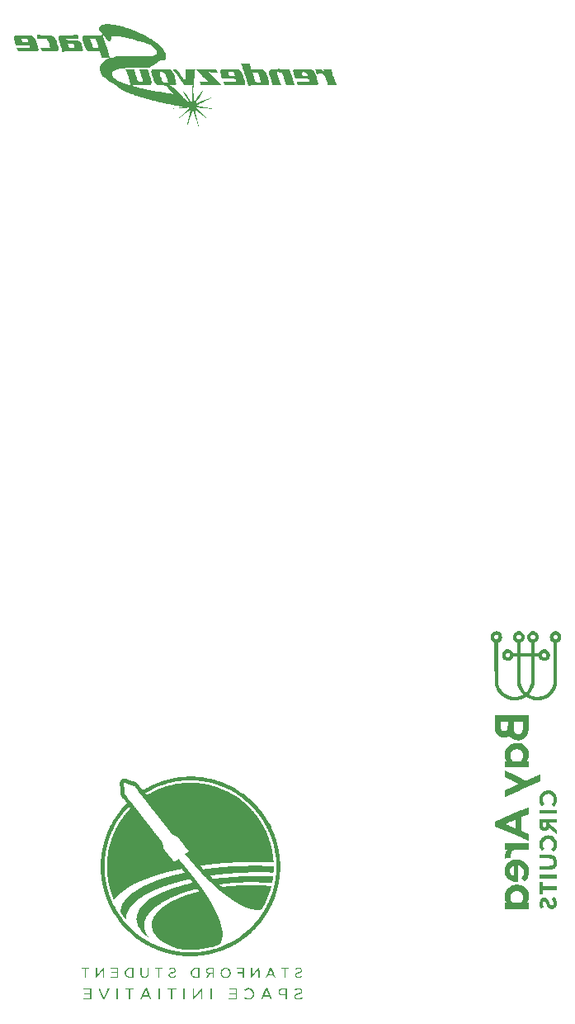
<source format=gbo>
%TF.GenerationSoftware,KiCad,Pcbnew,(6.0.5)*%
%TF.CreationDate,2023-01-23T16:51:02-08:00*%
%TF.ProjectId,X_Y_Panels,585f595f-5061-46e6-956c-732e6b696361,rev?*%
%TF.SameCoordinates,Original*%
%TF.FileFunction,Legend,Bot*%
%TF.FilePolarity,Positive*%
%FSLAX46Y46*%
G04 Gerber Fmt 4.6, Leading zero omitted, Abs format (unit mm)*
G04 Created by KiCad (PCBNEW (6.0.5)) date 2023-01-23 16:51:02*
%MOMM*%
%LPD*%
G01*
G04 APERTURE LIST*
%ADD10C,3.000000*%
%ADD11C,3.800000*%
%ADD12C,2.600000*%
%ADD13R,1.700000X1.700000*%
%ADD14O,1.700000X1.700000*%
G04 APERTURE END LIST*
G36*
X152162667Y-51031133D02*
G01*
X152122403Y-51151516D01*
X152039898Y-51241620D01*
X151928590Y-51285068D01*
X151921339Y-51285820D01*
X151841353Y-51289171D01*
X151714886Y-51289991D01*
X151557815Y-51288307D01*
X151386014Y-51284146D01*
X151243951Y-51279712D01*
X151085370Y-51274949D01*
X150965871Y-51272178D01*
X150870280Y-51271544D01*
X150783424Y-51273188D01*
X150690131Y-51277255D01*
X150575225Y-51283888D01*
X150423535Y-51293230D01*
X150028744Y-51317447D01*
X149991845Y-51175279D01*
X149983430Y-51143553D01*
X149945242Y-51008076D01*
X149896336Y-50842983D01*
X149842402Y-50666681D01*
X149789126Y-50497574D01*
X149742196Y-50354068D01*
X149707302Y-50254567D01*
X149686987Y-50199469D01*
X149642513Y-50073681D01*
X149599327Y-49946394D01*
X149596956Y-49939286D01*
X150452065Y-49939286D01*
X150557653Y-50291563D01*
X150592656Y-50403890D01*
X150646883Y-50564776D01*
X150698927Y-50705955D01*
X150741156Y-50806036D01*
X150819072Y-50968233D01*
X151063453Y-50977587D01*
X151084186Y-50978310D01*
X151200758Y-50979565D01*
X151287500Y-50975857D01*
X151326941Y-50967834D01*
X151326917Y-50960100D01*
X151313773Y-50904084D01*
X151285786Y-50805123D01*
X151247033Y-50676077D01*
X151201595Y-50529808D01*
X151153549Y-50379175D01*
X151106976Y-50237041D01*
X151065954Y-50116265D01*
X151034562Y-50029710D01*
X151016879Y-49990234D01*
X151010668Y-49988842D01*
X150956424Y-49982531D01*
X150858713Y-49973211D01*
X150732513Y-49962351D01*
X150452065Y-49939286D01*
X149596956Y-49939286D01*
X149573248Y-49868216D01*
X149526569Y-49729900D01*
X149471469Y-49567821D01*
X149415086Y-49403035D01*
X149289762Y-49038092D01*
X150173253Y-49038092D01*
X150233016Y-49273277D01*
X150269190Y-49406884D01*
X150308124Y-49536568D01*
X150340667Y-49631503D01*
X150355148Y-49668195D01*
X150381736Y-49722276D01*
X150404015Y-49726363D01*
X150434973Y-49688272D01*
X150446878Y-49672850D01*
X150475670Y-49649816D01*
X150521569Y-49634987D01*
X150596517Y-49626590D01*
X150712454Y-49622852D01*
X150881319Y-49622000D01*
X150947353Y-49622347D01*
X151182612Y-49631790D01*
X151367147Y-49656262D01*
X151511522Y-49698604D01*
X151626300Y-49761660D01*
X151722042Y-49848271D01*
X151726629Y-49853485D01*
X151785605Y-49937191D01*
X151852796Y-50055070D01*
X151919756Y-50189238D01*
X151978040Y-50321809D01*
X152019203Y-50434900D01*
X152034801Y-50510626D01*
X152039557Y-50541326D01*
X152063085Y-50623373D01*
X152099680Y-50724938D01*
X152121298Y-50785984D01*
X152152355Y-50903703D01*
X152160699Y-50967834D01*
X152164559Y-50997498D01*
X152162667Y-51031133D01*
G37*
G36*
X149554651Y-50518618D02*
G01*
X149610687Y-50691518D01*
X149656648Y-50846581D01*
X149687740Y-50969723D01*
X149699169Y-51046856D01*
X149699055Y-51055988D01*
X149669932Y-51173189D01*
X149590743Y-51249699D01*
X149463432Y-51283564D01*
X149418339Y-51285839D01*
X149307738Y-51288933D01*
X149150706Y-51291831D01*
X148957933Y-51294376D01*
X148740111Y-51296408D01*
X148507932Y-51297768D01*
X147689748Y-51301139D01*
X147591521Y-51148065D01*
X147551726Y-51083501D01*
X147509619Y-51007148D01*
X147493267Y-50965393D01*
X147493675Y-50964285D01*
X147531438Y-50955058D01*
X147624538Y-50947209D01*
X147764406Y-50941124D01*
X147942471Y-50937190D01*
X148150163Y-50935793D01*
X148807087Y-50935793D01*
X148799172Y-50854695D01*
X148793752Y-50789746D01*
X148786879Y-50731715D01*
X148771625Y-50689379D01*
X148739922Y-50660285D01*
X148683700Y-50641980D01*
X148594891Y-50632009D01*
X148465426Y-50627918D01*
X148287237Y-50627255D01*
X148052255Y-50627566D01*
X147347317Y-50627512D01*
X147255491Y-50349176D01*
X147243356Y-50311386D01*
X147199628Y-50158374D01*
X147164942Y-50011821D01*
X147153917Y-49946394D01*
X147972664Y-49946394D01*
X147994223Y-50068041D01*
X147996761Y-50082132D01*
X148015555Y-50176569D01*
X148031763Y-50244266D01*
X148034977Y-50252766D01*
X148059234Y-50276544D01*
X148112633Y-50292270D01*
X148207085Y-50302339D01*
X148354500Y-50309145D01*
X148433011Y-50311542D01*
X148550394Y-50314057D01*
X148631152Y-50314345D01*
X148661183Y-50312261D01*
X148652418Y-50289248D01*
X148623649Y-50221433D01*
X148581797Y-50125735D01*
X148502484Y-49946394D01*
X147972664Y-49946394D01*
X147153917Y-49946394D01*
X147145925Y-49898961D01*
X147128186Y-49727081D01*
X147253971Y-49682650D01*
X147301971Y-49670106D01*
X147390231Y-49657779D01*
X147516537Y-49648745D01*
X147687591Y-49642686D01*
X147910092Y-49639284D01*
X148190740Y-49638220D01*
X148227341Y-49638224D01*
X148494004Y-49638974D01*
X148704970Y-49642372D01*
X148868426Y-49650352D01*
X148992558Y-49664852D01*
X149085551Y-49687807D01*
X149155592Y-49721153D01*
X149210866Y-49766826D01*
X149259560Y-49826762D01*
X149309858Y-49902897D01*
X149325620Y-49930353D01*
X149374023Y-50033748D01*
X149431526Y-50175647D01*
X149482294Y-50312261D01*
X149493333Y-50341966D01*
X149554651Y-50518618D01*
G37*
G36*
X129057027Y-46157245D02*
G01*
X129196720Y-46160244D01*
X129462863Y-46169131D01*
X129675886Y-46184457D01*
X129843890Y-46210317D01*
X129974974Y-46250805D01*
X130077239Y-46310017D01*
X130158786Y-46392047D01*
X130227716Y-46500990D01*
X130292127Y-46640942D01*
X130360122Y-46815998D01*
X130414254Y-46964369D01*
X130493644Y-47205204D01*
X130542158Y-47396956D01*
X130559539Y-47544991D01*
X130545530Y-47654671D01*
X130499874Y-47731363D01*
X130422312Y-47780429D01*
X130312589Y-47807234D01*
X130219003Y-47815835D01*
X130078239Y-47822992D01*
X129905639Y-47828383D01*
X129715013Y-47831900D01*
X129520170Y-47833437D01*
X129334919Y-47832885D01*
X129173071Y-47830138D01*
X129048433Y-47825088D01*
X128974816Y-47817628D01*
X128920529Y-47799306D01*
X128850608Y-47743134D01*
X128776425Y-47639211D01*
X128736177Y-47569665D01*
X128705464Y-47505033D01*
X128703109Y-47479501D01*
X128716623Y-47479271D01*
X128785520Y-47479152D01*
X128901226Y-47479417D01*
X129051942Y-47480032D01*
X129225870Y-47480965D01*
X129300484Y-47481365D01*
X129469022Y-47481450D01*
X129584911Y-47479183D01*
X129657161Y-47473520D01*
X129694781Y-47463415D01*
X129706780Y-47447823D01*
X129702166Y-47425699D01*
X129690294Y-47389553D01*
X129665063Y-47298999D01*
X129637604Y-47189050D01*
X129637142Y-47187099D01*
X129594756Y-47041515D01*
X129535012Y-46876072D01*
X129468692Y-46718433D01*
X129406575Y-46596258D01*
X129349557Y-46550238D01*
X129237085Y-46515969D01*
X129082025Y-46498586D01*
X128895053Y-46499234D01*
X128686847Y-46519059D01*
X128564160Y-46536370D01*
X128463619Y-46546026D01*
X128403839Y-46535504D01*
X128371712Y-46496606D01*
X128354128Y-46421136D01*
X128337978Y-46300895D01*
X128316417Y-46142626D01*
X129057027Y-46157245D01*
G37*
G36*
X146846794Y-49821165D02*
G01*
X146947332Y-50020331D01*
X146790492Y-49999966D01*
X146739443Y-49994178D01*
X146611738Y-49982665D01*
X146455277Y-49970983D01*
X146293039Y-49960936D01*
X145952426Y-49942272D01*
X146260599Y-50236743D01*
X146296782Y-50271233D01*
X146446536Y-50412853D01*
X146620079Y-50575644D01*
X146798698Y-50742096D01*
X146963679Y-50894695D01*
X147059438Y-50984036D01*
X147176214Y-51096774D01*
X147267433Y-51189439D01*
X147325528Y-51254272D01*
X147342926Y-51283511D01*
X147320768Y-51288639D01*
X147241671Y-51294357D01*
X147114311Y-51299071D01*
X146948040Y-51302779D01*
X146752208Y-51305479D01*
X146536167Y-51307167D01*
X146309268Y-51307843D01*
X146080863Y-51307503D01*
X145860302Y-51306145D01*
X145656937Y-51303769D01*
X145480120Y-51300370D01*
X145339201Y-51295947D01*
X145243533Y-51290497D01*
X145202465Y-51284020D01*
X145180388Y-51259856D01*
X145134561Y-51189535D01*
X145082661Y-51094597D01*
X144999152Y-50929006D01*
X145394691Y-50941624D01*
X145548873Y-50946917D01*
X145700565Y-50952871D01*
X145821910Y-50958420D01*
X145895657Y-50962833D01*
X145904090Y-50963464D01*
X145972734Y-50963409D01*
X146000665Y-50953609D01*
X145999627Y-50951692D01*
X145967526Y-50917521D01*
X145894944Y-50846258D01*
X145787863Y-50743605D01*
X145652264Y-50615262D01*
X145494129Y-50466931D01*
X145319439Y-50304314D01*
X145282802Y-50270294D01*
X145110924Y-50109680D01*
X144956868Y-49964082D01*
X144826623Y-49839278D01*
X144726176Y-49741047D01*
X144661517Y-49675168D01*
X144638633Y-49647417D01*
X144650893Y-49643550D01*
X144718594Y-49637731D01*
X144838812Y-49632558D01*
X145003925Y-49628215D01*
X145206315Y-49624885D01*
X145438361Y-49622752D01*
X145692444Y-49622000D01*
X146746255Y-49622000D01*
X146846794Y-49821165D01*
G37*
G36*
X142373565Y-53678128D02*
G01*
X142416538Y-53709357D01*
X142421735Y-53721809D01*
X142404147Y-53741796D01*
X142394632Y-53740585D01*
X142351659Y-53709357D01*
X142346463Y-53696904D01*
X142364050Y-53676917D01*
X142373565Y-53678128D01*
G37*
G36*
X157096514Y-50639806D02*
G01*
X157146538Y-50818149D01*
X157180123Y-50967997D01*
X157192159Y-51074023D01*
X157189875Y-51118842D01*
X157162698Y-51201211D01*
X157095351Y-51250237D01*
X156975950Y-51277079D01*
X156931780Y-51280937D01*
X156818616Y-51286264D01*
X156659088Y-51290823D01*
X156464307Y-51294380D01*
X156245384Y-51296696D01*
X156013433Y-51297536D01*
X155805202Y-51297179D01*
X155592069Y-51295413D01*
X155430885Y-51291812D01*
X155314411Y-51285982D01*
X155235404Y-51277531D01*
X155186625Y-51266064D01*
X155160833Y-51251188D01*
X155134959Y-51217862D01*
X155089141Y-51145930D01*
X155040733Y-51061684D01*
X155002385Y-50987361D01*
X154986748Y-50945196D01*
X154989123Y-50944435D01*
X155035974Y-50942355D01*
X155135517Y-50941391D01*
X155278184Y-50941544D01*
X155454407Y-50942813D01*
X155654617Y-50945197D01*
X156322517Y-50954601D01*
X156301014Y-50847879D01*
X156290170Y-50789591D01*
X156278004Y-50731311D01*
X156259918Y-50688874D01*
X156227493Y-50659791D01*
X156172308Y-50641575D01*
X156085944Y-50631738D01*
X155959980Y-50627791D01*
X155785997Y-50627248D01*
X155555574Y-50627620D01*
X154863606Y-50627620D01*
X154778918Y-50392435D01*
X154758346Y-50332837D01*
X154709449Y-50171271D01*
X154706602Y-50160008D01*
X155505995Y-50160008D01*
X155525500Y-50251914D01*
X155527644Y-50256769D01*
X155552545Y-50279909D01*
X155606643Y-50294115D01*
X155701804Y-50301261D01*
X155849894Y-50303226D01*
X155926426Y-50302671D01*
X156043742Y-50299257D01*
X156124522Y-50293421D01*
X156154597Y-50285965D01*
X156142817Y-50234175D01*
X156101079Y-50145464D01*
X156044316Y-50057911D01*
X155988609Y-49999292D01*
X155982187Y-49995133D01*
X155894989Y-49964396D01*
X155775908Y-49947833D01*
X155653699Y-49947658D01*
X155557122Y-49966084D01*
X155531178Y-49991641D01*
X155508790Y-50065090D01*
X155505995Y-50160008D01*
X154706602Y-50160008D01*
X154668516Y-50009355D01*
X154640399Y-49867487D01*
X154629948Y-49766065D01*
X154632159Y-49750018D01*
X154657580Y-49716465D01*
X154715710Y-49689854D01*
X154811898Y-49669536D01*
X154951494Y-49654862D01*
X155139847Y-49645184D01*
X155382308Y-49639853D01*
X155684226Y-49638220D01*
X155699021Y-49638221D01*
X155947854Y-49638557D01*
X156140868Y-49639936D01*
X156286667Y-49642979D01*
X156393857Y-49648305D01*
X156471044Y-49656535D01*
X156526833Y-49668290D01*
X156569829Y-49684189D01*
X156608637Y-49704852D01*
X156618452Y-49710843D01*
X156714680Y-49787599D01*
X156792838Y-49876506D01*
X156834256Y-49948013D01*
X156898924Y-50087072D01*
X156967597Y-50258941D01*
X156977240Y-50285965D01*
X157035164Y-50448295D01*
X157096514Y-50639806D01*
G37*
G36*
X135607324Y-47730008D02*
G01*
X135659657Y-47902303D01*
X135707410Y-48074695D01*
X135746534Y-48231796D01*
X135772979Y-48358215D01*
X135782694Y-48438562D01*
X135766521Y-48448631D01*
X135709705Y-48463730D01*
X135683151Y-48467214D01*
X135592945Y-48473575D01*
X135466227Y-48478868D01*
X135321575Y-48482206D01*
X135179757Y-48483586D01*
X135071725Y-48476486D01*
X135002463Y-48450024D01*
X134958235Y-48393571D01*
X134925305Y-48296499D01*
X134889939Y-48148176D01*
X134871919Y-48071813D01*
X134836270Y-47937841D01*
X134803158Y-47853574D01*
X134765885Y-47809242D01*
X134717749Y-47795077D01*
X134652052Y-47801308D01*
X134605265Y-47807266D01*
X134479834Y-47815448D01*
X134320329Y-47819995D01*
X134146520Y-47820898D01*
X133978175Y-47818150D01*
X133835065Y-47811743D01*
X133736960Y-47801669D01*
X133635292Y-47777183D01*
X133522758Y-47725591D01*
X133424597Y-47644704D01*
X133335777Y-47527588D01*
X133251262Y-47367305D01*
X133166021Y-47156921D01*
X133075019Y-46889497D01*
X133018502Y-46702443D01*
X132979011Y-46527374D01*
X133812531Y-46527374D01*
X133820209Y-46588052D01*
X133846374Y-46690379D01*
X133886406Y-46821375D01*
X133935686Y-46968059D01*
X133989592Y-47117453D01*
X134043505Y-47256574D01*
X134092805Y-47372444D01*
X134132870Y-47452081D01*
X134159081Y-47482506D01*
X134204935Y-47485869D01*
X134335117Y-47491093D01*
X134461865Y-47491062D01*
X134569838Y-47486311D01*
X134643692Y-47477374D01*
X134668085Y-47464784D01*
X134656108Y-47428441D01*
X134630574Y-47345177D01*
X134598656Y-47237709D01*
X134596042Y-47228830D01*
X134547920Y-47076871D01*
X134493081Y-46920618D01*
X134436792Y-46773297D01*
X134384317Y-46648138D01*
X134340922Y-46558367D01*
X134311871Y-46517213D01*
X134308576Y-46515579D01*
X134254322Y-46506056D01*
X134161300Y-46500510D01*
X134050217Y-46498919D01*
X133941778Y-46501264D01*
X133856690Y-46507526D01*
X133815659Y-46517685D01*
X133812531Y-46527374D01*
X132979011Y-46527374D01*
X132977852Y-46522238D01*
X132972318Y-46387281D01*
X133006764Y-46291454D01*
X133086059Y-46228639D01*
X133215069Y-46192718D01*
X133398659Y-46177573D01*
X133641698Y-46177086D01*
X133654430Y-46177308D01*
X133835520Y-46180456D01*
X134009270Y-46183442D01*
X134156504Y-46185939D01*
X134258045Y-46187620D01*
X134305255Y-46187665D01*
X134439908Y-46184216D01*
X134601761Y-46176835D01*
X134765451Y-46166572D01*
X135094441Y-46142656D01*
X135147009Y-46333350D01*
X135157643Y-46371236D01*
X135213065Y-46556478D01*
X135285409Y-46784309D01*
X135369908Y-47040229D01*
X135461794Y-47309734D01*
X135516350Y-47464784D01*
X135556300Y-47578322D01*
X135607324Y-47730008D01*
G37*
G36*
X158615703Y-49889625D02*
G01*
X158626771Y-49932626D01*
X158706687Y-50212786D01*
X158800899Y-50502082D01*
X158901075Y-50776138D01*
X158998882Y-51010579D01*
X159012385Y-51040540D01*
X159060325Y-51151458D01*
X159093916Y-51236447D01*
X159106576Y-51279094D01*
X159106450Y-51279981D01*
X159071320Y-51292034D01*
X158978359Y-51299872D01*
X158834090Y-51303175D01*
X158645035Y-51301627D01*
X158183494Y-51292626D01*
X158146646Y-51130429D01*
X158127479Y-51050580D01*
X158079921Y-50875634D01*
X158025491Y-50697945D01*
X157969651Y-50533981D01*
X157917863Y-50400210D01*
X157875587Y-50313099D01*
X157817255Y-50229059D01*
X157744101Y-50162299D01*
X157652066Y-50125248D01*
X157526262Y-50112363D01*
X157351800Y-50118100D01*
X157059768Y-50137019D01*
X157025068Y-50049816D01*
X156996793Y-49969572D01*
X156966762Y-49865295D01*
X156945132Y-49782102D01*
X156919743Y-49694989D01*
X156913697Y-49674720D01*
X156913183Y-49644915D01*
X156939736Y-49629189D01*
X157005960Y-49623049D01*
X157124457Y-49622000D01*
X157241448Y-49626796D01*
X157442949Y-49658634D01*
X157614156Y-49716418D01*
X157738882Y-49795574D01*
X157814739Y-49865295D01*
X157792041Y-49743648D01*
X157769343Y-49622000D01*
X158548000Y-49622000D01*
X158615703Y-49889625D01*
G37*
G36*
X142620719Y-51149797D02*
G01*
X142594065Y-51212561D01*
X142538464Y-51255423D01*
X142444955Y-51282529D01*
X142304576Y-51298025D01*
X142108364Y-51306054D01*
X141929948Y-51310515D01*
X142089838Y-51392614D01*
X142335951Y-51534113D01*
X142597031Y-51716762D01*
X142835925Y-51917143D01*
X143039119Y-52123828D01*
X143193095Y-52325391D01*
X143246552Y-52403769D01*
X143332360Y-52509236D01*
X143439145Y-52616567D01*
X143578150Y-52736765D01*
X143760618Y-52880836D01*
X143766811Y-52885588D01*
X143853537Y-52950459D01*
X143910036Y-52986297D01*
X143935686Y-52988727D01*
X143929864Y-52953376D01*
X143891947Y-52875870D01*
X143821312Y-52751833D01*
X143717337Y-52576893D01*
X143698377Y-52545197D01*
X143542221Y-52281443D01*
X143421334Y-52071787D01*
X143335714Y-51916268D01*
X143285359Y-51814928D01*
X143270268Y-51767807D01*
X143290441Y-51774945D01*
X143345877Y-51836384D01*
X143436573Y-51952163D01*
X143562530Y-52122323D01*
X143723745Y-52346904D01*
X143836002Y-52504166D01*
X143946637Y-52657581D01*
X144042507Y-52788934D01*
X144116075Y-52887901D01*
X144159805Y-52944160D01*
X144238747Y-53038606D01*
X144259964Y-52425131D01*
X144266406Y-52251327D01*
X144275423Y-52036896D01*
X144284878Y-51837909D01*
X144293979Y-51670835D01*
X144301935Y-51552141D01*
X144322689Y-51292626D01*
X143937302Y-51301707D01*
X143788502Y-51303250D01*
X143657392Y-51300758D01*
X143563038Y-51294656D01*
X143519476Y-51285488D01*
X143490478Y-51253369D01*
X143430965Y-51179295D01*
X143350449Y-51075061D01*
X143257832Y-50952013D01*
X143093127Y-50730728D01*
X142945188Y-50532457D01*
X142823364Y-50369897D01*
X142721175Y-50234465D01*
X142632147Y-50117581D01*
X142549800Y-50010664D01*
X142467660Y-49905131D01*
X142413095Y-49834727D01*
X142339660Y-49737662D01*
X142289273Y-49668018D01*
X142270561Y-49637507D01*
X142296770Y-49629986D01*
X142371610Y-49624211D01*
X142478035Y-49622000D01*
X142685509Y-49622000D01*
X142792912Y-49792307D01*
X142820916Y-49835127D01*
X142895589Y-49943727D01*
X142994380Y-50083101D01*
X143107738Y-50239843D01*
X143226114Y-50400544D01*
X143551915Y-50838475D01*
X143589388Y-50514082D01*
X143595170Y-50460991D01*
X143611904Y-50270190D01*
X143624273Y-50073443D01*
X143629937Y-49905844D01*
X143633013Y-49622000D01*
X144582112Y-49622000D01*
X144562061Y-49776087D01*
X144552277Y-49862287D01*
X144538739Y-49999118D01*
X144523789Y-50163333D01*
X144509246Y-50335666D01*
X144495245Y-50491526D01*
X144475972Y-50672468D01*
X144455832Y-50833421D01*
X144437434Y-50952013D01*
X144422857Y-51065478D01*
X144410790Y-51237205D01*
X144402552Y-51447185D01*
X144398264Y-51681685D01*
X144398047Y-51926970D01*
X144402021Y-52169307D01*
X144410308Y-52394962D01*
X144423027Y-52590200D01*
X144430408Y-52679328D01*
X144440569Y-52812919D01*
X144447283Y-52915938D01*
X144449373Y-52971362D01*
X144450095Y-53001208D01*
X144457532Y-53028131D01*
X144459189Y-53027114D01*
X144486830Y-52993507D01*
X144539511Y-52921918D01*
X144607585Y-52825385D01*
X144664470Y-52743506D01*
X144814900Y-52528664D01*
X144958675Y-52325608D01*
X145090766Y-52141276D01*
X145206144Y-51982605D01*
X145299780Y-51856532D01*
X145366645Y-51769996D01*
X145401708Y-51729934D01*
X145403910Y-51739716D01*
X145379083Y-51796382D01*
X145330525Y-51892715D01*
X145262959Y-52020227D01*
X145181108Y-52170432D01*
X145089693Y-52334843D01*
X144993437Y-52504972D01*
X144897062Y-52672333D01*
X144805290Y-52828439D01*
X144722844Y-52964802D01*
X144654447Y-53072935D01*
X144593156Y-53166398D01*
X144672663Y-53143817D01*
X144719590Y-53128512D01*
X144818695Y-53091853D01*
X144930587Y-53047127D01*
X145041386Y-53001258D01*
X145300144Y-52894991D01*
X145577335Y-52782102D01*
X145844743Y-52674103D01*
X145965807Y-52628376D01*
X146070354Y-52594675D01*
X146143350Y-52577229D01*
X146177332Y-52577212D01*
X146164837Y-52595799D01*
X146098403Y-52634165D01*
X145840508Y-52765492D01*
X145580610Y-52898907D01*
X145345539Y-53020690D01*
X145140819Y-53127926D01*
X144971976Y-53217699D01*
X144844534Y-53287094D01*
X144764017Y-53333197D01*
X144735951Y-53353091D01*
X144748996Y-53360906D01*
X144813174Y-53379751D01*
X144918791Y-53403994D01*
X145052234Y-53430312D01*
X145095583Y-53438357D01*
X145286249Y-53475030D01*
X145486740Y-53515186D01*
X145660194Y-53551478D01*
X145706108Y-53561210D01*
X145860679Y-53591652D01*
X146004258Y-53616877D01*
X146110731Y-53632206D01*
X146159897Y-53638444D01*
X146264860Y-53656404D01*
X146337552Y-53675035D01*
X146405511Y-53700175D01*
X146334280Y-53722782D01*
X146281956Y-53730154D01*
X146205056Y-53714627D01*
X146203221Y-53713708D01*
X146140130Y-53698141D01*
X146035104Y-53686222D01*
X145909874Y-53680468D01*
X145834719Y-53677791D01*
X145687940Y-53668199D01*
X145511903Y-53653343D01*
X145322269Y-53634867D01*
X145134701Y-53614418D01*
X144964862Y-53593641D01*
X144828412Y-53574180D01*
X144741015Y-53557681D01*
X144691235Y-53552164D01*
X144674952Y-53569025D01*
X144692435Y-53589883D01*
X144751718Y-53650956D01*
X144846543Y-53745011D01*
X144970413Y-53865680D01*
X145116834Y-54006598D01*
X145279309Y-54161398D01*
X145415000Y-54290294D01*
X145591021Y-54458686D01*
X145722445Y-54586487D01*
X145811122Y-54675824D01*
X145858898Y-54728823D01*
X145867623Y-54747610D01*
X145839144Y-54734310D01*
X145775311Y-54691051D01*
X145677970Y-54619957D01*
X145609831Y-54568160D01*
X145503394Y-54485785D01*
X145370688Y-54382256D01*
X145222780Y-54266288D01*
X145070738Y-54146593D01*
X144925629Y-54031885D01*
X144798522Y-53930878D01*
X144700485Y-53852285D01*
X144642585Y-53804819D01*
X144602336Y-53772564D01*
X144561413Y-53753673D01*
X144553931Y-53785928D01*
X144575639Y-53873702D01*
X144602933Y-53980453D01*
X144622788Y-54084607D01*
X144627488Y-54112123D01*
X144648306Y-54209129D01*
X144679550Y-54339185D01*
X144716435Y-54481989D01*
X144736614Y-54559705D01*
X144763369Y-54672985D01*
X144778201Y-54750881D01*
X144778298Y-54779855D01*
X144774431Y-54786864D01*
X144796576Y-54823389D01*
X144812972Y-54848548D01*
X144816129Y-54883500D01*
X144815188Y-54884815D01*
X144814866Y-54928735D01*
X144828903Y-55015963D01*
X144853315Y-55129351D01*
X144884116Y-55251749D01*
X144917320Y-55366006D01*
X144948942Y-55454975D01*
X144954901Y-55469559D01*
X144983403Y-55550615D01*
X144994479Y-55602910D01*
X144988037Y-55612189D01*
X144964984Y-55579304D01*
X144929940Y-55506960D01*
X144887883Y-55407611D01*
X144843793Y-55293711D01*
X144802650Y-55177714D01*
X144769433Y-55072074D01*
X144749122Y-54989247D01*
X144741505Y-54957818D01*
X144711233Y-54865774D01*
X144669891Y-54760880D01*
X144650927Y-54714774D01*
X144606499Y-54593685D01*
X144575340Y-54491160D01*
X144573649Y-54484497D01*
X144546675Y-54391304D01*
X144506413Y-54265051D01*
X144460912Y-54131068D01*
X144451858Y-54105272D01*
X144410426Y-53986952D01*
X144377670Y-53892986D01*
X144360018Y-53841799D01*
X144354550Y-53829274D01*
X144326680Y-53818185D01*
X144294856Y-53857249D01*
X144268757Y-53936432D01*
X144263497Y-53957018D01*
X144238360Y-54039601D01*
X144197764Y-54164255D01*
X144145978Y-54318010D01*
X144087270Y-54487901D01*
X144057643Y-54572859D01*
X144002710Y-54731946D01*
X143957113Y-54866040D01*
X143924935Y-54963078D01*
X143910259Y-55010996D01*
X143900190Y-55044999D01*
X143870490Y-55124626D01*
X143831745Y-55216914D01*
X143792102Y-55303585D01*
X143759709Y-55366358D01*
X143742710Y-55386954D01*
X143742168Y-55385930D01*
X143746799Y-55345858D01*
X143766042Y-55261978D01*
X143796162Y-55150782D01*
X143829570Y-55026401D01*
X143858660Y-54902203D01*
X143875122Y-54812294D01*
X143883530Y-54762429D01*
X143908952Y-54643951D01*
X143946823Y-54484940D01*
X143993887Y-54298512D01*
X144046888Y-54097787D01*
X144102572Y-53895883D01*
X144116963Y-53841020D01*
X144131057Y-53769707D01*
X144129385Y-53741796D01*
X144113567Y-53750782D01*
X144054105Y-53792833D01*
X143960258Y-53862469D01*
X143841813Y-53952135D01*
X143708557Y-54054281D01*
X143570276Y-54161352D01*
X143436758Y-54265796D01*
X143317788Y-54360062D01*
X143223154Y-54436596D01*
X143162643Y-54487846D01*
X143136849Y-54510426D01*
X143038179Y-54591412D01*
X142936119Y-54669438D01*
X142806913Y-54763635D01*
X142881478Y-54666317D01*
X142892201Y-54653314D01*
X142951823Y-54588781D01*
X143047637Y-54490570D01*
X143171539Y-54366807D01*
X143315423Y-54225616D01*
X143471183Y-54075125D01*
X143594732Y-53955871D01*
X143747693Y-53804504D01*
X143855853Y-53691301D01*
X143921554Y-53613376D01*
X143947141Y-53567842D01*
X143934957Y-53551810D01*
X143887345Y-53562395D01*
X143870629Y-53567633D01*
X143777170Y-53587223D01*
X143641962Y-53606828D01*
X143476804Y-53625608D01*
X143293494Y-53642720D01*
X143103832Y-53657323D01*
X142919614Y-53668576D01*
X142752639Y-53675637D01*
X142614707Y-53677665D01*
X142517615Y-53673818D01*
X142473161Y-53663255D01*
X142471623Y-53660634D01*
X142496965Y-53649217D01*
X142565218Y-53644693D01*
X142588652Y-53643830D01*
X142686026Y-53633960D01*
X142819155Y-53615669D01*
X142968010Y-53592220D01*
X143112559Y-53566878D01*
X143232772Y-53542905D01*
X143308620Y-53523566D01*
X143311075Y-53522189D01*
X143289379Y-53508847D01*
X143215800Y-53487561D01*
X143100520Y-53460967D01*
X142953717Y-53431700D01*
X142935947Y-53428400D01*
X142783285Y-53401642D01*
X142655475Y-53381965D01*
X142565448Y-53371200D01*
X142526137Y-53371178D01*
X142519740Y-53373955D01*
X142484815Y-53358023D01*
X142449145Y-53338296D01*
X142377146Y-53327064D01*
X142353815Y-53325150D01*
X142261836Y-53310994D01*
X142135457Y-53286396D01*
X141994827Y-53255147D01*
X141939905Y-53242374D01*
X141796771Y-53210786D01*
X141672570Y-53185605D01*
X141589335Y-53171382D01*
X141557837Y-53166316D01*
X141454140Y-53144955D01*
X141318746Y-53113278D01*
X141172698Y-53076095D01*
X141093251Y-53055887D01*
X140971819Y-53028816D01*
X140882404Y-53013833D01*
X140840195Y-53013787D01*
X140829505Y-53017899D01*
X140810791Y-52995691D01*
X140808883Y-52983788D01*
X140782602Y-52976845D01*
X140772272Y-52978723D01*
X140709886Y-52971293D01*
X140607973Y-52949206D01*
X140482538Y-52915723D01*
X140441851Y-52904084D01*
X140306245Y-52866822D01*
X140189530Y-52836882D01*
X140113345Y-52819883D01*
X140087490Y-52814696D01*
X139979782Y-52788485D01*
X139823490Y-52746438D01*
X139628273Y-52691265D01*
X139403788Y-52625674D01*
X139159697Y-52552376D01*
X139108209Y-52536783D01*
X138988236Y-52501007D01*
X138897154Y-52474634D01*
X138851523Y-52462494D01*
X138820063Y-52453981D01*
X138734138Y-52427545D01*
X138610635Y-52388024D01*
X138463211Y-52339915D01*
X138305525Y-52287718D01*
X138151234Y-52235931D01*
X138013996Y-52189051D01*
X137907470Y-52151577D01*
X137618517Y-52035011D01*
X137232725Y-51842763D01*
X136828342Y-51600756D01*
X136399041Y-51305440D01*
X136280710Y-51221363D01*
X136136994Y-51122296D01*
X136001130Y-51031214D01*
X135814208Y-50904946D01*
X135616717Y-50764573D01*
X135434209Y-50628006D01*
X135276662Y-50502940D01*
X135154053Y-50397068D01*
X135076360Y-50318084D01*
X135055318Y-50290995D01*
X134962109Y-50133306D01*
X134883703Y-49943236D01*
X134829653Y-49747473D01*
X134809514Y-49572702D01*
X134819379Y-49437243D01*
X134883938Y-49204118D01*
X135003278Y-48992104D01*
X135171069Y-48811184D01*
X135380983Y-48671343D01*
X135422004Y-48651605D01*
X135593619Y-48582069D01*
X135806291Y-48510307D01*
X136042213Y-48441617D01*
X136283578Y-48381298D01*
X136512579Y-48334647D01*
X136558892Y-48326865D01*
X136640927Y-48315106D01*
X136730253Y-48305483D01*
X136833271Y-48297838D01*
X136956376Y-48292015D01*
X137105969Y-48287857D01*
X137288446Y-48285207D01*
X137510205Y-48283909D01*
X137777645Y-48283806D01*
X138097164Y-48284740D01*
X138475159Y-48286556D01*
X138534241Y-48286865D01*
X138935195Y-48288387D01*
X139275599Y-48288515D01*
X139559254Y-48287186D01*
X139789960Y-48284336D01*
X139971519Y-48279900D01*
X140107732Y-48273815D01*
X140202399Y-48266016D01*
X140259322Y-48256439D01*
X140359512Y-48222368D01*
X140505578Y-48139138D01*
X140610903Y-48032834D01*
X140667492Y-47912639D01*
X140667351Y-47787737D01*
X140667035Y-47786505D01*
X140621531Y-47698893D01*
X140531501Y-47590322D01*
X140408806Y-47471395D01*
X140265309Y-47352714D01*
X140112869Y-47244879D01*
X139963348Y-47158493D01*
X139907214Y-47130836D01*
X139793262Y-47077549D01*
X139706056Y-47040647D01*
X139661031Y-47026853D01*
X139615859Y-47016314D01*
X139528708Y-46986802D01*
X139420211Y-46944972D01*
X139316653Y-46905431D01*
X139206765Y-46868782D01*
X139130774Y-46849471D01*
X139106356Y-46844816D01*
X139015218Y-46823012D01*
X138890210Y-46789737D01*
X138750893Y-46750107D01*
X138544312Y-46689638D01*
X138304586Y-46620237D01*
X138117050Y-46567090D01*
X137975961Y-46528605D01*
X137875576Y-46503190D01*
X137810152Y-46489251D01*
X137737158Y-46473284D01*
X137622106Y-46443726D01*
X137496045Y-46408193D01*
X137492367Y-46407109D01*
X137381095Y-46376201D01*
X137295108Y-46355721D01*
X137252750Y-46350052D01*
X137236266Y-46350808D01*
X137177585Y-46338011D01*
X137110760Y-46320408D01*
X136982699Y-46298850D01*
X136820154Y-46279131D01*
X136639924Y-46262960D01*
X136458811Y-46252045D01*
X136293613Y-46248095D01*
X135977330Y-46248309D01*
X135977330Y-46395328D01*
X135965072Y-46536506D01*
X135924317Y-46665314D01*
X135860592Y-46751885D01*
X135779699Y-46788750D01*
X135687440Y-46768443D01*
X135669843Y-46756109D01*
X135607756Y-46697395D01*
X135525085Y-46607085D01*
X135434810Y-46499022D01*
X135384184Y-46435919D01*
X135265416Y-46289051D01*
X135135870Y-46130011D01*
X135015755Y-45983654D01*
X134940518Y-45888781D01*
X134850501Y-45764900D01*
X134781713Y-45658067D01*
X134744917Y-45584157D01*
X134738872Y-45564637D01*
X134721130Y-45403796D01*
X134762641Y-45263505D01*
X134859315Y-45151685D01*
X135007065Y-45076257D01*
X135018229Y-45073194D01*
X135100203Y-45060366D01*
X135222410Y-45049592D01*
X135369860Y-45041274D01*
X135527563Y-45035816D01*
X135680529Y-45033620D01*
X135813769Y-45035089D01*
X135912292Y-45040626D01*
X135961110Y-45050632D01*
X135964054Y-45052195D01*
X136017798Y-45065125D01*
X136114979Y-45078832D01*
X136236845Y-45090597D01*
X136373561Y-45105558D01*
X136537462Y-45131800D01*
X136674776Y-45161969D01*
X136765349Y-45185340D01*
X136876162Y-45211106D01*
X136952248Y-45225446D01*
X136954196Y-45225713D01*
X137034642Y-45243654D01*
X137162375Y-45279733D01*
X137324340Y-45329706D01*
X137507484Y-45389327D01*
X137698752Y-45454349D01*
X137885091Y-45520527D01*
X138053447Y-45583615D01*
X138132239Y-45614118D01*
X138276392Y-45669652D01*
X138400997Y-45717326D01*
X138485600Y-45749299D01*
X138546000Y-45773395D01*
X138686340Y-45835064D01*
X138863580Y-45917530D01*
X139065025Y-46014495D01*
X139277978Y-46119658D01*
X139489745Y-46226720D01*
X139687630Y-46329381D01*
X139858938Y-46421341D01*
X139990974Y-46496300D01*
X140009623Y-46507430D01*
X140415927Y-46769703D01*
X140761642Y-47033463D01*
X141046069Y-47297886D01*
X141268506Y-47562144D01*
X141428256Y-47825412D01*
X141524619Y-48086864D01*
X141556896Y-48345674D01*
X141554874Y-48410165D01*
X141530789Y-48538038D01*
X141473355Y-48631628D01*
X141374880Y-48697027D01*
X141227673Y-48740323D01*
X141024042Y-48767610D01*
X140794571Y-48788472D01*
X140535057Y-49038533D01*
X140505201Y-49067068D01*
X140307640Y-49241565D01*
X140136521Y-49364301D01*
X139986107Y-49438884D01*
X139850659Y-49468921D01*
X139829142Y-49470644D01*
X139743035Y-49482335D01*
X139691634Y-49496902D01*
X139691213Y-49497111D01*
X139649587Y-49501612D01*
X139550825Y-49506002D01*
X139402325Y-49510136D01*
X139211487Y-49513868D01*
X138985711Y-49517052D01*
X138732395Y-49519543D01*
X138458939Y-49521195D01*
X138187432Y-49522768D01*
X137922603Y-49525158D01*
X137680932Y-49528190D01*
X137470762Y-49531723D01*
X137300439Y-49535616D01*
X137178305Y-49539728D01*
X137112707Y-49543918D01*
X136889815Y-49576079D01*
X136602061Y-49637231D01*
X136367813Y-49713471D01*
X136190519Y-49803594D01*
X136073631Y-49906396D01*
X136067170Y-49915223D01*
X136028676Y-50019293D01*
X136023927Y-50152232D01*
X136051317Y-50291174D01*
X136109239Y-50413256D01*
X136109951Y-50414289D01*
X136190419Y-50502367D01*
X136315157Y-50605583D01*
X136469119Y-50713391D01*
X136637259Y-50815246D01*
X136804533Y-50900603D01*
X136905138Y-50945163D01*
X137066841Y-51013070D01*
X137230143Y-51078054D01*
X137379815Y-51134273D01*
X137500630Y-51175887D01*
X137577359Y-51197054D01*
X137598083Y-51201409D01*
X137689281Y-51226215D01*
X137793320Y-51259970D01*
X137834620Y-51274432D01*
X137906992Y-51299094D01*
X137938768Y-51308846D01*
X137939197Y-51306505D01*
X137932607Y-51262599D01*
X137915418Y-51174567D01*
X137890515Y-51057441D01*
X137871512Y-50974748D01*
X137845428Y-50873315D01*
X137812859Y-50760329D01*
X137770687Y-50625901D01*
X137715790Y-50460138D01*
X137645048Y-50253152D01*
X137555341Y-49995053D01*
X137553165Y-49988820D01*
X137511068Y-49866694D01*
X137475649Y-49761353D01*
X137454377Y-49694989D01*
X137432728Y-49622000D01*
X138341426Y-49622000D01*
X138362855Y-49776087D01*
X138365495Y-49793537D01*
X138394808Y-49931721D01*
X138441832Y-50106831D01*
X138500296Y-50299100D01*
X138563932Y-50488759D01*
X138626468Y-50656040D01*
X138681637Y-50781177D01*
X138765581Y-50946834D01*
X139009718Y-50957533D01*
X139135252Y-50961133D01*
X139209647Y-50956823D01*
X139244898Y-50942374D01*
X139253778Y-50915591D01*
X139250822Y-50893884D01*
X139228711Y-50807561D01*
X139186028Y-50666260D01*
X139124011Y-50473870D01*
X139043898Y-50234285D01*
X138946929Y-49951396D01*
X138939403Y-49929469D01*
X138901352Y-49812114D01*
X138874561Y-49718615D01*
X138864431Y-49667552D01*
X138875638Y-49648834D01*
X138915768Y-49635684D01*
X138993804Y-49627455D01*
X139118725Y-49623207D01*
X139299511Y-49622000D01*
X139734590Y-49622000D01*
X139756596Y-49759867D01*
X139762597Y-49790093D01*
X139788749Y-49892945D01*
X139829525Y-50035707D01*
X139880653Y-50203716D01*
X139937864Y-50382305D01*
X140009499Y-50608976D01*
X140059522Y-50791719D01*
X140086525Y-50931409D01*
X140091601Y-51036539D01*
X140075847Y-51115603D01*
X140040357Y-51177096D01*
X140015611Y-51202956D01*
X139948148Y-51244524D01*
X139850451Y-51272582D01*
X139713998Y-51288396D01*
X139530264Y-51293231D01*
X139290728Y-51288351D01*
X139249661Y-51286938D01*
X139087240Y-51281406D01*
X138949059Y-51276785D01*
X138848653Y-51273523D01*
X138799552Y-51272068D01*
X138766215Y-51272039D01*
X138667952Y-51274975D01*
X138541468Y-51281071D01*
X138402268Y-51289302D01*
X138265857Y-51298643D01*
X138147741Y-51308067D01*
X138063425Y-51316551D01*
X138028413Y-51323067D01*
X138028220Y-51323270D01*
X138045452Y-51339531D01*
X138106388Y-51357448D01*
X138124608Y-51361507D01*
X138214124Y-51384007D01*
X138337992Y-51417305D01*
X138475159Y-51455788D01*
X138519515Y-51468354D01*
X138655639Y-51505237D01*
X138772331Y-51534546D01*
X138848211Y-51550835D01*
X138859697Y-51552866D01*
X138947265Y-51571620D01*
X139069976Y-51600999D01*
X139205044Y-51635593D01*
X139216904Y-51638714D01*
X139369094Y-51675999D01*
X139521563Y-51709227D01*
X139642975Y-51731530D01*
X139680747Y-51737606D01*
X139812312Y-51761135D01*
X139970712Y-51791772D01*
X140129565Y-51824476D01*
X140194636Y-51838032D01*
X140348219Y-51867805D01*
X140485791Y-51891708D01*
X140583716Y-51905522D01*
X140640391Y-51912707D01*
X140765028Y-51931749D01*
X140918156Y-51957597D01*
X141078647Y-51986783D01*
X141195833Y-52007389D01*
X141327237Y-52026433D01*
X141425741Y-52035963D01*
X141476029Y-52034153D01*
X141500723Y-52029192D01*
X141524456Y-52047656D01*
X141526997Y-52054115D01*
X141570143Y-52073015D01*
X141649760Y-52081471D01*
X141663389Y-52081887D01*
X141764991Y-52091069D01*
X141899849Y-52109554D01*
X142042615Y-52133954D01*
X142084634Y-52141844D01*
X142206191Y-52163714D01*
X142298834Y-52178973D01*
X142345183Y-52184708D01*
X142346645Y-52180609D01*
X142320327Y-52141905D01*
X142258090Y-52068909D01*
X142166973Y-51969663D01*
X142054017Y-51852205D01*
X142018019Y-51815220D01*
X141898487Y-51688233D01*
X141794999Y-51572164D01*
X141717611Y-51478551D01*
X141676381Y-51418934D01*
X141624928Y-51318167D01*
X141187478Y-51301474D01*
X141161314Y-51300446D01*
X140953178Y-51288552D01*
X140796725Y-51269271D01*
X140680098Y-51238254D01*
X140591436Y-51191153D01*
X140518882Y-51123622D01*
X140450575Y-51031312D01*
X140439578Y-51013601D01*
X140384801Y-50904269D01*
X140321432Y-50752421D01*
X140255156Y-50574629D01*
X140191656Y-50387461D01*
X140136617Y-50207489D01*
X140095723Y-50051281D01*
X140081425Y-49972641D01*
X140918143Y-49972641D01*
X140923101Y-50003162D01*
X140929490Y-50022065D01*
X140951047Y-50103890D01*
X140972877Y-50205908D01*
X141000973Y-50318920D01*
X141045893Y-50459648D01*
X141100329Y-50608006D01*
X141157461Y-50746486D01*
X141210469Y-50857582D01*
X141252534Y-50923786D01*
X141275054Y-50944334D01*
X141328893Y-50968861D01*
X141414598Y-50981114D01*
X141548555Y-50984452D01*
X141789674Y-50984452D01*
X141766667Y-50846585D01*
X141745207Y-50749685D01*
X141708312Y-50617001D01*
X141664825Y-50481643D01*
X141659855Y-50467334D01*
X141592420Y-50278004D01*
X141536071Y-50141178D01*
X141482030Y-50048335D01*
X141421518Y-49990955D01*
X141345758Y-49960519D01*
X141245972Y-49948505D01*
X141113382Y-49946394D01*
X141005053Y-49947982D01*
X140941299Y-49955489D01*
X140918143Y-49972641D01*
X140081425Y-49972641D01*
X140074656Y-49935407D01*
X140071645Y-49903974D01*
X140069329Y-49810955D01*
X140086711Y-49751901D01*
X140129375Y-49703099D01*
X140141920Y-49692402D01*
X140168733Y-49675367D01*
X140205865Y-49662326D01*
X140261110Y-49652748D01*
X140342263Y-49646102D01*
X140457118Y-49641857D01*
X140613469Y-49639483D01*
X140819110Y-49638447D01*
X141081835Y-49638220D01*
X141259805Y-49638300D01*
X141506337Y-49639554D01*
X141700623Y-49643771D01*
X141850530Y-49652749D01*
X141963929Y-49668287D01*
X142048686Y-49692187D01*
X142112671Y-49726247D01*
X142163752Y-49772266D01*
X142209798Y-49832046D01*
X142258676Y-49907385D01*
X142304663Y-49988857D01*
X142380170Y-50153717D01*
X142454383Y-50347676D01*
X142521757Y-50553307D01*
X142576747Y-50753187D01*
X142613808Y-50929890D01*
X142619254Y-50984452D01*
X142627394Y-51065992D01*
X142620719Y-51149797D01*
G37*
G36*
X153385445Y-49719003D02*
G01*
X153446760Y-49760431D01*
X153514724Y-49798592D01*
X153548018Y-49806442D01*
X153548695Y-49805628D01*
X153534417Y-49777173D01*
X153481166Y-49734399D01*
X153480627Y-49734045D01*
X153421725Y-49686687D01*
X153397253Y-49649793D01*
X153398468Y-49647499D01*
X153440525Y-49637469D01*
X153534877Y-49630749D01*
X153671037Y-49627828D01*
X153838519Y-49629195D01*
X154279784Y-49638220D01*
X154353778Y-49930174D01*
X154425073Y-50192022D01*
X154561735Y-50610139D01*
X154712818Y-50978762D01*
X154728007Y-51012046D01*
X154777204Y-51126221D01*
X154811625Y-51216161D01*
X154824584Y-51264755D01*
X154812614Y-51282474D01*
X154769855Y-51295254D01*
X154687787Y-51303358D01*
X154557901Y-51307612D01*
X154371684Y-51308846D01*
X153918783Y-51308846D01*
X153886543Y-51187198D01*
X153880194Y-51162915D01*
X153849987Y-51042109D01*
X153820929Y-50919574D01*
X153820032Y-50915706D01*
X153794954Y-50823574D01*
X153756203Y-50698198D01*
X153708527Y-50553163D01*
X153656676Y-50402055D01*
X153605399Y-50258460D01*
X153559445Y-50135964D01*
X153523563Y-50048152D01*
X153502502Y-50008612D01*
X153497981Y-50005940D01*
X153443749Y-49992428D01*
X153346226Y-49977839D01*
X153222835Y-49964895D01*
X153110940Y-49955701D01*
X153029068Y-49952403D01*
X152988812Y-49959803D01*
X152977741Y-49980641D01*
X152983428Y-50017657D01*
X152992151Y-50056825D01*
X153066566Y-50334558D01*
X153163106Y-50625714D01*
X153270182Y-50894844D01*
X153306932Y-50978940D01*
X153360000Y-51102916D01*
X153399858Y-51199224D01*
X153419890Y-51252077D01*
X153420232Y-51253214D01*
X153421759Y-51275104D01*
X153405026Y-51290381D01*
X153360710Y-51300220D01*
X153279488Y-51305795D01*
X153152038Y-51308279D01*
X152969037Y-51308846D01*
X152500815Y-51308846D01*
X152443630Y-51057441D01*
X152406185Y-50908043D01*
X152357895Y-50738778D01*
X152311337Y-50595180D01*
X152293942Y-50545813D01*
X152227940Y-50347036D01*
X152176838Y-50173809D01*
X152143832Y-50037641D01*
X152132119Y-49950041D01*
X152134769Y-49917317D01*
X152166265Y-49816352D01*
X152221377Y-49724521D01*
X152285006Y-49669528D01*
X152292927Y-49666963D01*
X152360035Y-49656502D01*
X152474674Y-49646029D01*
X152623073Y-49636634D01*
X152791454Y-49629409D01*
X153239933Y-49614504D01*
X153385445Y-49719003D01*
G37*
G36*
X128438122Y-47314344D02*
G01*
X128475178Y-47441609D01*
X128500349Y-47542603D01*
X128508595Y-47609942D01*
X128501562Y-47658617D01*
X128480898Y-47703616D01*
X128474687Y-47714408D01*
X128442668Y-47755230D01*
X128395791Y-47780396D01*
X128317396Y-47795882D01*
X128190822Y-47807663D01*
X128097477Y-47813377D01*
X127942435Y-47819621D01*
X127758156Y-47824557D01*
X127555095Y-47828151D01*
X127343709Y-47830372D01*
X127134451Y-47831186D01*
X126937776Y-47830561D01*
X126764140Y-47828464D01*
X126623999Y-47824861D01*
X126527805Y-47819721D01*
X126486016Y-47813011D01*
X126465536Y-47791923D01*
X126417452Y-47725449D01*
X126361286Y-47635091D01*
X126271804Y-47481004D01*
X127607981Y-47481004D01*
X127607538Y-47408016D01*
X127604074Y-47355986D01*
X127587535Y-47262039D01*
X127587206Y-47260812D01*
X127579266Y-47237166D01*
X127564355Y-47219385D01*
X127534200Y-47206633D01*
X127480529Y-47198074D01*
X127395068Y-47192872D01*
X127269547Y-47190192D01*
X127095691Y-47189196D01*
X126865230Y-47189050D01*
X126162484Y-47189050D01*
X126057092Y-46872767D01*
X126026269Y-46777041D01*
X125972822Y-46580177D01*
X125961758Y-46507824D01*
X126766180Y-46507824D01*
X126786414Y-46613252D01*
X126807776Y-46706092D01*
X126833459Y-46791668D01*
X126847505Y-46821873D01*
X126874323Y-46845264D01*
X126925089Y-46858114D01*
X127013444Y-46863540D01*
X127153028Y-46864657D01*
X127218936Y-46863891D01*
X127335329Y-46858142D01*
X127415762Y-46847991D01*
X127445785Y-46834907D01*
X127442054Y-46816196D01*
X127419064Y-46748387D01*
X127382059Y-46656490D01*
X127318333Y-46507824D01*
X126766180Y-46507824D01*
X125961758Y-46507824D01*
X125950147Y-46431891D01*
X125957662Y-46326439D01*
X125994785Y-46258076D01*
X126019438Y-46238359D01*
X126081819Y-46210099D01*
X126175257Y-46188393D01*
X126306503Y-46172533D01*
X126482306Y-46161808D01*
X126709418Y-46155509D01*
X126994588Y-46152925D01*
X127262653Y-46154220D01*
X127478760Y-46161038D01*
X127647846Y-46174934D01*
X127778838Y-46197447D01*
X127880662Y-46230119D01*
X127962243Y-46274491D01*
X128032507Y-46332104D01*
X128040782Y-46340555D01*
X128105364Y-46434463D01*
X128179925Y-46584937D01*
X128261929Y-46785837D01*
X128279323Y-46834907D01*
X128348840Y-47031020D01*
X128438122Y-47314344D01*
G37*
G36*
X133064110Y-47642457D02*
G01*
X133064742Y-47649693D01*
X133066565Y-47711272D01*
X133048686Y-47747224D01*
X132996548Y-47770723D01*
X132895593Y-47794941D01*
X132751637Y-47814596D01*
X132548521Y-47822533D01*
X132295465Y-47817981D01*
X132111697Y-47810849D01*
X131956957Y-47805653D01*
X131833481Y-47803283D01*
X131723737Y-47803853D01*
X131610193Y-47807473D01*
X131475318Y-47814256D01*
X131301580Y-47824312D01*
X130924042Y-47846566D01*
X130886636Y-47672149D01*
X130884615Y-47663009D01*
X130857730Y-47559179D01*
X130815742Y-47414185D01*
X130764001Y-47245978D01*
X130707860Y-47072508D01*
X130697590Y-47041348D01*
X130694865Y-47032625D01*
X131518256Y-47032625D01*
X131528661Y-47073308D01*
X131559760Y-47154947D01*
X131605726Y-47262039D01*
X131703997Y-47481004D01*
X131959182Y-47481004D01*
X131992156Y-47480757D01*
X132105288Y-47475645D01*
X132184518Y-47465279D01*
X132214367Y-47451451D01*
X132207674Y-47421247D01*
X132182849Y-47344229D01*
X132145989Y-47243216D01*
X132077611Y-47064534D01*
X131803927Y-47041736D01*
X131755673Y-47037919D01*
X131638286Y-47030529D01*
X131554115Y-47028028D01*
X131518849Y-47031006D01*
X131518256Y-47032625D01*
X130694865Y-47032625D01*
X130645536Y-46874706D01*
X130602186Y-46721864D01*
X130571814Y-46598623D01*
X130558691Y-46520785D01*
X130554644Y-46437955D01*
X130557428Y-46359285D01*
X130574317Y-46297547D01*
X130611659Y-46250566D01*
X130675799Y-46216165D01*
X130773084Y-46192170D01*
X130909860Y-46176405D01*
X131092474Y-46166693D01*
X131327272Y-46160860D01*
X131620600Y-46156729D01*
X132470384Y-46146246D01*
X132553231Y-46309737D01*
X132587213Y-46379124D01*
X132622425Y-46458156D01*
X132636078Y-46499507D01*
X132634596Y-46501251D01*
X132591105Y-46508180D01*
X132494512Y-46513011D01*
X132354492Y-46515546D01*
X132180715Y-46515585D01*
X131982854Y-46512930D01*
X131329630Y-46500074D01*
X131390836Y-46582779D01*
X131407314Y-46604189D01*
X131445222Y-46642778D01*
X131493064Y-46669610D01*
X131561826Y-46686827D01*
X131662496Y-46696569D01*
X131806062Y-46700979D01*
X132003511Y-46702198D01*
X132011063Y-46702215D01*
X132183049Y-46705409D01*
X132342706Y-46713215D01*
X132472520Y-46724493D01*
X132554980Y-46738103D01*
X132662242Y-46781183D01*
X132805416Y-46891384D01*
X132909989Y-47043812D01*
X132919283Y-47064528D01*
X132964471Y-47190870D01*
X133008440Y-47347828D01*
X133031524Y-47451451D01*
X133044037Y-47507618D01*
X133064110Y-47642457D01*
G37*
G36*
X150420987Y-141770148D02*
G01*
X150433487Y-142565696D01*
X150745987Y-142164907D01*
X151058487Y-141764119D01*
X151114737Y-141767133D01*
X151170987Y-141770148D01*
X151174253Y-142279523D01*
X151177518Y-142788898D01*
X151052575Y-142788898D01*
X151049281Y-142378086D01*
X151045987Y-141967275D01*
X150723248Y-142378086D01*
X150400508Y-142788898D01*
X150302237Y-142788898D01*
X150302237Y-141762528D01*
X150420987Y-141770148D01*
G37*
G36*
X134495987Y-141770148D02*
G01*
X134508487Y-142565696D01*
X134820987Y-142164907D01*
X135133487Y-141764119D01*
X135189737Y-141767133D01*
X135245987Y-141770148D01*
X135249253Y-142279523D01*
X135252518Y-142788898D01*
X135127575Y-142788898D01*
X135124281Y-142378086D01*
X135120987Y-141967275D01*
X134798248Y-142378086D01*
X134475508Y-142788898D01*
X134377237Y-142788898D01*
X134377237Y-141762528D01*
X134495987Y-141770148D01*
G37*
G36*
X142620987Y-143982648D02*
G01*
X142430362Y-143986098D01*
X142239737Y-143989549D01*
X142239737Y-145013898D01*
X142102237Y-145013898D01*
X142102237Y-143988898D01*
X141714737Y-143988898D01*
X141714737Y-143863898D01*
X142628607Y-143863898D01*
X142620987Y-143982648D01*
G37*
G36*
X153300835Y-131649893D02*
G01*
X153300143Y-131734393D01*
X153298644Y-131806835D01*
X153296276Y-131870369D01*
X153292975Y-131928147D01*
X153288678Y-131983320D01*
X153283323Y-132039040D01*
X153278965Y-132081560D01*
X153271661Y-132154675D01*
X153265295Y-132220670D01*
X153260433Y-132273632D01*
X153257640Y-132307648D01*
X153256770Y-132318993D01*
X153250758Y-132378541D01*
X153241413Y-132455350D01*
X153229599Y-132543523D01*
X153216180Y-132637166D01*
X153202019Y-132730382D01*
X153187980Y-132817276D01*
X153174928Y-132891954D01*
X153163727Y-132948519D01*
X153161890Y-132957101D01*
X153152984Y-133003679D01*
X153146533Y-133044755D01*
X153145381Y-133052845D01*
X153137105Y-133096387D01*
X153126188Y-133141384D01*
X153122741Y-133154196D01*
X153113371Y-133192623D01*
X153108005Y-133220148D01*
X153104258Y-133243198D01*
X153095431Y-133289841D01*
X153083321Y-133349855D01*
X153069247Y-133417057D01*
X153054528Y-133485261D01*
X153040484Y-133548283D01*
X153028434Y-133599940D01*
X153019698Y-133634048D01*
X153013161Y-133657474D01*
X153002729Y-133697095D01*
X152996444Y-133724029D01*
X152993247Y-133738192D01*
X152983894Y-133774094D01*
X152971929Y-133816379D01*
X152966302Y-133835577D01*
X152951614Y-133885976D01*
X152934079Y-133946401D01*
X152916370Y-134007648D01*
X152906351Y-134041644D01*
X152888692Y-134098623D01*
X152872614Y-134147198D01*
X152860658Y-134179523D01*
X152856094Y-134190733D01*
X152847031Y-134216221D01*
X152845631Y-134226398D01*
X152845666Y-134226402D01*
X152843390Y-134237808D01*
X152834082Y-134268078D01*
X152819210Y-134312666D01*
X152800241Y-134367023D01*
X152781661Y-134419728D01*
X152762297Y-134475659D01*
X152746907Y-134521191D01*
X152737737Y-134549761D01*
X152727316Y-134582645D01*
X152699033Y-134661540D01*
X152661485Y-134757268D01*
X152616256Y-134866346D01*
X152564932Y-134985289D01*
X152509100Y-135110612D01*
X152450344Y-135238831D01*
X152390251Y-135366460D01*
X152330405Y-135490017D01*
X152272393Y-135606015D01*
X152217799Y-135710970D01*
X152168210Y-135801398D01*
X152161491Y-135813233D01*
X152139952Y-135851174D01*
X152112374Y-135899759D01*
X152083063Y-135951398D01*
X152072168Y-135970479D01*
X152038685Y-136028052D01*
X152005811Y-136083273D01*
X151979323Y-136126398D01*
X151958338Y-136159788D01*
X151932342Y-136201577D01*
X151913311Y-136232648D01*
X151899381Y-136254836D01*
X151873399Y-136294909D01*
X151839191Y-136346945D01*
X151799504Y-136406838D01*
X151757082Y-136470481D01*
X151714671Y-136533768D01*
X151675017Y-136592593D01*
X151640863Y-136642849D01*
X151614956Y-136680430D01*
X151600041Y-136701230D01*
X151586664Y-136718956D01*
X151560501Y-136754033D01*
X151525015Y-136801830D01*
X151483072Y-136858488D01*
X151437535Y-136920148D01*
X151396147Y-136975798D01*
X151351760Y-137034472D01*
X151312675Y-137085108D01*
X151282027Y-137123648D01*
X151262952Y-137146032D01*
X151262491Y-137146521D01*
X151236099Y-137176350D01*
X151202047Y-137217224D01*
X151167582Y-137260447D01*
X151124236Y-137314910D01*
X151020567Y-137437561D01*
X150901436Y-137570134D01*
X150770100Y-137709460D01*
X150629816Y-137852369D01*
X150483842Y-137995694D01*
X150335435Y-138136266D01*
X150187852Y-138270916D01*
X150044352Y-138396475D01*
X149908191Y-138509775D01*
X149782626Y-138607648D01*
X149752918Y-138629941D01*
X149704277Y-138666600D01*
X149648717Y-138708597D01*
X149593368Y-138750545D01*
X149570091Y-138768206D01*
X149508641Y-138814669D01*
X149460166Y-138850906D01*
X149419464Y-138880690D01*
X149381331Y-138907790D01*
X149340565Y-138935980D01*
X149291962Y-138969030D01*
X149283693Y-138974633D01*
X149225067Y-139014496D01*
X149162866Y-139056981D01*
X149109242Y-139093789D01*
X149074179Y-139117322D01*
X149004990Y-139161756D01*
X148921847Y-139213432D01*
X148829588Y-139269453D01*
X148733051Y-139326920D01*
X148637072Y-139382935D01*
X148546491Y-139434600D01*
X148466145Y-139479018D01*
X148427213Y-139499804D01*
X148351611Y-139539127D01*
X148266205Y-139582557D01*
X148175564Y-139627853D01*
X148084253Y-139672775D01*
X147996837Y-139715085D01*
X147917885Y-139752543D01*
X147851961Y-139782909D01*
X147803632Y-139803944D01*
X147766925Y-139819043D01*
X147693950Y-139849100D01*
X147616434Y-139881067D01*
X147545987Y-139910157D01*
X147492662Y-139931985D01*
X147372116Y-139979588D01*
X147251702Y-140024456D01*
X147127331Y-140067950D01*
X146994913Y-140111429D01*
X146850359Y-140156254D01*
X146689581Y-140203787D01*
X146508487Y-140255388D01*
X146502179Y-140257155D01*
X146427415Y-140277523D01*
X146344467Y-140299257D01*
X146257951Y-140321231D01*
X146172486Y-140342323D01*
X146092690Y-140361407D01*
X146023179Y-140377360D01*
X145968573Y-140389058D01*
X145933487Y-140395375D01*
X145914159Y-140399032D01*
X145876327Y-140407668D01*
X145831683Y-140418846D01*
X145795333Y-140427262D01*
X145747132Y-140435650D01*
X145710625Y-140438898D01*
X145679850Y-140440906D01*
X145632056Y-140447082D01*
X145581180Y-140455975D01*
X145577368Y-140456732D01*
X145520211Y-140467125D01*
X145453089Y-140478051D01*
X145389737Y-140487266D01*
X145387004Y-140487632D01*
X145331680Y-140495069D01*
X145260946Y-140504624D01*
X145183611Y-140515105D01*
X145108487Y-140525318D01*
X145012306Y-140537012D01*
X144887034Y-140549415D01*
X144750501Y-140560535D01*
X144609971Y-140569843D01*
X144472711Y-140576810D01*
X144345987Y-140580905D01*
X144317125Y-140581425D01*
X144204450Y-140582287D01*
X144077965Y-140581769D01*
X143944137Y-140580002D01*
X143809433Y-140577116D01*
X143680320Y-140573244D01*
X143563266Y-140568515D01*
X143464737Y-140563061D01*
X143448472Y-140561951D01*
X143312353Y-140550610D01*
X143159302Y-140534797D01*
X142995916Y-140515380D01*
X142828794Y-140493227D01*
X142664533Y-140469208D01*
X142509731Y-140444192D01*
X142370987Y-140419046D01*
X142359519Y-140416828D01*
X142310198Y-140407421D01*
X142269743Y-140399905D01*
X142245987Y-140395738D01*
X142223248Y-140391136D01*
X142178088Y-140380880D01*
X142113466Y-140365631D01*
X142031823Y-140345972D01*
X141935600Y-140322487D01*
X141827237Y-140295757D01*
X141813925Y-140292447D01*
X141767602Y-140280711D01*
X141721250Y-140268525D01*
X141670078Y-140254568D01*
X141609296Y-140237518D01*
X141534113Y-140216053D01*
X141439737Y-140188851D01*
X141405074Y-140178667D01*
X141325021Y-140154239D01*
X141236342Y-140126213D01*
X141143688Y-140096145D01*
X141051707Y-140065586D01*
X140965047Y-140036091D01*
X140888358Y-140009214D01*
X140826289Y-139986508D01*
X140783487Y-139969527D01*
X140782113Y-139968938D01*
X140756996Y-139958365D01*
X140713454Y-139940205D01*
X140655732Y-139916222D01*
X140588078Y-139888180D01*
X140514737Y-139857845D01*
X140430146Y-139821894D01*
X140310218Y-139768406D01*
X140181308Y-139708597D01*
X140048777Y-139645083D01*
X139917984Y-139580480D01*
X139794288Y-139517404D01*
X139683049Y-139458470D01*
X139589626Y-139406296D01*
X139580980Y-139401288D01*
X139525858Y-139369374D01*
X139477520Y-139341414D01*
X139440913Y-139320268D01*
X139420987Y-139308797D01*
X139411962Y-139303489D01*
X139380839Y-139284371D01*
X139344763Y-139261495D01*
X139332083Y-139253434D01*
X139288943Y-139227113D01*
X139251013Y-139205327D01*
X139221074Y-139187832D01*
X139178114Y-139161006D01*
X139133487Y-139131816D01*
X139109682Y-139115809D01*
X139016038Y-139052403D01*
X138923739Y-138989268D01*
X138836684Y-138929110D01*
X138758774Y-138874635D01*
X138693908Y-138828549D01*
X138645987Y-138793558D01*
X138622682Y-138776106D01*
X138509792Y-138690987D01*
X138414408Y-138617944D01*
X138334050Y-138555040D01*
X138266237Y-138500337D01*
X138208487Y-138451898D01*
X138185390Y-138432087D01*
X138131524Y-138385960D01*
X138079317Y-138341336D01*
X138037417Y-138305612D01*
X138011188Y-138283093D01*
X137893545Y-138177932D01*
X137765751Y-138057832D01*
X137631760Y-137926844D01*
X137495526Y-137789018D01*
X137361005Y-137648405D01*
X137232150Y-137509055D01*
X137112917Y-137375021D01*
X137007259Y-137250352D01*
X136911785Y-137132173D01*
X136759917Y-136936230D01*
X136612462Y-136736638D01*
X136476804Y-136543238D01*
X136371855Y-136386840D01*
X136273584Y-136235038D01*
X136182449Y-136087748D01*
X136095186Y-135939417D01*
X136008532Y-135784491D01*
X135919222Y-135617419D01*
X135823992Y-135432648D01*
X135811098Y-135407043D01*
X135782921Y-135349791D01*
X135757742Y-135297045D01*
X135739817Y-135257648D01*
X135739672Y-135257314D01*
X135723848Y-135221107D01*
X135700909Y-135169073D01*
X135673906Y-135108118D01*
X135645893Y-135045148D01*
X135642483Y-135037496D01*
X135601580Y-134944845D01*
X135567825Y-134866040D01*
X135538224Y-134793560D01*
X135509786Y-134719890D01*
X135479519Y-134637508D01*
X135444431Y-134538898D01*
X135417639Y-134462791D01*
X135389571Y-134382652D01*
X135367108Y-134317734D01*
X135348694Y-134263358D01*
X135332772Y-134214842D01*
X135317784Y-134167506D01*
X135302175Y-134116668D01*
X135284388Y-134057648D01*
X135266044Y-133996616D01*
X135249192Y-133940791D01*
X135235770Y-133896578D01*
X135227645Y-133870148D01*
X135227423Y-133869434D01*
X135220066Y-133843390D01*
X135208404Y-133799690D01*
X135193963Y-133744310D01*
X135178269Y-133683225D01*
X135162848Y-133622410D01*
X135149226Y-133567843D01*
X135138927Y-133525497D01*
X135133479Y-133501349D01*
X135132582Y-133496984D01*
X135126092Y-133469004D01*
X135117017Y-133432599D01*
X135115183Y-133425207D01*
X135104942Y-133376285D01*
X135097047Y-133327539D01*
X135093619Y-133304992D01*
X135083788Y-133253484D01*
X135072094Y-133202539D01*
X135065869Y-133176955D01*
X135049955Y-133103906D01*
X135032282Y-133014432D01*
X135013839Y-132914337D01*
X134995620Y-132809424D01*
X134978615Y-132705496D01*
X134963817Y-132608355D01*
X134952216Y-132523804D01*
X134944805Y-132457648D01*
X134941627Y-132426706D01*
X134936082Y-132377157D01*
X134929006Y-132316421D01*
X134921189Y-132251398D01*
X134913468Y-132178039D01*
X134904571Y-132061345D01*
X134897408Y-131927665D01*
X134891978Y-131780811D01*
X134888281Y-131624593D01*
X134886317Y-131462823D01*
X134886232Y-131402320D01*
X135279787Y-131402320D01*
X135280645Y-131538008D01*
X135282583Y-131669479D01*
X135285581Y-131792582D01*
X135289624Y-131903163D01*
X135294693Y-131997069D01*
X135300771Y-132070148D01*
X135312904Y-132182885D01*
X135324608Y-132290644D01*
X135334369Y-132378987D01*
X135342533Y-132450818D01*
X135349445Y-132509039D01*
X135355451Y-132556554D01*
X135360898Y-132596266D01*
X135366130Y-132631080D01*
X135371494Y-132663898D01*
X135373807Y-132677659D01*
X135382762Y-132732450D01*
X135390325Y-132780914D01*
X135395058Y-132813898D01*
X135396656Y-132825498D01*
X135403824Y-132871034D01*
X135414257Y-132932233D01*
X135426811Y-133002630D01*
X135440340Y-133075757D01*
X135453700Y-133145148D01*
X135461107Y-133180493D01*
X135473828Y-133237518D01*
X135489108Y-133303491D01*
X135505063Y-133370148D01*
X135505180Y-133370627D01*
X135519750Y-133430697D01*
X135532449Y-133483613D01*
X135541917Y-133523666D01*
X135546791Y-133545148D01*
X135549128Y-133555715D01*
X135560231Y-133599639D01*
X135576679Y-133659772D01*
X135596972Y-133731077D01*
X135619608Y-133808515D01*
X135643088Y-133887047D01*
X135665911Y-133961636D01*
X135686576Y-134027244D01*
X135703582Y-134078832D01*
X135715430Y-134111361D01*
X135722618Y-134132876D01*
X135727237Y-134159472D01*
X135727256Y-134160399D01*
X135732637Y-134185635D01*
X135744708Y-134218258D01*
X135746914Y-134223372D01*
X135760648Y-134258040D01*
X135778371Y-134305708D01*
X135796819Y-134357648D01*
X135802459Y-134373783D01*
X135818805Y-134418919D01*
X135832046Y-134453175D01*
X135839737Y-134470148D01*
X135847748Y-134487429D01*
X135860976Y-134521149D01*
X135876498Y-134563898D01*
X135891757Y-134606259D01*
X135908741Y-134651090D01*
X135921632Y-134682648D01*
X135931507Y-134705096D01*
X135949612Y-134746465D01*
X135973924Y-134802130D01*
X136002538Y-134867727D01*
X136033549Y-134938898D01*
X136088921Y-135062130D01*
X136178241Y-135248925D01*
X136276376Y-135442403D01*
X136379358Y-135635008D01*
X136483219Y-135819179D01*
X136583990Y-135987358D01*
X136610066Y-136028549D01*
X136647234Y-136085983D01*
X136691221Y-136153099D01*
X136739109Y-136225518D01*
X136787979Y-136298862D01*
X136834914Y-136368750D01*
X136876995Y-136430805D01*
X136911303Y-136480647D01*
X136934919Y-136513898D01*
X136949376Y-136533469D01*
X137066899Y-136688426D01*
X137192415Y-136847279D01*
X137322857Y-137006464D01*
X137455154Y-137162417D01*
X137586238Y-137311576D01*
X137713039Y-137450376D01*
X137832489Y-137575254D01*
X137941519Y-137682648D01*
X137999133Y-137736970D01*
X138164258Y-137889249D01*
X138322676Y-138030277D01*
X138471331Y-138157367D01*
X138607166Y-138267832D01*
X138668731Y-138315806D01*
X138756471Y-138382652D01*
X138849910Y-138452405D01*
X138945863Y-138522791D01*
X139041143Y-138591537D01*
X139132566Y-138656367D01*
X139216947Y-138715008D01*
X139291101Y-138765186D01*
X139351843Y-138804626D01*
X139395987Y-138831055D01*
X139429325Y-138850028D01*
X139457757Y-138867181D01*
X139485281Y-138884578D01*
X139617669Y-138965032D01*
X139763658Y-139049251D01*
X139917571Y-139134215D01*
X140073730Y-139216903D01*
X140226457Y-139294295D01*
X140370074Y-139363369D01*
X140498903Y-139421105D01*
X140545377Y-139441024D01*
X140602395Y-139465637D01*
X140650625Y-139486643D01*
X140682955Y-139500959D01*
X140733674Y-139523103D01*
X140828819Y-139562045D01*
X140939204Y-139604833D01*
X141060040Y-139649785D01*
X141186536Y-139695219D01*
X141313902Y-139739455D01*
X141437349Y-139780809D01*
X141552085Y-139817601D01*
X141653322Y-139848148D01*
X141736268Y-139870769D01*
X141753640Y-139875128D01*
X141791530Y-139884638D01*
X141845322Y-139898141D01*
X141910734Y-139914562D01*
X141983487Y-139932828D01*
X142060200Y-139951997D01*
X142155264Y-139975340D01*
X142233477Y-139993871D01*
X142299185Y-140008549D01*
X142356734Y-140020333D01*
X142410469Y-140030182D01*
X142464737Y-140039056D01*
X142516968Y-140047443D01*
X142588208Y-140059413D01*
X142652237Y-140070674D01*
X142675688Y-140074828D01*
X142757575Y-140088167D01*
X142853143Y-140102380D01*
X142957595Y-140116872D01*
X143066133Y-140131045D01*
X143173962Y-140144305D01*
X143276284Y-140156054D01*
X143368302Y-140165698D01*
X143445219Y-140172639D01*
X143502237Y-140176283D01*
X143543910Y-140177611D01*
X143605574Y-140179032D01*
X143680914Y-140180395D01*
X143766707Y-140181674D01*
X143859730Y-140182845D01*
X143956761Y-140183880D01*
X144054577Y-140184754D01*
X144149955Y-140185441D01*
X144239672Y-140185916D01*
X144320506Y-140186152D01*
X144389233Y-140186125D01*
X144442632Y-140185807D01*
X144477479Y-140185173D01*
X144490551Y-140184198D01*
X144495898Y-140182367D01*
X144521850Y-140179334D01*
X144563698Y-140177052D01*
X144615551Y-140175911D01*
X144663962Y-140174519D01*
X144737993Y-140170258D01*
X144817729Y-140163893D01*
X144892628Y-140156174D01*
X144897641Y-140155583D01*
X144960163Y-140148451D01*
X145015289Y-140142563D01*
X145057213Y-140138517D01*
X145080128Y-140136909D01*
X145096674Y-140135713D01*
X145138106Y-140130860D01*
X145196646Y-140122920D01*
X145267880Y-140112578D01*
X145347396Y-140100519D01*
X145430780Y-140087429D01*
X145513619Y-140073991D01*
X145591501Y-140060891D01*
X145660011Y-140048812D01*
X145714737Y-140038441D01*
X145727326Y-140035964D01*
X145772045Y-140027713D01*
X145808487Y-140021707D01*
X145822254Y-140019454D01*
X145863565Y-140011435D01*
X145908487Y-140001537D01*
X145928888Y-139996898D01*
X145972605Y-139987861D01*
X146005600Y-139982177D01*
X146023207Y-139979095D01*
X146063754Y-139969983D01*
X146108725Y-139958211D01*
X146131739Y-139951726D01*
X146190277Y-139935246D01*
X146243961Y-139920148D01*
X146270893Y-139913023D01*
X146308260Y-139904658D01*
X146331631Y-139901398D01*
X146345072Y-139899802D01*
X146374282Y-139889630D01*
X146391437Y-139882335D01*
X146427450Y-139869955D01*
X146470987Y-139856888D01*
X146531333Y-139839684D01*
X146614704Y-139815091D01*
X146701759Y-139788650D01*
X146788544Y-139761627D01*
X146871104Y-139735288D01*
X146945484Y-139710896D01*
X147007731Y-139689718D01*
X147053889Y-139673018D01*
X147080004Y-139662061D01*
X147081279Y-139661431D01*
X147103409Y-139652234D01*
X147143227Y-139636951D01*
X147195502Y-139617557D01*
X147255004Y-139596026D01*
X147284234Y-139585430D01*
X147451000Y-139520266D01*
X147632043Y-139442455D01*
X147822785Y-139354297D01*
X148018649Y-139258092D01*
X148215057Y-139156142D01*
X148407431Y-139050746D01*
X148591194Y-138944205D01*
X148761767Y-138838819D01*
X148791272Y-138819943D01*
X148850303Y-138782296D01*
X148902756Y-138748994D01*
X148943811Y-138723093D01*
X148968651Y-138707648D01*
X148985935Y-138696960D01*
X149062921Y-138646363D01*
X149153921Y-138582774D01*
X149255216Y-138509049D01*
X149363090Y-138428047D01*
X149473825Y-138342625D01*
X149583705Y-138255642D01*
X149689012Y-138169954D01*
X149786029Y-138088420D01*
X149871039Y-138013898D01*
X149883184Y-138002970D01*
X149925921Y-137964625D01*
X149979543Y-137916622D01*
X150038399Y-137864020D01*
X150096836Y-137811873D01*
X150192783Y-137723149D01*
X150300218Y-137618160D01*
X150413741Y-137502456D01*
X150528911Y-137380733D01*
X150641286Y-137257685D01*
X150746424Y-137138008D01*
X150839884Y-137026398D01*
X150869398Y-136990361D01*
X150907666Y-136944247D01*
X150939617Y-136906368D01*
X150946130Y-136898660D01*
X150977449Y-136860207D01*
X151015072Y-136812521D01*
X151052237Y-136764139D01*
X151066736Y-136745025D01*
X151097120Y-136705404D01*
X151120900Y-136674985D01*
X151133878Y-136659168D01*
X151153342Y-136635893D01*
X151187407Y-136591066D01*
X151230524Y-136531539D01*
X151280305Y-136460839D01*
X151334361Y-136382492D01*
X151390304Y-136300023D01*
X151445746Y-136216959D01*
X151498299Y-136136825D01*
X151545574Y-136063147D01*
X151585183Y-135999451D01*
X151614737Y-135949264D01*
X151638520Y-135908159D01*
X151669852Y-135856572D01*
X151696929Y-135814503D01*
X151697309Y-135813940D01*
X151723136Y-135773299D01*
X151753799Y-135721692D01*
X151782743Y-135670148D01*
X151785275Y-135665477D01*
X151811737Y-135617331D01*
X151836568Y-135573168D01*
X151854696Y-135542023D01*
X151859475Y-135533877D01*
X151870963Y-135510709D01*
X151871929Y-135501398D01*
X151873192Y-135495114D01*
X151883616Y-135469954D01*
X151902425Y-135428942D01*
X151927941Y-135375712D01*
X151958487Y-135313898D01*
X151982392Y-135266960D01*
X152012078Y-135210992D01*
X152037104Y-135166452D01*
X152055380Y-135137025D01*
X152064816Y-135126398D01*
X152067700Y-135126089D01*
X152077237Y-135115124D01*
X152078510Y-135109863D01*
X152087990Y-135085200D01*
X152104705Y-135046514D01*
X152126241Y-134999499D01*
X152156341Y-134934062D01*
X152232216Y-134758150D01*
X152308818Y-134565948D01*
X152383896Y-134363437D01*
X152455202Y-134156594D01*
X152520487Y-133951398D01*
X152528341Y-133925564D01*
X152553444Y-133842879D01*
X152574087Y-133774275D01*
X152591404Y-133715482D01*
X152606526Y-133662232D01*
X152620588Y-133610259D01*
X152634723Y-133555293D01*
X152650065Y-133493067D01*
X152667746Y-133419313D01*
X152688900Y-133329762D01*
X152714660Y-133220148D01*
X152718714Y-133202611D01*
X152742471Y-133089512D01*
X152766259Y-132959690D01*
X152788782Y-132820148D01*
X152791603Y-132801494D01*
X152800644Y-132741887D01*
X152811048Y-132673473D01*
X152821084Y-132607648D01*
X152825647Y-132577192D01*
X152834229Y-132516939D01*
X152841270Y-132463733D01*
X152845578Y-132426398D01*
X152848667Y-132397012D01*
X152854402Y-132346390D01*
X152861641Y-132284942D01*
X152869516Y-132220148D01*
X152874644Y-132171207D01*
X152880686Y-132099192D01*
X152886941Y-132012081D01*
X152893067Y-131914996D01*
X152898720Y-131813061D01*
X152903559Y-131711398D01*
X152909926Y-131495641D01*
X152905513Y-131070736D01*
X152878847Y-130638052D01*
X152829851Y-130196539D01*
X152758448Y-129745148D01*
X152747276Y-129687083D01*
X152731525Y-129610916D01*
X152712757Y-129523950D01*
X152692123Y-129431226D01*
X152670775Y-129337783D01*
X152649866Y-129248664D01*
X152630547Y-129168907D01*
X152613972Y-129103555D01*
X152601292Y-129057648D01*
X152576620Y-128975480D01*
X152540089Y-128854347D01*
X152509240Y-128752922D01*
X152483222Y-128668515D01*
X152461187Y-128598438D01*
X152442283Y-128540002D01*
X152425662Y-128490517D01*
X152410473Y-128447295D01*
X152395867Y-128407648D01*
X152394960Y-128405238D01*
X152377250Y-128357727D01*
X152361997Y-128316019D01*
X152352415Y-128288898D01*
X152346756Y-128273414D01*
X152332365Y-128236463D01*
X152312705Y-128187411D01*
X152290316Y-128132648D01*
X152279245Y-128105792D01*
X152249455Y-128033277D01*
X152219019Y-127958903D01*
X152193047Y-127895148D01*
X152174262Y-127850989D01*
X152139005Y-127773612D01*
X152094939Y-127681186D01*
X152044074Y-127577631D01*
X151988422Y-127466862D01*
X151929996Y-127352798D01*
X151870807Y-127239356D01*
X151812866Y-127130452D01*
X151758185Y-127030005D01*
X151708777Y-126941931D01*
X151666653Y-126870148D01*
X151656699Y-126853752D01*
X151581562Y-126731171D01*
X151512564Y-126621176D01*
X151446584Y-126519190D01*
X151380505Y-126420636D01*
X151311207Y-126320934D01*
X151235570Y-126215507D01*
X151150477Y-126099777D01*
X151052807Y-125969166D01*
X151028538Y-125937306D01*
X150934429Y-125819372D01*
X150825735Y-125690314D01*
X150706007Y-125553932D01*
X150578799Y-125414029D01*
X150447664Y-125274404D01*
X150316154Y-125138858D01*
X150187824Y-125011192D01*
X150066225Y-124895206D01*
X149954911Y-124794702D01*
X149874461Y-124725015D01*
X149722764Y-124596438D01*
X149580451Y-124480164D01*
X149442377Y-124372221D01*
X149303401Y-124268633D01*
X149158376Y-124165428D01*
X149002161Y-124058629D01*
X148995047Y-124053851D01*
X148829633Y-123944504D01*
X148676755Y-123847357D01*
X148530074Y-123758674D01*
X148383247Y-123674723D01*
X148229933Y-123591768D01*
X148063791Y-123506077D01*
X148037237Y-123492655D01*
X147967624Y-123457542D01*
X147913653Y-123430557D01*
X147870291Y-123409295D01*
X147832503Y-123391352D01*
X147795254Y-123374322D01*
X147753511Y-123355801D01*
X147702237Y-123333384D01*
X147700269Y-123332525D01*
X147644084Y-123307826D01*
X147586518Y-123282226D01*
X147539737Y-123261133D01*
X147538245Y-123260453D01*
X147471501Y-123231652D01*
X147385688Y-123197001D01*
X147285432Y-123158191D01*
X147175360Y-123116910D01*
X147060102Y-123074847D01*
X146944283Y-123033693D01*
X146832531Y-122995136D01*
X146729473Y-122960865D01*
X146639737Y-122932571D01*
X146572765Y-122912480D01*
X146462359Y-122880375D01*
X146359061Y-122851569D01*
X146267033Y-122827182D01*
X146190439Y-122808336D01*
X146133439Y-122796153D01*
X146128588Y-122795201D01*
X146096834Y-122788010D01*
X146058439Y-122778382D01*
X146017782Y-122768517D01*
X145951942Y-122754151D01*
X145871940Y-122737831D01*
X145782603Y-122720442D01*
X145688761Y-122702868D01*
X145595243Y-122685995D01*
X145506878Y-122670708D01*
X145428494Y-122657892D01*
X145364921Y-122648433D01*
X145320987Y-122643214D01*
X145306093Y-122641705D01*
X145257434Y-122635132D01*
X145208487Y-122626777D01*
X145182009Y-122622134D01*
X145125631Y-122614029D01*
X145070987Y-122607940D01*
X145058425Y-122606810D01*
X145011109Y-122602511D01*
X144948169Y-122596753D01*
X144876310Y-122590150D01*
X144802237Y-122583317D01*
X144617598Y-122569266D01*
X144360142Y-122558144D01*
X144090811Y-122555124D01*
X143816230Y-122560064D01*
X143543024Y-122572823D01*
X143277818Y-122593260D01*
X143027237Y-122621233D01*
X142976180Y-122627909D01*
X142917677Y-122635469D01*
X142869844Y-122641552D01*
X142839737Y-122645256D01*
X142737062Y-122659350D01*
X142602682Y-122682049D01*
X142445497Y-122712288D01*
X142266013Y-122749970D01*
X142064737Y-122794998D01*
X141830753Y-122852381D01*
X141441830Y-122964462D01*
X141055593Y-123097093D01*
X140669715Y-123251161D01*
X140281872Y-123427558D01*
X139889737Y-123627174D01*
X139879653Y-123632593D01*
X139817260Y-123666827D01*
X139750685Y-123704362D01*
X139683646Y-123742993D01*
X139619863Y-123780510D01*
X139563053Y-123814708D01*
X139516937Y-123843379D01*
X139485233Y-123864316D01*
X139471659Y-123875311D01*
X139471054Y-123881065D01*
X139480123Y-123904664D01*
X139500496Y-123939155D01*
X139528748Y-123979063D01*
X139561455Y-124018912D01*
X139601923Y-124064409D01*
X139648955Y-124034805D01*
X139716732Y-123993329D01*
X139813071Y-123936942D01*
X139920047Y-123876488D01*
X140031154Y-123815580D01*
X140139886Y-123757830D01*
X140239737Y-123706848D01*
X140277255Y-123688322D01*
X140350759Y-123652660D01*
X140429068Y-123615335D01*
X140508766Y-123577911D01*
X140586439Y-123541953D01*
X140658669Y-123509024D01*
X140722041Y-123480690D01*
X140773139Y-123458515D01*
X140808546Y-123444063D01*
X140824848Y-123438897D01*
X140834722Y-123436147D01*
X140863702Y-123425811D01*
X140905904Y-123409834D01*
X140955781Y-123390385D01*
X141007785Y-123369632D01*
X141056370Y-123349744D01*
X141095987Y-123332891D01*
X141107668Y-123328085D01*
X141147910Y-123313084D01*
X141205091Y-123292921D01*
X141274495Y-123269158D01*
X141351406Y-123243357D01*
X141431107Y-123217077D01*
X141508883Y-123191881D01*
X141580015Y-123169331D01*
X141639789Y-123150986D01*
X141683487Y-123138409D01*
X141687722Y-123137269D01*
X141746453Y-123121471D01*
X141805341Y-123105638D01*
X141852237Y-123093037D01*
X142092176Y-123031762D01*
X142338300Y-122976370D01*
X142564737Y-122933767D01*
X142577661Y-122931608D01*
X142650486Y-122919449D01*
X142728183Y-122906480D01*
X142795987Y-122895167D01*
X142814334Y-122892154D01*
X142872238Y-122883176D01*
X142924468Y-122875785D01*
X142961548Y-122871344D01*
X142978825Y-122869654D01*
X143024619Y-122865021D01*
X143082099Y-122859083D01*
X143142798Y-122852710D01*
X143228597Y-122844085D01*
X143532920Y-122820483D01*
X143841961Y-122806845D01*
X144150191Y-122803175D01*
X144452083Y-122809474D01*
X144742108Y-122825744D01*
X145014737Y-122851987D01*
X145024297Y-122853120D01*
X145083636Y-122859900D01*
X145140407Y-122866032D01*
X145183487Y-122870309D01*
X145217204Y-122874000D01*
X145284199Y-122883119D01*
X145369874Y-122896248D01*
X145470784Y-122912853D01*
X145583487Y-122932399D01*
X145592444Y-122933987D01*
X145644813Y-122943223D01*
X145690679Y-122951241D01*
X145720987Y-122956456D01*
X145732579Y-122958559D01*
X145770442Y-122966061D01*
X145821224Y-122976599D01*
X145877237Y-122988589D01*
X145906778Y-122995003D01*
X145957906Y-123006063D01*
X145998250Y-123014736D01*
X146020987Y-123019554D01*
X146034321Y-123022591D01*
X146074449Y-123032617D01*
X146134307Y-123048170D01*
X146211150Y-123068533D01*
X146302237Y-123092992D01*
X146317494Y-123097110D01*
X146368126Y-123110781D01*
X146428873Y-123127185D01*
X146489737Y-123143620D01*
X146503222Y-123147334D01*
X146564531Y-123165276D01*
X146638972Y-123188258D01*
X146718358Y-123213713D01*
X146794498Y-123239077D01*
X147176658Y-123378495D01*
X147597338Y-123554939D01*
X148003249Y-123750743D01*
X148395855Y-123966720D01*
X148776621Y-124203680D01*
X149147010Y-124462436D01*
X149508487Y-124743799D01*
X149561880Y-124788075D01*
X149673063Y-124883146D01*
X149788520Y-124985236D01*
X149904246Y-125090620D01*
X150016238Y-125195574D01*
X150120492Y-125296372D01*
X150213005Y-125389291D01*
X150289772Y-125470606D01*
X150344724Y-125531011D01*
X150401350Y-125593246D01*
X150453418Y-125650461D01*
X150496840Y-125698164D01*
X150527529Y-125731864D01*
X150539619Y-125745259D01*
X150594633Y-125808398D01*
X150657093Y-125882841D01*
X150721145Y-125961530D01*
X150780935Y-126037406D01*
X150789205Y-126048047D01*
X150816053Y-126081894D01*
X150837212Y-126107648D01*
X150853106Y-126127537D01*
X150879193Y-126161969D01*
X150908102Y-126201398D01*
X150933906Y-126236613D01*
X150954575Y-126263741D01*
X150965263Y-126276398D01*
X150965751Y-126276846D01*
X150977350Y-126291335D01*
X150998428Y-126320173D01*
X151024797Y-126357648D01*
X151037380Y-126375746D01*
X151072851Y-126426346D01*
X151113428Y-126483816D01*
X151152581Y-126538898D01*
X151171401Y-126565547D01*
X151208492Y-126619498D01*
X151241764Y-126669583D01*
X151265746Y-126707648D01*
X151290282Y-126748172D01*
X151322668Y-126800783D01*
X151354275Y-126851398D01*
X151397872Y-126921713D01*
X151519576Y-127129443D01*
X151641766Y-127353829D01*
X151761538Y-127589043D01*
X151875984Y-127829260D01*
X151982201Y-128068654D01*
X152077284Y-128301398D01*
X152085321Y-128322810D01*
X152104104Y-128375581D01*
X152128181Y-128445456D01*
X152156152Y-128528199D01*
X152186617Y-128619572D01*
X152218175Y-128715341D01*
X152249425Y-128811270D01*
X152278967Y-128903121D01*
X152305400Y-128986659D01*
X152327324Y-129057648D01*
X152335973Y-129088581D01*
X152349657Y-129141489D01*
X152366237Y-129208172D01*
X152384368Y-129283007D01*
X152402704Y-129360370D01*
X152419898Y-129434639D01*
X152434606Y-129500189D01*
X152445481Y-129551398D01*
X152446832Y-129558087D01*
X152459606Y-129621197D01*
X152472728Y-129685801D01*
X152483556Y-129738898D01*
X152495732Y-129800330D01*
X152525127Y-129964997D01*
X152552241Y-130139627D01*
X152576197Y-130317410D01*
X152596118Y-130491533D01*
X152611128Y-130655184D01*
X152620349Y-130801552D01*
X152627316Y-130957957D01*
X152399152Y-130954108D01*
X152394562Y-130954029D01*
X152307834Y-130952043D01*
X152205010Y-130948962D01*
X152094442Y-130945077D01*
X151984483Y-130940681D01*
X151883487Y-130936066D01*
X151839543Y-130934181D01*
X151747141Y-130931326D01*
X151634282Y-130928880D01*
X151503815Y-130926842D01*
X151358590Y-130925211D01*
X151201459Y-130923986D01*
X151035270Y-130923166D01*
X150862873Y-130922749D01*
X150687120Y-130922735D01*
X150510859Y-130923122D01*
X150336942Y-130923910D01*
X150168217Y-130925097D01*
X150007535Y-130926682D01*
X149857746Y-130928664D01*
X149721700Y-130931042D01*
X149602247Y-130933815D01*
X149502237Y-130936982D01*
X149444937Y-130939162D01*
X149245582Y-130947094D01*
X149045400Y-130955564D01*
X148848080Y-130964394D01*
X148657310Y-130973407D01*
X148476778Y-130982425D01*
X148310171Y-130991270D01*
X148161178Y-130999765D01*
X148033487Y-131007733D01*
X147937859Y-131014031D01*
X147832669Y-131020934D01*
X147727881Y-131027790D01*
X147631677Y-131034063D01*
X147552237Y-131039217D01*
X147475365Y-131044238D01*
X147324644Y-131054463D01*
X147195901Y-131063795D01*
X147087080Y-131072392D01*
X146996128Y-131080413D01*
X146920987Y-131088017D01*
X146904216Y-131089838D01*
X146843526Y-131096261D01*
X146768720Y-131104007D01*
X146687731Y-131112260D01*
X146608487Y-131120201D01*
X146585800Y-131122462D01*
X146495565Y-131131659D01*
X146404268Y-131141334D01*
X146307159Y-131152016D01*
X146199492Y-131164234D01*
X146076518Y-131178517D01*
X145933487Y-131195394D01*
X145891862Y-131200336D01*
X145769609Y-131214907D01*
X145668284Y-131227093D01*
X145584888Y-131237273D01*
X145516425Y-131245825D01*
X145459896Y-131253127D01*
X145412304Y-131259558D01*
X145370651Y-131265497D01*
X145331939Y-131271321D01*
X145310957Y-131274441D01*
X145254486Y-131281830D01*
X145205077Y-131286970D01*
X145171523Y-131288898D01*
X145162949Y-131289112D01*
X145137484Y-131293294D01*
X145129321Y-131301131D01*
X145129548Y-131301633D01*
X145140532Y-131315973D01*
X145165551Y-131345319D01*
X145201936Y-131386637D01*
X145247019Y-131436895D01*
X145298133Y-131493059D01*
X145462778Y-131672754D01*
X145604383Y-131650691D01*
X145647218Y-131644115D01*
X145727094Y-131632321D01*
X145804660Y-131621406D01*
X145875436Y-131611958D01*
X145934944Y-131604568D01*
X145978704Y-131599825D01*
X146002237Y-131598319D01*
X146014270Y-131597687D01*
X146048028Y-131594518D01*
X146096057Y-131589266D01*
X146152237Y-131582574D01*
X146160176Y-131581597D01*
X146226125Y-131573692D01*
X146306168Y-131564372D01*
X146390917Y-131554719D01*
X146470987Y-131545815D01*
X146500001Y-131542637D01*
X146588166Y-131532969D01*
X146687166Y-131522100D01*
X146786892Y-131511142D01*
X146877237Y-131501203D01*
X146923612Y-131496119D01*
X147073433Y-131480045D01*
X147199654Y-131467117D01*
X147303202Y-131457245D01*
X147385005Y-131450340D01*
X147445987Y-131446313D01*
X147450494Y-131446073D01*
X147494541Y-131443323D01*
X147555063Y-131439088D01*
X147624673Y-131433899D01*
X147695987Y-131428289D01*
X147715274Y-131426730D01*
X147857041Y-131415439D01*
X147979613Y-131406048D01*
X148088059Y-131398221D01*
X148187448Y-131391616D01*
X148282848Y-131385897D01*
X148379328Y-131380724D01*
X148481956Y-131375758D01*
X148571564Y-131371372D01*
X148666668Y-131366292D01*
X148758250Y-131361017D01*
X148839157Y-131355960D01*
X148902237Y-131351532D01*
X148911346Y-131350849D01*
X149002810Y-131345256D01*
X149116111Y-131340179D01*
X149249017Y-131335621D01*
X149399300Y-131331582D01*
X149564729Y-131328065D01*
X149743073Y-131325069D01*
X149932104Y-131322597D01*
X150129591Y-131320650D01*
X150333304Y-131319229D01*
X150541013Y-131318336D01*
X150750488Y-131317972D01*
X150959498Y-131318138D01*
X151165815Y-131318837D01*
X151367208Y-131320069D01*
X151561447Y-131321835D01*
X151746302Y-131324137D01*
X151919543Y-131326977D01*
X152078940Y-131330355D01*
X152222263Y-131334274D01*
X152347282Y-131338734D01*
X152451767Y-131343737D01*
X152533487Y-131349285D01*
X152633487Y-131357648D01*
X152629617Y-131588898D01*
X152628329Y-131651561D01*
X152626024Y-131732327D01*
X152623227Y-131806835D01*
X152620177Y-131868836D01*
X152617117Y-131912085D01*
X152608487Y-132004022D01*
X152379001Y-132002607D01*
X152308774Y-132001866D01*
X152243336Y-132000549D01*
X152190448Y-131998814D01*
X152154262Y-131996801D01*
X152138925Y-131994646D01*
X152133811Y-131993865D01*
X152106420Y-131992578D01*
X152057584Y-131991441D01*
X151989587Y-131990451D01*
X151904710Y-131989611D01*
X151805237Y-131988918D01*
X151693451Y-131988374D01*
X151571635Y-131987978D01*
X151442072Y-131987729D01*
X151307045Y-131987629D01*
X151168836Y-131987677D01*
X151029729Y-131987872D01*
X150892007Y-131988215D01*
X150757952Y-131988705D01*
X150629848Y-131989342D01*
X150509977Y-131990127D01*
X150400622Y-131991059D01*
X150304067Y-131992138D01*
X150222595Y-131993364D01*
X150158487Y-131994737D01*
X150125321Y-131995615D01*
X150028190Y-131998198D01*
X149931071Y-132000795D01*
X149840210Y-132003236D01*
X149761850Y-132005356D01*
X149702237Y-132006986D01*
X149693837Y-132007223D01*
X149581389Y-132011141D01*
X149448993Y-132016897D01*
X149301228Y-132024216D01*
X149142670Y-132032822D01*
X148977897Y-132042441D01*
X148811485Y-132052796D01*
X148648011Y-132063612D01*
X148492052Y-132074615D01*
X148348185Y-132085529D01*
X148220987Y-132096078D01*
X148169020Y-132100554D01*
X148099803Y-132106275D01*
X148040365Y-132110913D01*
X147995747Y-132114078D01*
X147970987Y-132115383D01*
X147946205Y-132116666D01*
X147898442Y-132120179D01*
X147832338Y-132125602D01*
X147751302Y-132132634D01*
X147658742Y-132140972D01*
X147558064Y-132150314D01*
X147452677Y-132160359D01*
X147345987Y-132170803D01*
X147255097Y-132179855D01*
X147130892Y-132192384D01*
X147023692Y-132203495D01*
X146928694Y-132213757D01*
X146841094Y-132223739D01*
X146756091Y-132234012D01*
X146668881Y-132245145D01*
X146574662Y-132257707D01*
X146468632Y-132272268D01*
X146345987Y-132289398D01*
X146300169Y-132295513D01*
X146240262Y-132302818D01*
X146190367Y-132308200D01*
X146162807Y-132311307D01*
X146130949Y-132316415D01*
X146115978Y-132320990D01*
X146121971Y-132330871D01*
X146143128Y-132355551D01*
X146176858Y-132392103D01*
X146220506Y-132437654D01*
X146271418Y-132489329D01*
X146284946Y-132502905D01*
X146341189Y-132559144D01*
X146385043Y-132600388D01*
X146421310Y-132628436D01*
X146454793Y-132645086D01*
X146490295Y-132652137D01*
X146532618Y-132651386D01*
X146586565Y-132644632D01*
X146656939Y-132633674D01*
X146658445Y-132633440D01*
X146716644Y-132624979D01*
X146790140Y-132615083D01*
X146869675Y-132604962D01*
X146945987Y-132595830D01*
X146986834Y-132591135D01*
X147106115Y-132577440D01*
X147205027Y-132566120D01*
X147286995Y-132556793D01*
X147355444Y-132549077D01*
X147413796Y-132542592D01*
X147465478Y-132536955D01*
X147513912Y-132531785D01*
X147562524Y-132526700D01*
X147614737Y-132521320D01*
X147705626Y-132512151D01*
X148189849Y-132468085D01*
X148697319Y-132429704D01*
X149228408Y-132396981D01*
X149783487Y-132369891D01*
X149862528Y-132367006D01*
X149970314Y-132364045D01*
X150096702Y-132361342D01*
X150238968Y-132358908D01*
X150394388Y-132356756D01*
X150560236Y-132354895D01*
X150733786Y-132353337D01*
X150912315Y-132352093D01*
X151093098Y-132351174D01*
X151273409Y-132350591D01*
X151450523Y-132350355D01*
X151621715Y-132350478D01*
X151784261Y-132350970D01*
X151935436Y-132351842D01*
X152072514Y-132353106D01*
X152192771Y-132354773D01*
X152293482Y-132356854D01*
X152371921Y-132359359D01*
X152577237Y-132367774D01*
X152577238Y-132398662D01*
X152575456Y-132422925D01*
X152569769Y-132469161D01*
X152560886Y-132531404D01*
X152549539Y-132605152D01*
X152536458Y-132685903D01*
X152522373Y-132769155D01*
X152508017Y-132850406D01*
X152494120Y-132925154D01*
X152481412Y-132988898D01*
X152479518Y-132997755D01*
X152468758Y-133041972D01*
X152458660Y-133074691D01*
X152451190Y-133089375D01*
X152438107Y-133090720D01*
X152404673Y-133089587D01*
X152356672Y-133085957D01*
X152299534Y-133080161D01*
X152287317Y-133078799D01*
X152160954Y-133066487D01*
X152013389Y-133054821D01*
X151848045Y-133043914D01*
X151668345Y-133033882D01*
X151477712Y-133024840D01*
X151279569Y-133016903D01*
X151077339Y-133010185D01*
X150874446Y-133004803D01*
X150674312Y-133000870D01*
X150480361Y-132998501D01*
X150296015Y-132997812D01*
X150124699Y-132998918D01*
X149969835Y-133001933D01*
X149842079Y-133005575D01*
X149697905Y-133009977D01*
X149559471Y-133014504D01*
X149428916Y-133019070D01*
X149308378Y-133023586D01*
X149199998Y-133027967D01*
X149105913Y-133032125D01*
X149028263Y-133035973D01*
X148969187Y-133039425D01*
X148930824Y-133042393D01*
X148915314Y-133044791D01*
X148913560Y-133045485D01*
X148892494Y-133048391D01*
X148854731Y-133050705D01*
X148807040Y-133051979D01*
X148783909Y-133052566D01*
X148726183Y-133055277D01*
X148654324Y-133059726D01*
X148575278Y-133065465D01*
X148495987Y-133072045D01*
X148444792Y-133076474D01*
X148374449Y-133082160D01*
X148313348Y-133086642D01*
X148266706Y-133089544D01*
X148239737Y-133090492D01*
X148229344Y-133090765D01*
X148191890Y-133093422D01*
X148137847Y-133098456D01*
X148072776Y-133105330D01*
X148002237Y-133113504D01*
X147995371Y-133114334D01*
X147906504Y-133124930D01*
X147807834Y-133136479D01*
X147710899Y-133147640D01*
X147627237Y-133157073D01*
X147613392Y-133158617D01*
X147539189Y-133167104D01*
X147466864Y-133175688D01*
X147404077Y-133183446D01*
X147358487Y-133189455D01*
X147313472Y-133195316D01*
X147249288Y-133202637D01*
X147193540Y-133207961D01*
X147157469Y-133211646D01*
X147115747Y-133217883D01*
X147088723Y-133224326D01*
X147087135Y-133224920D01*
X147074640Y-133231564D01*
X147074745Y-133240700D01*
X147089867Y-133256564D01*
X147122421Y-133283391D01*
X147126490Y-133286668D01*
X147167911Y-133321108D01*
X147216798Y-133363123D01*
X147263420Y-133404364D01*
X147296233Y-133433330D01*
X147325544Y-133455437D01*
X147353718Y-133469103D01*
X147385929Y-133475271D01*
X147427346Y-133474885D01*
X147483142Y-133468889D01*
X147558487Y-133458226D01*
X147598030Y-133452686D01*
X147652955Y-133445653D01*
X147717321Y-133438109D01*
X147793705Y-133429784D01*
X147884686Y-133420406D01*
X147992841Y-133409704D01*
X148120749Y-133397408D01*
X148270987Y-133383245D01*
X148336518Y-133377301D01*
X148582994Y-133357863D01*
X148848533Y-133341019D01*
X149128601Y-133326880D01*
X149418662Y-133315559D01*
X149714181Y-133307168D01*
X150010622Y-133301819D01*
X150303451Y-133299622D01*
X150588131Y-133300692D01*
X150860129Y-133305138D01*
X151114908Y-133313073D01*
X151212749Y-133317104D01*
X151380167Y-133324678D01*
X151540972Y-133332790D01*
X151693328Y-133341303D01*
X151835396Y-133350080D01*
X151965340Y-133358987D01*
X152081323Y-133367885D01*
X152181506Y-133376640D01*
X152264052Y-133385114D01*
X152327124Y-133393171D01*
X152368885Y-133400675D01*
X152387497Y-133407490D01*
X152388439Y-133411230D01*
X152385927Y-133433135D01*
X152377994Y-133466574D01*
X152375449Y-133475755D01*
X152363048Y-133522499D01*
X152352793Y-133563898D01*
X152350754Y-133572492D01*
X152336662Y-133626939D01*
X152318173Y-133692608D01*
X152296548Y-133765585D01*
X152273049Y-133841953D01*
X152248936Y-133917798D01*
X152225471Y-133989204D01*
X152203915Y-134052258D01*
X152185529Y-134103042D01*
X152171573Y-134137644D01*
X152163309Y-134152146D01*
X152162275Y-134153158D01*
X152152629Y-134171076D01*
X152136958Y-134207035D01*
X152117192Y-134256428D01*
X152095260Y-134314646D01*
X152087665Y-134335235D01*
X152045085Y-134446443D01*
X151996298Y-134568064D01*
X151943410Y-134695253D01*
X151888524Y-134823165D01*
X151833745Y-134946956D01*
X151781177Y-135061780D01*
X151732925Y-135162792D01*
X151691093Y-135245148D01*
X151687014Y-135252823D01*
X151631841Y-135355399D01*
X151575644Y-135457806D01*
X151521517Y-135554517D01*
X151472550Y-135640003D01*
X151431833Y-135708738D01*
X151377997Y-135797329D01*
X151255742Y-135820664D01*
X151139418Y-135836504D01*
X150997093Y-135843267D01*
X150842119Y-135839485D01*
X150679624Y-135825293D01*
X150514737Y-135800830D01*
X150493569Y-135796905D01*
X150384580Y-135773564D01*
X150270299Y-135744605D01*
X150158255Y-135712178D01*
X150055975Y-135678433D01*
X149970987Y-135645520D01*
X149944070Y-135634773D01*
X149900208Y-135618509D01*
X149852237Y-135601636D01*
X149827077Y-135592910D01*
X149796707Y-135581781D01*
X149765564Y-135569394D01*
X149730564Y-135554332D01*
X149688622Y-135535181D01*
X149636653Y-135510524D01*
X149571573Y-135478945D01*
X149490296Y-135439029D01*
X149389737Y-135389360D01*
X149368926Y-135379021D01*
X149285915Y-135336989D01*
X149203924Y-135294346D01*
X149128331Y-135253955D01*
X149064513Y-135218678D01*
X149017846Y-135191377D01*
X148946957Y-135147864D01*
X148887146Y-135111591D01*
X148839047Y-135083064D01*
X148797786Y-135059392D01*
X148758487Y-135037689D01*
X148747833Y-135031775D01*
X148701936Y-135004509D01*
X148658487Y-134976557D01*
X148647309Y-134968979D01*
X148607934Y-134942437D01*
X148558980Y-134909575D01*
X148508487Y-134875796D01*
X148404147Y-134805914D01*
X148308474Y-134741298D01*
X148232641Y-134689387D01*
X148176024Y-134649753D01*
X148138003Y-134621965D01*
X148117955Y-134605592D01*
X148110280Y-134598842D01*
X148081955Y-134576441D01*
X148042014Y-134546601D01*
X147996517Y-134513898D01*
X147972895Y-134497147D01*
X147931995Y-134467663D01*
X147900913Y-134444622D01*
X147884995Y-134431952D01*
X147880693Y-134428202D01*
X147857282Y-134410252D01*
X147826047Y-134388202D01*
X147813665Y-134379559D01*
X147772209Y-134348747D01*
X147732297Y-134316981D01*
X147729108Y-134314338D01*
X147698163Y-134289341D01*
X147653685Y-134254085D01*
X147601139Y-134212882D01*
X147545987Y-134170039D01*
X147491648Y-134127645D01*
X147338301Y-134004393D01*
X147171596Y-133865625D01*
X146994050Y-133713488D01*
X146808184Y-133550129D01*
X146616515Y-133377696D01*
X146572094Y-133336728D01*
X146510567Y-133279066D01*
X146436796Y-133209280D01*
X146353653Y-133130136D01*
X146264013Y-133044399D01*
X146170750Y-132954833D01*
X146076736Y-132864204D01*
X145984845Y-132775278D01*
X145897951Y-132690819D01*
X145818928Y-132613593D01*
X145750649Y-132546364D01*
X145695987Y-132491898D01*
X145660676Y-132456331D01*
X145579234Y-132373933D01*
X145494802Y-132288068D01*
X145409250Y-132200669D01*
X145324442Y-132113670D01*
X145242247Y-132029005D01*
X145164532Y-131948607D01*
X145093163Y-131874412D01*
X145030008Y-131808352D01*
X144976933Y-131752362D01*
X144935807Y-131708375D01*
X144908495Y-131678326D01*
X144896865Y-131664149D01*
X144894115Y-131660150D01*
X144876052Y-131638290D01*
X144844494Y-131602461D01*
X144802156Y-131555676D01*
X144751749Y-131500943D01*
X144695987Y-131441274D01*
X144633848Y-131374683D01*
X144560705Y-131295214D01*
X144487257Y-131214451D01*
X144419367Y-131138844D01*
X144362902Y-131074846D01*
X144333407Y-131040986D01*
X144275469Y-130974540D01*
X144217932Y-130908628D01*
X144166132Y-130849358D01*
X144125402Y-130802841D01*
X144098332Y-130771769D01*
X144053875Y-130719992D01*
X144013508Y-130672159D01*
X143983487Y-130635641D01*
X143974904Y-130625050D01*
X143939109Y-130582195D01*
X143896310Y-130532329D01*
X143853987Y-130484198D01*
X143841054Y-130469599D01*
X143798279Y-130420035D01*
X143757803Y-130371482D01*
X143726925Y-130332648D01*
X143703244Y-130302543D01*
X143662001Y-130252767D01*
X143622536Y-130207648D01*
X143593996Y-130174860D01*
X143566610Y-130140452D01*
X143550175Y-130116209D01*
X143545099Y-130107503D01*
X143541449Y-130099513D01*
X143542016Y-130091192D01*
X143549009Y-130080383D01*
X143564635Y-130064928D01*
X143591102Y-130042672D01*
X143630617Y-130011457D01*
X143685387Y-129969127D01*
X143757621Y-129913524D01*
X143759204Y-129912304D01*
X143815170Y-129867502D01*
X143859006Y-129829164D01*
X143887910Y-129799888D01*
X143899082Y-129782274D01*
X143897462Y-129769882D01*
X143884189Y-129739569D01*
X143861582Y-129705222D01*
X143847251Y-129686718D01*
X143757336Y-129570822D01*
X143676302Y-129466724D01*
X143605202Y-129375765D01*
X143545092Y-129299286D01*
X143497023Y-129238630D01*
X143462051Y-129195136D01*
X143441229Y-129170148D01*
X143431286Y-129158017D01*
X143407116Y-129125862D01*
X143380935Y-129088686D01*
X143360405Y-129060178D01*
X143323901Y-129013480D01*
X143287110Y-128969936D01*
X143256905Y-128934897D01*
X143214486Y-128883374D01*
X143176331Y-128834824D01*
X143172159Y-128829334D01*
X143089564Y-128720703D01*
X143020401Y-128630071D01*
X142963040Y-128555627D01*
X142915852Y-128495557D01*
X142877206Y-128448049D01*
X142845475Y-128411288D01*
X142819027Y-128383464D01*
X142796234Y-128362762D01*
X142775466Y-128347370D01*
X142755093Y-128335474D01*
X142733486Y-128325263D01*
X142709016Y-128314922D01*
X142702380Y-128312148D01*
X142641452Y-128285996D01*
X142573262Y-128255824D01*
X142511358Y-128227619D01*
X142500487Y-128222598D01*
X142440458Y-128195813D01*
X142379652Y-128169941D01*
X142329715Y-128149961D01*
X142328038Y-128149325D01*
X142285394Y-128131152D01*
X142253448Y-128110929D01*
X142224178Y-128082296D01*
X142189561Y-128038898D01*
X142174508Y-128019016D01*
X142130073Y-127960660D01*
X142078662Y-127893499D01*
X142023963Y-127822314D01*
X141969660Y-127751890D01*
X141919439Y-127687010D01*
X141876986Y-127632457D01*
X141845987Y-127593015D01*
X141840563Y-127586168D01*
X141806322Y-127542597D01*
X141766008Y-127490889D01*
X141727237Y-127440808D01*
X141712146Y-127421511D01*
X141682724Y-127385644D01*
X141660401Y-127360807D01*
X141649112Y-127351497D01*
X141645635Y-127350325D01*
X141639737Y-127335568D01*
X141639604Y-127334387D01*
X141629776Y-127316170D01*
X141607442Y-127286503D01*
X141576926Y-127251193D01*
X141554569Y-127226417D01*
X141484221Y-127144342D01*
X141415272Y-127058467D01*
X141356173Y-126979205D01*
X141342144Y-126960005D01*
X141309358Y-126918157D01*
X141280030Y-126884079D01*
X141275039Y-126878663D01*
X141251113Y-126851244D01*
X141220065Y-126813515D01*
X141179951Y-126763035D01*
X141128823Y-126697365D01*
X141064737Y-126614063D01*
X141055463Y-126601983D01*
X141017740Y-126553107D01*
X140974539Y-126497419D01*
X140933487Y-126444761D01*
X140874390Y-126369172D01*
X140826678Y-126308078D01*
X140789239Y-126260029D01*
X140759470Y-126221670D01*
X140734768Y-126189648D01*
X140712531Y-126160610D01*
X140690157Y-126131202D01*
X140658629Y-126090215D01*
X140623971Y-126046159D01*
X140596407Y-126012132D01*
X140587255Y-126001145D01*
X140557007Y-125964825D01*
X140531996Y-125934779D01*
X140531715Y-125934441D01*
X140510870Y-125907309D01*
X140497687Y-125886545D01*
X140496722Y-125884748D01*
X140482979Y-125864932D01*
X140458483Y-125833070D01*
X140427812Y-125795148D01*
X140409885Y-125773157D01*
X140372794Y-125726822D01*
X140323903Y-125665134D01*
X140265249Y-125590699D01*
X140198865Y-125506127D01*
X140126788Y-125414024D01*
X140051052Y-125317000D01*
X139973692Y-125217663D01*
X139896744Y-125118620D01*
X139822243Y-125022479D01*
X139752224Y-124931849D01*
X139688721Y-124849338D01*
X139633771Y-124777554D01*
X139621740Y-124761854D01*
X139588008Y-124718381D01*
X139551797Y-124672308D01*
X139516669Y-124628106D01*
X139486189Y-124590241D01*
X139463918Y-124563182D01*
X139453421Y-124551398D01*
X139453363Y-124551351D01*
X139442084Y-124538649D01*
X139420527Y-124511745D01*
X139393307Y-124476398D01*
X139365665Y-124440386D01*
X139339193Y-124406830D01*
X139321739Y-124385772D01*
X139309744Y-124370068D01*
X139302237Y-124353335D01*
X139295089Y-124339682D01*
X139275826Y-124318960D01*
X139256759Y-124299151D01*
X139227814Y-124265336D01*
X139196863Y-124226398D01*
X139192976Y-124221318D01*
X139161573Y-124180477D01*
X139117593Y-124123511D01*
X139063420Y-124053496D01*
X139001441Y-123973508D01*
X138934039Y-123886625D01*
X138863600Y-123795922D01*
X138792510Y-123704476D01*
X138723154Y-123615364D01*
X138702419Y-123588702D01*
X138656693Y-123529646D01*
X138614461Y-123474777D01*
X138579691Y-123429264D01*
X138556356Y-123398273D01*
X138535972Y-123372295D01*
X138514018Y-123348197D01*
X138501065Y-123338898D01*
X138496177Y-123337153D01*
X138489737Y-123321189D01*
X138488922Y-123313701D01*
X138480166Y-123299314D01*
X138473940Y-123294059D01*
X138455656Y-123272997D01*
X138432149Y-123242256D01*
X138419092Y-123225198D01*
X138387892Y-123189287D01*
X138360440Y-123163200D01*
X138341304Y-123152805D01*
X138301315Y-123135502D01*
X138244678Y-123113024D01*
X138175072Y-123086671D01*
X138096175Y-123057740D01*
X138011665Y-123027531D01*
X137925219Y-122997341D01*
X137840515Y-122968470D01*
X137761231Y-122942215D01*
X137691045Y-122919875D01*
X137633634Y-122902749D01*
X137592678Y-122892135D01*
X137574049Y-122886066D01*
X137557565Y-122874905D01*
X137549043Y-122868628D01*
X137524928Y-122863898D01*
X137514258Y-122862577D01*
X137480949Y-122854841D01*
X137434410Y-122841725D01*
X137381220Y-122825010D01*
X137347600Y-122814155D01*
X137303350Y-122800716D01*
X137272310Y-122792383D01*
X137259706Y-122790635D01*
X137259418Y-122791422D01*
X137259338Y-122808800D01*
X137261627Y-122843440D01*
X137265879Y-122888898D01*
X137266078Y-122890820D01*
X137271076Y-122952393D01*
X137274893Y-123023414D01*
X137276716Y-123088898D01*
X137276776Y-123093872D01*
X137279090Y-123157391D01*
X137283740Y-123222697D01*
X137289794Y-123276398D01*
X137292842Y-123300460D01*
X137298150Y-123353723D01*
X137303823Y-123421622D01*
X137309356Y-123497924D01*
X137314238Y-123576398D01*
X137319535Y-123661286D01*
X137327605Y-123760605D01*
X137336766Y-123839178D01*
X137347393Y-123899486D01*
X137359861Y-123944011D01*
X137374546Y-123975232D01*
X137375028Y-123975995D01*
X137393175Y-124002179D01*
X137422817Y-124042416D01*
X137459975Y-124091499D01*
X137500669Y-124144223D01*
X137540919Y-124195381D01*
X137576747Y-124239766D01*
X137601713Y-124270871D01*
X137635592Y-124314187D01*
X137669571Y-124358516D01*
X137691661Y-124387590D01*
X137769070Y-124487860D01*
X137851991Y-124592674D01*
X137945987Y-124709088D01*
X137986158Y-124759055D01*
X138025863Y-124809609D01*
X138058735Y-124852648D01*
X138080222Y-124882298D01*
X138102383Y-124913204D01*
X138136353Y-124957745D01*
X138171376Y-125001398D01*
X138218205Y-125058049D01*
X138257636Y-125106066D01*
X138286997Y-125142365D01*
X138309421Y-125170871D01*
X138328040Y-125195510D01*
X138345987Y-125220206D01*
X138377368Y-125262839D01*
X138426895Y-125327501D01*
X138480250Y-125394932D01*
X138530360Y-125456083D01*
X138540746Y-125468677D01*
X138576172Y-125513655D01*
X138608487Y-125557079D01*
X138617309Y-125569282D01*
X138646817Y-125609078D01*
X138683350Y-125657416D01*
X138720987Y-125706435D01*
X138737431Y-125727662D01*
X138774219Y-125775192D01*
X138806802Y-125817332D01*
X138829622Y-125846900D01*
X138832399Y-125850506D01*
X138896511Y-125933577D01*
X138948176Y-126000075D01*
X138989969Y-126053207D01*
X139024463Y-126096184D01*
X139054234Y-126132214D01*
X139081855Y-126164507D01*
X139109903Y-126196272D01*
X139134293Y-126224363D01*
X139177450Y-126276273D01*
X139224287Y-126334554D01*
X139268223Y-126391106D01*
X139307262Y-126442211D01*
X139359939Y-126510721D01*
X139414782Y-126581677D01*
X139464737Y-126645931D01*
X139474119Y-126657959D01*
X139513998Y-126709325D01*
X139548879Y-126754606D01*
X139575284Y-126789273D01*
X139589737Y-126808797D01*
X139596309Y-126817868D01*
X139618308Y-126847167D01*
X139648870Y-126887138D01*
X139683487Y-126931862D01*
X139700297Y-126953769D01*
X139734805Y-127000662D01*
X139763478Y-127042084D01*
X139781392Y-127071037D01*
X139785740Y-127078593D01*
X139805914Y-127103746D01*
X139824100Y-127113897D01*
X139833252Y-127115033D01*
X139836152Y-127121649D01*
X139837375Y-127128523D01*
X139850455Y-127151881D01*
X139874279Y-127187099D01*
X139905944Y-127229684D01*
X139923460Y-127252392D01*
X139962883Y-127303839D01*
X139999143Y-127351562D01*
X140026147Y-127387557D01*
X140044666Y-127412115D01*
X140065594Y-127438607D01*
X140077026Y-127451398D01*
X140086611Y-127461991D01*
X140108923Y-127488884D01*
X140140725Y-127528131D01*
X140178982Y-127575923D01*
X140220661Y-127628449D01*
X140262724Y-127681899D01*
X140302138Y-127732463D01*
X140335867Y-127776331D01*
X140360760Y-127809004D01*
X140415470Y-127880472D01*
X140458255Y-127935729D01*
X140491288Y-127977538D01*
X140516742Y-128008662D01*
X140536788Y-128031863D01*
X140540124Y-128035635D01*
X140569803Y-128072294D01*
X140594828Y-128107648D01*
X140599796Y-128115264D01*
X140626034Y-128152021D01*
X140654969Y-128188898D01*
X140668282Y-128205149D01*
X140698610Y-128242902D01*
X140735726Y-128289675D01*
X140774400Y-128338898D01*
X140802066Y-128373835D01*
X140833049Y-128411710D01*
X140856002Y-128438294D01*
X140867330Y-128449314D01*
X140871128Y-128452224D01*
X140877237Y-128470568D01*
X140878643Y-128478440D01*
X140893200Y-128497651D01*
X140903162Y-128506314D01*
X140925811Y-128531073D01*
X140952482Y-128563898D01*
X140971219Y-128587498D01*
X140992987Y-128612811D01*
X141005270Y-128624314D01*
X141007345Y-128625548D01*
X141014737Y-128641654D01*
X141015405Y-128644327D01*
X141026959Y-128663920D01*
X141049903Y-128695416D01*
X141080362Y-128733400D01*
X141117119Y-128777565D01*
X141159081Y-128828994D01*
X141189051Y-128867945D01*
X141209568Y-128898289D01*
X141223174Y-128923899D01*
X141232409Y-128948644D01*
X141239812Y-128976398D01*
X141246288Y-129005097D01*
X141253270Y-129041849D01*
X141255748Y-129063898D01*
X141255741Y-129064264D01*
X141258017Y-129086047D01*
X141264234Y-129124003D01*
X141273088Y-129170148D01*
X141281895Y-129217195D01*
X141290871Y-129274095D01*
X141296419Y-129320148D01*
X141298076Y-129339363D01*
X141304215Y-129407317D01*
X141310791Y-129457806D01*
X141320317Y-129496812D01*
X141335305Y-129530318D01*
X141358268Y-129564304D01*
X141391717Y-129604753D01*
X141438165Y-129657648D01*
X141438722Y-129658284D01*
X141457569Y-129681439D01*
X141485106Y-129717039D01*
X141515578Y-129757648D01*
X141518537Y-129761649D01*
X141546995Y-129799803D01*
X141570241Y-129830413D01*
X141583487Y-129847171D01*
X141596931Y-129863453D01*
X141624491Y-129897784D01*
X141661798Y-129944773D01*
X141705828Y-130000570D01*
X141753556Y-130061325D01*
X141801960Y-130123187D01*
X141848015Y-130182307D01*
X141888699Y-130234835D01*
X141920987Y-130276921D01*
X141943580Y-130306408D01*
X141984324Y-130358984D01*
X142021524Y-130406379D01*
X142050796Y-130443847D01*
X142090779Y-130496034D01*
X142127703Y-130545148D01*
X142131811Y-130550676D01*
X142159034Y-130586885D01*
X142179926Y-130613960D01*
X142190250Y-130626398D01*
X142191166Y-130627334D01*
X142203899Y-130642757D01*
X142226690Y-130671767D01*
X142255310Y-130708997D01*
X142309814Y-130779352D01*
X142354426Y-130834075D01*
X142392862Y-130877710D01*
X142406997Y-130895995D01*
X142414737Y-130913898D01*
X142414797Y-130915476D01*
X142424775Y-130926609D01*
X142448971Y-130922743D01*
X142483219Y-130905339D01*
X142523352Y-130875854D01*
X142551406Y-130852282D01*
X142587105Y-130822304D01*
X142612674Y-130800854D01*
X142635687Y-130783653D01*
X142650404Y-130776397D01*
X142662200Y-130770081D01*
X142687894Y-130751625D01*
X142721217Y-130725280D01*
X142750824Y-130700982D01*
X142790205Y-130668678D01*
X142820272Y-130644030D01*
X142824867Y-130640423D01*
X142856553Y-130621577D01*
X142883546Y-130613898D01*
X142907334Y-130623580D01*
X142934091Y-130647622D01*
X142955792Y-130677438D01*
X142964737Y-130704440D01*
X142966006Y-130708906D01*
X142979597Y-130730797D01*
X143004913Y-130763519D01*
X143038006Y-130801821D01*
X143039537Y-130803511D01*
X143170069Y-130950080D01*
X143289737Y-131089478D01*
X143321698Y-131127480D01*
X143367282Y-131181498D01*
X143401037Y-131221182D01*
X143425626Y-131249653D01*
X143443708Y-131270032D01*
X143446492Y-131273157D01*
X143467651Y-131297942D01*
X143497742Y-131334147D01*
X143531208Y-131375099D01*
X143532808Y-131377071D01*
X143572044Y-131424760D01*
X143612887Y-131473344D01*
X143646745Y-131512599D01*
X143667971Y-131537052D01*
X143709324Y-131586081D01*
X143746745Y-131631901D01*
X143769893Y-131660466D01*
X143801385Y-131698106D01*
X143825570Y-131725651D01*
X143825939Y-131726051D01*
X143848709Y-131752553D01*
X143879657Y-131790797D01*
X143912197Y-131832648D01*
X143944978Y-131874559D01*
X143985245Y-131923855D01*
X144020115Y-131964455D01*
X144061192Y-132010610D01*
X144098591Y-132053700D01*
X144124517Y-132085390D01*
X144142046Y-132109471D01*
X144154256Y-132129731D01*
X144173597Y-132159341D01*
X144207758Y-132203253D01*
X144257601Y-132262449D01*
X144324112Y-132338138D01*
X144349340Y-132367625D01*
X144369506Y-132393793D01*
X144377237Y-132407546D01*
X144381347Y-132416106D01*
X144398373Y-132439161D01*
X144424112Y-132469317D01*
X144457793Y-132508426D01*
X144496739Y-132557696D01*
X144542545Y-132619564D01*
X144598459Y-132698298D01*
X144615274Y-132721484D01*
X144637173Y-132749109D01*
X144650807Y-132763013D01*
X144653697Y-132765503D01*
X144669880Y-132784698D01*
X144694451Y-132817489D01*
X144723335Y-132858512D01*
X144758881Y-132909974D01*
X144810239Y-132982155D01*
X144849579Y-133034232D01*
X144876577Y-133065786D01*
X144890910Y-133076398D01*
X144895245Y-133077630D01*
X144902237Y-133092495D01*
X144903679Y-133098623D01*
X144916823Y-133122344D01*
X144939229Y-133151870D01*
X144949669Y-133164556D01*
X144968962Y-133191275D01*
X144976945Y-133207648D01*
X144976992Y-133208124D01*
X144986510Y-133225198D01*
X145007228Y-133248164D01*
X145033784Y-133279830D01*
X145056333Y-133316914D01*
X145066402Y-133334399D01*
X145093697Y-133371479D01*
X145126148Y-133407648D01*
X145147041Y-133429318D01*
X145168389Y-133454112D01*
X145176826Y-133467857D01*
X145177676Y-133471088D01*
X145188764Y-133491017D01*
X145208487Y-133519036D01*
X145215472Y-133528411D01*
X145232800Y-133554111D01*
X145239737Y-133568570D01*
X145245871Y-133580431D01*
X145263878Y-133606438D01*
X145289603Y-133640217D01*
X145312544Y-133670846D01*
X145340707Y-133712687D01*
X145359777Y-133746100D01*
X145363421Y-133753425D01*
X145379270Y-133778692D01*
X145391471Y-133788898D01*
X145401600Y-133795463D01*
X145415017Y-133817023D01*
X145431550Y-133850385D01*
X145450612Y-133882143D01*
X145465745Y-133901398D01*
X145466922Y-133902542D01*
X145480922Y-133920384D01*
X145504328Y-133953328D01*
X145533701Y-133996236D01*
X145565601Y-134043972D01*
X145596590Y-134091399D01*
X145623229Y-134133381D01*
X145642079Y-134164780D01*
X145655220Y-134186918D01*
X145687606Y-134236821D01*
X145720204Y-134282470D01*
X145739338Y-134308715D01*
X145757658Y-134337096D01*
X145764737Y-134352878D01*
X145771644Y-134368597D01*
X145789729Y-134391768D01*
X145809827Y-134417837D01*
X145830281Y-134453746D01*
X145830488Y-134454212D01*
X145844155Y-134478725D01*
X145855289Y-134488898D01*
X145857867Y-134489405D01*
X145864737Y-134502232D01*
X145865452Y-134506000D01*
X145876277Y-134527688D01*
X145895987Y-134556536D01*
X145902772Y-134565701D01*
X145920247Y-134592530D01*
X145927263Y-134608827D01*
X145927549Y-134610430D01*
X145936413Y-134629120D01*
X145955175Y-134661414D01*
X145980437Y-134701398D01*
X145982613Y-134704730D01*
X146016728Y-134758139D01*
X146054947Y-134819574D01*
X146089402Y-134876398D01*
X146100102Y-134894235D01*
X146124784Y-134934294D01*
X146143694Y-134963463D01*
X146153410Y-134976398D01*
X146161486Y-134986212D01*
X146177598Y-135012945D01*
X146195037Y-135046416D01*
X146209014Y-135077269D01*
X146214737Y-135096150D01*
X146220863Y-135110812D01*
X146239443Y-135132381D01*
X146254568Y-135149854D01*
X146258420Y-135164007D01*
X146258447Y-135169631D01*
X146268175Y-135191559D01*
X146287445Y-135221711D01*
X146288069Y-135222584D01*
X146311654Y-135259058D01*
X146339906Y-135307491D01*
X146366847Y-135357648D01*
X146367082Y-135358109D01*
X146393903Y-135409772D01*
X146421347Y-135461226D01*
X146443507Y-135501398D01*
X146451804Y-135516259D01*
X146478493Y-135566662D01*
X146501832Y-135613898D01*
X146509746Y-135630460D01*
X146530173Y-135670818D01*
X146547123Y-135701398D01*
X146548107Y-135703035D01*
X146566550Y-135737580D01*
X146584472Y-135776398D01*
X146586557Y-135781302D01*
X146602131Y-135815066D01*
X146615007Y-135838898D01*
X146620347Y-135847983D01*
X146637573Y-135880869D01*
X146661703Y-135929519D01*
X146690512Y-135989244D01*
X146721772Y-136055358D01*
X146753256Y-136123171D01*
X146782738Y-136187997D01*
X146807990Y-136245148D01*
X146811834Y-136254034D01*
X146827114Y-136289375D01*
X146847655Y-136336903D01*
X146870120Y-136388898D01*
X146880010Y-136411663D01*
X146900857Y-136458824D01*
X146917797Y-136496067D01*
X146927879Y-136516853D01*
X146933929Y-136530591D01*
X146939737Y-136557478D01*
X146940858Y-136566225D01*
X146949567Y-136576398D01*
X146950750Y-136576884D01*
X146960359Y-136591986D01*
X146974370Y-136623962D01*
X146990192Y-136667023D01*
X146993133Y-136675612D01*
X147008469Y-136718300D01*
X147020969Y-136749829D01*
X147028163Y-136763898D01*
X147031511Y-136769432D01*
X147040826Y-136793831D01*
X147051662Y-136829523D01*
X147057980Y-136850051D01*
X147069582Y-136877956D01*
X147078862Y-136888898D01*
X147080285Y-136889273D01*
X147087005Y-136903724D01*
X147089737Y-136932648D01*
X147089833Y-136938376D01*
X147093502Y-136965405D01*
X147100846Y-136976398D01*
X147102464Y-136976820D01*
X147112004Y-136991395D01*
X147120190Y-137020295D01*
X147122194Y-137029728D01*
X147132168Y-137068263D01*
X147146860Y-137118967D01*
X147163869Y-137173420D01*
X147170082Y-137192883D01*
X147186591Y-137247661D01*
X147199903Y-137296095D01*
X147207592Y-137329523D01*
X147209320Y-137338154D01*
X147218209Y-137365412D01*
X147227804Y-137376398D01*
X147233673Y-137379016D01*
X147239737Y-137396514D01*
X147241398Y-137409818D01*
X147247980Y-137444224D01*
X147258409Y-137492344D01*
X147271434Y-137548191D01*
X147310683Y-137725026D01*
X147342333Y-137899198D01*
X147363619Y-138057648D01*
X147364748Y-138068693D01*
X147370291Y-138136021D01*
X147374435Y-138208910D01*
X147377090Y-138282277D01*
X147378167Y-138351043D01*
X147377577Y-138410127D01*
X147375230Y-138454448D01*
X147371036Y-138478924D01*
X147367750Y-138491518D01*
X147370049Y-138512380D01*
X147371334Y-138519432D01*
X147370419Y-138547711D01*
X147365939Y-138591097D01*
X147358430Y-138643546D01*
X147353603Y-138674406D01*
X147346786Y-138721909D01*
X147342605Y-138756612D01*
X147341824Y-138772590D01*
X147341906Y-138781613D01*
X147337424Y-138810719D01*
X147328750Y-138851211D01*
X147317701Y-138895908D01*
X147306093Y-138937631D01*
X147295745Y-138969198D01*
X147288473Y-138983429D01*
X147281670Y-138993447D01*
X147277237Y-139018662D01*
X147274951Y-139030500D01*
X147262960Y-139063326D01*
X147243416Y-139107611D01*
X147219410Y-139157082D01*
X147194030Y-139205468D01*
X147170368Y-139246494D01*
X147151513Y-139273888D01*
X147134961Y-139297037D01*
X147115814Y-139329579D01*
X147109663Y-139339065D01*
X147093800Y-139354260D01*
X147068462Y-139370252D01*
X147031221Y-139388061D01*
X146979654Y-139408702D01*
X146911335Y-139433193D01*
X146823838Y-139462552D01*
X146714737Y-139497795D01*
X146538025Y-139552664D01*
X146304458Y-139619858D01*
X146076299Y-139678733D01*
X145848494Y-139730332D01*
X145615989Y-139775698D01*
X145373731Y-139815876D01*
X145116665Y-139851907D01*
X144839737Y-139884835D01*
X144833573Y-139885497D01*
X144754560Y-139892020D01*
X144655019Y-139897455D01*
X144538743Y-139901799D01*
X144409522Y-139905052D01*
X144271150Y-139907213D01*
X144127417Y-139908282D01*
X143982117Y-139908258D01*
X143839040Y-139907140D01*
X143701980Y-139904928D01*
X143574727Y-139901621D01*
X143461075Y-139897217D01*
X143364814Y-139891718D01*
X143289737Y-139885120D01*
X143165834Y-139870709D01*
X143048493Y-139855901D01*
X142950457Y-139841912D01*
X142868758Y-139828188D01*
X142800429Y-139814175D01*
X142742503Y-139799318D01*
X142692011Y-139783063D01*
X142645987Y-139764855D01*
X142633925Y-139759976D01*
X142599463Y-139747156D01*
X142558487Y-139732790D01*
X142537874Y-139725588D01*
X142492442Y-139708645D01*
X142456598Y-139693968D01*
X142453025Y-139692389D01*
X142424975Y-139681044D01*
X142409038Y-139676398D01*
X142404312Y-139675351D01*
X142381443Y-139666914D01*
X142348427Y-139652782D01*
X142311149Y-139636622D01*
X142260391Y-139615493D01*
X142208487Y-139594563D01*
X142183761Y-139584247D01*
X142129538Y-139559972D01*
X142060537Y-139527794D01*
X141981285Y-139489921D01*
X141896309Y-139448565D01*
X141810138Y-139405936D01*
X141727301Y-139364244D01*
X141652324Y-139325701D01*
X141589737Y-139292515D01*
X141584799Y-139289826D01*
X141524362Y-139255684D01*
X141453570Y-139213944D01*
X141377772Y-139167931D01*
X141302317Y-139120969D01*
X141232553Y-139076383D01*
X141173828Y-139037499D01*
X141131491Y-139007640D01*
X141069421Y-138960949D01*
X140997371Y-138905814D01*
X140937415Y-138858305D01*
X140884766Y-138814396D01*
X140834636Y-138770063D01*
X140782239Y-138721280D01*
X140722785Y-138664021D01*
X140715474Y-138656885D01*
X140561820Y-138495051D01*
X140432206Y-138333637D01*
X140325775Y-138171342D01*
X140241668Y-138006863D01*
X140179028Y-137838898D01*
X140175856Y-137828437D01*
X140130452Y-137634927D01*
X140109968Y-137440984D01*
X140114344Y-137247024D01*
X140143517Y-137053461D01*
X140197427Y-136860712D01*
X140276013Y-136669192D01*
X140379213Y-136479316D01*
X140387255Y-136466168D01*
X140406199Y-136435498D01*
X140422917Y-136409490D01*
X140440344Y-136384085D01*
X140461418Y-136355220D01*
X140489072Y-136318835D01*
X140526244Y-136270868D01*
X140575867Y-136207259D01*
X140721988Y-136035654D01*
X140895057Y-135861588D01*
X141091714Y-135688953D01*
X141311250Y-135518243D01*
X141552954Y-135349953D01*
X141816115Y-135184577D01*
X142100023Y-135022609D01*
X142403967Y-134864544D01*
X142727237Y-134710874D01*
X142737626Y-134706161D01*
X142863958Y-134650363D01*
X143002655Y-134591529D01*
X143148721Y-134531619D01*
X143297161Y-134472591D01*
X143442978Y-134416405D01*
X143581177Y-134365018D01*
X143706762Y-134320390D01*
X143814737Y-134284479D01*
X143841796Y-134275701D01*
X143889608Y-134259405D01*
X143927237Y-134245666D01*
X143946375Y-134238727D01*
X143989120Y-134224360D01*
X144043491Y-134206868D01*
X144102237Y-134188617D01*
X144142890Y-134176151D01*
X144200975Y-134158116D01*
X144250384Y-134142523D01*
X144283487Y-134131767D01*
X144288624Y-134130062D01*
X144327494Y-134117799D01*
X144383348Y-134100810D01*
X144450281Y-134080843D01*
X144522385Y-134059652D01*
X144593756Y-134038985D01*
X144658487Y-134020595D01*
X144682046Y-134014145D01*
X144732360Y-134000791D01*
X144792938Y-133985041D01*
X144855362Y-133969098D01*
X144902366Y-133956718D01*
X144947643Y-133943618D01*
X144978398Y-133933304D01*
X144989737Y-133927300D01*
X144984039Y-133915707D01*
X144967104Y-133889374D01*
X144942862Y-133854783D01*
X144921812Y-133825443D01*
X144883973Y-133771812D01*
X144849665Y-133722272D01*
X144803342Y-133654453D01*
X144693415Y-133683104D01*
X144655127Y-133693262D01*
X144591607Y-133710471D01*
X144515683Y-133731309D01*
X144433759Y-133754014D01*
X144352237Y-133776829D01*
X144352084Y-133776872D01*
X144277311Y-133797834D01*
X144208555Y-133816964D01*
X144150326Y-133833016D01*
X144107134Y-133844749D01*
X144083487Y-133850919D01*
X144078033Y-133852266D01*
X144038386Y-133863136D01*
X143995987Y-133875998D01*
X143958797Y-133887865D01*
X143872357Y-133914861D01*
X143770987Y-133945751D01*
X143760151Y-133949076D01*
X143714439Y-133963613D01*
X143653894Y-133983359D01*
X143585125Y-134006147D01*
X143514737Y-134029810D01*
X143497552Y-134035633D01*
X143422183Y-134061163D01*
X143346727Y-134086713D01*
X143279104Y-134109603D01*
X143227237Y-134127149D01*
X143159137Y-134150322D01*
X143094057Y-134172948D01*
X143033621Y-134194678D01*
X142972275Y-134217591D01*
X142904466Y-134243765D01*
X142824638Y-134275278D01*
X142727237Y-134314207D01*
X142637522Y-134350264D01*
X142542074Y-134388878D01*
X142465286Y-134420301D01*
X142404569Y-134445605D01*
X142357333Y-134465860D01*
X142320987Y-134482137D01*
X142318811Y-134483139D01*
X142274489Y-134503191D01*
X142219326Y-134527698D01*
X142164737Y-134551585D01*
X142151445Y-134557430D01*
X142091305Y-134585094D01*
X142015506Y-134621319D01*
X141928829Y-134663698D01*
X141836057Y-134709823D01*
X141741972Y-134757287D01*
X141651354Y-134803682D01*
X141568986Y-134846601D01*
X141499650Y-134883636D01*
X141448127Y-134912380D01*
X141414962Y-134931487D01*
X141373993Y-134954666D01*
X141345022Y-134970522D01*
X141332834Y-134976398D01*
X141330834Y-134976803D01*
X141310665Y-134986600D01*
X141273646Y-135007984D01*
X141222851Y-135038962D01*
X141161358Y-135077543D01*
X141092242Y-135121732D01*
X141018579Y-135169536D01*
X140943447Y-135218964D01*
X140869920Y-135268021D01*
X140801075Y-135314715D01*
X140739989Y-135357053D01*
X140689737Y-135393041D01*
X140493231Y-135543664D01*
X140275158Y-135728483D01*
X140079079Y-135915592D01*
X139905490Y-136104404D01*
X139754886Y-136294333D01*
X139627764Y-136484790D01*
X139524620Y-136675190D01*
X139445950Y-136864946D01*
X139398102Y-137018457D01*
X139358578Y-137199943D01*
X139340908Y-137373067D01*
X139344932Y-137539621D01*
X139370487Y-137701398D01*
X139382482Y-137754007D01*
X139399493Y-137826888D01*
X139412749Y-137880663D01*
X139423142Y-137918717D01*
X139431562Y-137944433D01*
X139438901Y-137961195D01*
X139439554Y-137962459D01*
X139450402Y-137986125D01*
X139466851Y-138024580D01*
X139485610Y-138070148D01*
X139502382Y-138108313D01*
X139541627Y-138185050D01*
X139590699Y-138270401D01*
X139646172Y-138359167D01*
X139704625Y-138446145D01*
X139762633Y-138526138D01*
X139816774Y-138593943D01*
X139863623Y-138644361D01*
X139873112Y-138653696D01*
X139893933Y-138677064D01*
X139902237Y-138691236D01*
X139902000Y-138694269D01*
X139893308Y-138701605D01*
X139871143Y-138695223D01*
X139834196Y-138674405D01*
X139781159Y-138638438D01*
X139710720Y-138586605D01*
X139530052Y-138443019D01*
X139354386Y-138287779D01*
X139193428Y-138128891D01*
X139049549Y-137968840D01*
X138925121Y-137810115D01*
X138822515Y-137655201D01*
X138783008Y-137585341D01*
X138711635Y-137438128D01*
X138650595Y-137283593D01*
X138602812Y-137129552D01*
X138571213Y-136983817D01*
X138569130Y-136970326D01*
X138558486Y-136866370D01*
X138554613Y-136751946D01*
X138557344Y-136635732D01*
X138566508Y-136526406D01*
X138581937Y-136432648D01*
X138592068Y-136389474D01*
X138654042Y-136186251D01*
X138738690Y-135987711D01*
X138846292Y-135793510D01*
X138977132Y-135603299D01*
X139131489Y-135416733D01*
X139309647Y-135233465D01*
X139511886Y-135053148D01*
X139738489Y-134875435D01*
X139989737Y-134699980D01*
X140137626Y-134603956D01*
X140294109Y-134507258D01*
X140446655Y-134418859D01*
X140603027Y-134334280D01*
X140770987Y-134249040D01*
X140826157Y-134221739D01*
X140888750Y-134190605D01*
X140941967Y-134163961D01*
X140981454Y-134143989D01*
X141002860Y-134132868D01*
X141005991Y-134131186D01*
X141041251Y-134113814D01*
X141095021Y-134088968D01*
X141163222Y-134058403D01*
X141241777Y-134023875D01*
X141326610Y-133987140D01*
X141413644Y-133949951D01*
X141498800Y-133914065D01*
X141578003Y-133881236D01*
X141647174Y-133853221D01*
X141702237Y-133831773D01*
X141745226Y-133815323D01*
X141784243Y-133799916D01*
X141808487Y-133789780D01*
X141824603Y-133782984D01*
X141863451Y-133767824D01*
X141912912Y-133749282D01*
X141965169Y-133730235D01*
X142012405Y-133713557D01*
X142046802Y-133702124D01*
X142066116Y-133695743D01*
X142107355Y-133681067D01*
X142152237Y-133664222D01*
X142199026Y-133646890D01*
X142257720Y-133626203D01*
X142314737Y-133606971D01*
X142322667Y-133604362D01*
X142370277Y-133588217D01*
X142409847Y-133574045D01*
X142433487Y-133564657D01*
X142449927Y-133558239D01*
X142489894Y-133544558D01*
X142547854Y-133525752D01*
X142620414Y-133502857D01*
X142704183Y-133476905D01*
X142795769Y-133448933D01*
X142891779Y-133419973D01*
X142988823Y-133391062D01*
X143083509Y-133363232D01*
X143172444Y-133337518D01*
X143252237Y-133314955D01*
X143331077Y-133293048D01*
X143480479Y-133251949D01*
X143610626Y-133216805D01*
X143724697Y-133186787D01*
X143825870Y-133161064D01*
X143917324Y-133138808D01*
X144002237Y-133119189D01*
X144056911Y-133106648D01*
X144113657Y-133093192D01*
X144158487Y-133082121D01*
X144176317Y-133077727D01*
X144228272Y-133066235D01*
X144274047Y-133057667D01*
X144287662Y-133055254D01*
X144317726Y-133047824D01*
X144332042Y-133040935D01*
X144332262Y-133040057D01*
X144325839Y-133024185D01*
X144308114Y-132994852D01*
X144282418Y-132957648D01*
X144252417Y-132916067D01*
X144215478Y-132864194D01*
X144184589Y-132820148D01*
X144165815Y-132794444D01*
X144130629Y-132750992D01*
X144098696Y-132716428D01*
X144056071Y-132675209D01*
X143944779Y-132701184D01*
X143918592Y-132707282D01*
X143818916Y-132730146D01*
X143743366Y-132746832D01*
X143691864Y-132757356D01*
X143671207Y-132761786D01*
X143639298Y-132770287D01*
X143629966Y-132772874D01*
X143596642Y-132780323D01*
X143555922Y-132787983D01*
X143539835Y-132791114D01*
X143495883Y-132800956D01*
X143436779Y-132815153D01*
X143368241Y-132832316D01*
X143295987Y-132851059D01*
X143249131Y-132863403D01*
X143185619Y-132880028D01*
X143132808Y-132893726D01*
X143095185Y-132903336D01*
X143077237Y-132907695D01*
X143077099Y-132907723D01*
X143055097Y-132912984D01*
X143015093Y-132923191D01*
X142963134Y-132936756D01*
X142905266Y-132952086D01*
X142847535Y-132967592D01*
X142795987Y-132981682D01*
X142737601Y-132997807D01*
X142647232Y-133022565D01*
X142579520Y-133040802D01*
X142533570Y-133052758D01*
X142508487Y-133058672D01*
X142488400Y-133063906D01*
X142449565Y-133075203D01*
X142398106Y-133090782D01*
X142339737Y-133108940D01*
X142286770Y-133125544D01*
X142203430Y-133151451D01*
X142117086Y-133178094D01*
X142039737Y-133201762D01*
X141976428Y-133221242D01*
X141875805Y-133252961D01*
X141771852Y-133286511D01*
X141668458Y-133320580D01*
X141569512Y-133353855D01*
X141478903Y-133385024D01*
X141400520Y-133412774D01*
X141338252Y-133435793D01*
X141295987Y-133452768D01*
X141282819Y-133458049D01*
X141248142Y-133471094D01*
X141200455Y-133488522D01*
X141145987Y-133508038D01*
X141109307Y-133521227D01*
X141054995Y-133541366D01*
X141010050Y-133558744D01*
X140981598Y-133570647D01*
X140977889Y-133572348D01*
X140949744Y-133584091D01*
X140933487Y-133588898D01*
X140932503Y-133588977D01*
X140914241Y-133594841D01*
X140885377Y-133607156D01*
X140882346Y-133608544D01*
X140848992Y-133622942D01*
X140802600Y-133642056D01*
X140752237Y-133662142D01*
X140712816Y-133677905D01*
X140650346Y-133703544D01*
X140581305Y-133732411D01*
X140514737Y-133760752D01*
X140352548Y-133832063D01*
X140014821Y-133990574D01*
X139692863Y-134155599D01*
X139389733Y-134325533D01*
X139108487Y-134498772D01*
X139027266Y-134552024D01*
X138854866Y-134670472D01*
X138698074Y-134786860D01*
X138551350Y-134905588D01*
X138409153Y-135031053D01*
X138265944Y-135167654D01*
X138094232Y-135346624D01*
X137943080Y-135525228D01*
X137816130Y-135699954D01*
X137713179Y-135871084D01*
X137634023Y-136038898D01*
X137616308Y-136082341D01*
X137600288Y-136121076D01*
X137590071Y-136145148D01*
X137582434Y-136163888D01*
X137561220Y-136229473D01*
X137540208Y-136311706D01*
X137520515Y-136404507D01*
X137503255Y-136501799D01*
X137489545Y-136597501D01*
X137480500Y-136685534D01*
X137477237Y-136759818D01*
X137476957Y-136765669D01*
X137472228Y-136776282D01*
X137460836Y-136774669D01*
X137441710Y-136759632D01*
X137413781Y-136729973D01*
X137375980Y-136684495D01*
X137327236Y-136621999D01*
X137266481Y-136541290D01*
X137192644Y-136441168D01*
X137146733Y-136378358D01*
X137110390Y-136328181D01*
X137080353Y-136285927D01*
X137052306Y-136245444D01*
X137021931Y-136200580D01*
X136984909Y-136145183D01*
X136936330Y-136072271D01*
X136943596Y-135952459D01*
X136947399Y-135902929D01*
X136977052Y-135708717D01*
X137029590Y-135512700D01*
X137103862Y-135318011D01*
X137198719Y-135127782D01*
X137313014Y-134945148D01*
X137324101Y-134929362D01*
X137433482Y-134786755D01*
X137562298Y-134638972D01*
X137707066Y-134489463D01*
X137864302Y-134341675D01*
X138030520Y-134199057D01*
X138202237Y-134065056D01*
X138236370Y-134040347D01*
X138285172Y-134006017D01*
X138343243Y-133965843D01*
X138407266Y-133922054D01*
X138473925Y-133876877D01*
X138539906Y-133832539D01*
X138601892Y-133791268D01*
X138656568Y-133755291D01*
X138700618Y-133726835D01*
X138730726Y-133708128D01*
X138743577Y-133701398D01*
X138754394Y-133696351D01*
X138782658Y-133680826D01*
X138823687Y-133657330D01*
X138872950Y-133628421D01*
X138998546Y-133556602D01*
X139148006Y-133476120D01*
X139311783Y-133392151D01*
X139485111Y-133307033D01*
X139663224Y-133223107D01*
X139841355Y-133142710D01*
X140014737Y-133068182D01*
X140061149Y-133048759D01*
X140123286Y-133022676D01*
X140175685Y-133000589D01*
X140213901Y-132984373D01*
X140233487Y-132975903D01*
X140249163Y-132969135D01*
X140293487Y-132951182D01*
X140354005Y-132927549D01*
X140425973Y-132900029D01*
X140504648Y-132870415D01*
X140585287Y-132840499D01*
X140663148Y-132812073D01*
X140733487Y-132786931D01*
X140759167Y-132777864D01*
X140821372Y-132755740D01*
X140875101Y-132736414D01*
X140915312Y-132721707D01*
X140936967Y-132713439D01*
X140940785Y-132711902D01*
X140973217Y-132700090D01*
X141024686Y-132682444D01*
X141091147Y-132660265D01*
X141168556Y-132634852D01*
X141252868Y-132607504D01*
X141340040Y-132579521D01*
X141426026Y-132552203D01*
X141506783Y-132526849D01*
X141578267Y-132504759D01*
X141636433Y-132487232D01*
X141677237Y-132475568D01*
X141686448Y-132473039D01*
X141725881Y-132461850D01*
X141781081Y-132445876D01*
X141846037Y-132426863D01*
X141914737Y-132406558D01*
X141930614Y-132401869D01*
X142015736Y-132377359D01*
X142112128Y-132350412D01*
X142209106Y-132323985D01*
X142295987Y-132301034D01*
X142331312Y-132291897D01*
X142408061Y-132271997D01*
X142481319Y-132252943D01*
X142544180Y-132236532D01*
X142589737Y-132224563D01*
X142596655Y-132222738D01*
X142644659Y-132210280D01*
X142684620Y-132200238D01*
X142708487Y-132194641D01*
X142713716Y-132193556D01*
X142759249Y-132183650D01*
X142822693Y-132169343D01*
X142898538Y-132151923D01*
X142981276Y-132132677D01*
X143065399Y-132112893D01*
X143145397Y-132093858D01*
X143215763Y-132076860D01*
X143270987Y-132063185D01*
X143278443Y-132061323D01*
X143319337Y-132051728D01*
X143352237Y-132044877D01*
X143418182Y-132031695D01*
X143469607Y-132018910D01*
X143502901Y-132007524D01*
X143514737Y-131998486D01*
X143514615Y-131997530D01*
X143504077Y-131979309D01*
X143476550Y-131942771D01*
X143432044Y-131887925D01*
X143370570Y-131814786D01*
X143292135Y-131723363D01*
X143260743Y-131687545D01*
X143226999Y-131653327D01*
X143198298Y-131634260D01*
X143168298Y-131627998D01*
X143130659Y-131632195D01*
X143079042Y-131644505D01*
X143049207Y-131651973D01*
X143006781Y-131661990D01*
X142977237Y-131668232D01*
X142937857Y-131675684D01*
X142865960Y-131690310D01*
X142782962Y-131708061D01*
X142696632Y-131727263D01*
X142614737Y-131746246D01*
X142579060Y-131754715D01*
X142513793Y-131770176D01*
X142453753Y-131784362D01*
X142408487Y-131795016D01*
X142367240Y-131804711D01*
X142305176Y-131819348D01*
X142246806Y-131833161D01*
X142245681Y-131833428D01*
X142199777Y-131844204D01*
X142162045Y-131852869D01*
X142140556Y-131857569D01*
X142140117Y-131857656D01*
X142106649Y-131864961D01*
X142055887Y-131876836D01*
X141994603Y-131891611D01*
X141929571Y-131907621D01*
X141867564Y-131923197D01*
X141815355Y-131936673D01*
X141779719Y-131946382D01*
X141753340Y-131953873D01*
X141715808Y-131963997D01*
X141692170Y-131969679D01*
X141684390Y-131971365D01*
X141653329Y-131979151D01*
X141614689Y-131989693D01*
X141597820Y-131994448D01*
X141564792Y-132003617D01*
X141545987Y-132008633D01*
X141488106Y-132023327D01*
X141408207Y-132044766D01*
X141314199Y-132070807D01*
X141210862Y-132100061D01*
X141102978Y-132131139D01*
X140995326Y-132162652D01*
X140892688Y-132193212D01*
X140799844Y-132221428D01*
X140721577Y-132245912D01*
X140662666Y-132265275D01*
X140640277Y-132272878D01*
X140591378Y-132288953D01*
X140552261Y-132301102D01*
X140529829Y-132307148D01*
X140513581Y-132311170D01*
X140471727Y-132323705D01*
X140411941Y-132342982D01*
X140337535Y-132367830D01*
X140251820Y-132397078D01*
X140158110Y-132429553D01*
X140059715Y-132464085D01*
X139959948Y-132499502D01*
X139862120Y-132534634D01*
X139769544Y-132568308D01*
X139685533Y-132599353D01*
X139613396Y-132626598D01*
X139556448Y-132648872D01*
X139517999Y-132665003D01*
X139502367Y-132671750D01*
X139469300Y-132684030D01*
X139448624Y-132688898D01*
X139443303Y-132689357D01*
X139420362Y-132699331D01*
X139411680Y-132704700D01*
X139383618Y-132717577D01*
X139345987Y-132732166D01*
X139324774Y-132739898D01*
X139280386Y-132756742D01*
X139245987Y-132770614D01*
X139205603Y-132787938D01*
X138906561Y-132919140D01*
X138629537Y-133046261D01*
X138372415Y-133170488D01*
X138133082Y-133293010D01*
X137909424Y-133415013D01*
X137699324Y-133537685D01*
X137500671Y-133662213D01*
X137311348Y-133789786D01*
X137129241Y-133921590D01*
X136952237Y-134058812D01*
X136840447Y-134150900D01*
X136663837Y-134308938D01*
X136497733Y-134475179D01*
X136333850Y-134657648D01*
X136306614Y-134689053D01*
X136274059Y-134725440D01*
X136249906Y-134751055D01*
X136238002Y-134761719D01*
X136237368Y-134761864D01*
X136226318Y-134751088D01*
X136208644Y-134719386D01*
X136185315Y-134669389D01*
X136157302Y-134603725D01*
X136125575Y-134525024D01*
X136091104Y-134435916D01*
X136054859Y-134339029D01*
X136017810Y-134236993D01*
X135980927Y-134132438D01*
X135945181Y-134027993D01*
X135911541Y-133926287D01*
X135880978Y-133829949D01*
X135854461Y-133741610D01*
X135832961Y-133663898D01*
X135822340Y-133623736D01*
X135807732Y-133569761D01*
X135795638Y-133526398D01*
X135794713Y-133523127D01*
X135783743Y-133480873D01*
X135770720Y-133426226D01*
X135758266Y-133370148D01*
X135756317Y-133361040D01*
X135744624Y-133308521D01*
X135733643Y-133262270D01*
X135725524Y-133231400D01*
X135721035Y-133214656D01*
X135711309Y-133171754D01*
X135702326Y-133125150D01*
X135696026Y-133090654D01*
X135685521Y-133035839D01*
X135672821Y-132971364D01*
X135659451Y-132905049D01*
X135647531Y-132844906D01*
X135635783Y-132781999D01*
X135626568Y-132728746D01*
X135621216Y-132692549D01*
X135617891Y-132665959D01*
X135610432Y-132611234D01*
X135602533Y-132557648D01*
X135600807Y-132546408D01*
X135569798Y-132306904D01*
X135546477Y-132048967D01*
X135530914Y-131777725D01*
X135523183Y-131498304D01*
X135523356Y-131215834D01*
X135531506Y-130935441D01*
X135547705Y-130662253D01*
X135572026Y-130401398D01*
X135578381Y-130347052D01*
X135594353Y-130223748D01*
X135612927Y-130094502D01*
X135633252Y-129964450D01*
X135654477Y-129838727D01*
X135675749Y-129722470D01*
X135696218Y-129620815D01*
X135715031Y-129538898D01*
X135715544Y-129536839D01*
X135723546Y-129502250D01*
X135734733Y-129451097D01*
X135747554Y-129390676D01*
X135760461Y-129328284D01*
X135771901Y-129271217D01*
X135773915Y-129262239D01*
X135782590Y-129229502D01*
X135794174Y-129189967D01*
X135803741Y-129157756D01*
X135818885Y-129104527D01*
X135833419Y-129051398D01*
X135833973Y-129049325D01*
X135851402Y-128987890D01*
X135874631Y-128911263D01*
X135902341Y-128823350D01*
X135933211Y-128728059D01*
X135965921Y-128629298D01*
X135999151Y-128530973D01*
X136031582Y-128436992D01*
X136061893Y-128351261D01*
X136088765Y-128277689D01*
X136110877Y-128220182D01*
X136126909Y-128182648D01*
X136130174Y-128175511D01*
X136143268Y-128145248D01*
X136161626Y-128101591D01*
X136182354Y-128051398D01*
X136188593Y-128036262D01*
X136213010Y-127978619D01*
X136236993Y-127924056D01*
X136256136Y-127882648D01*
X136257169Y-127880511D01*
X136277968Y-127836189D01*
X136303052Y-127781008D01*
X136327222Y-127726398D01*
X136341125Y-127694972D01*
X136385229Y-127600140D01*
X136433996Y-127500963D01*
X136482826Y-127406648D01*
X136527120Y-127326398D01*
X136555300Y-127276914D01*
X136590131Y-127214615D01*
X136621399Y-127157648D01*
X136650555Y-127105300D01*
X136682789Y-127049798D01*
X136710509Y-127004280D01*
X136729967Y-126972850D01*
X136746059Y-126945222D01*
X136752237Y-126932255D01*
X136752737Y-126930651D01*
X136762238Y-126913250D01*
X136781321Y-126881852D01*
X136806720Y-126841873D01*
X136839410Y-126791068D01*
X136876556Y-126732890D01*
X136908366Y-126682648D01*
X136909734Y-126680472D01*
X136931211Y-126646352D01*
X136948826Y-126618682D01*
X136965214Y-126593639D01*
X136983007Y-126567400D01*
X137004838Y-126536139D01*
X137033340Y-126496035D01*
X137071145Y-126443262D01*
X137120887Y-126373997D01*
X137134188Y-126355586D01*
X137178689Y-126295106D01*
X137229612Y-126227208D01*
X137284577Y-126154941D01*
X137341205Y-126081350D01*
X137397118Y-126009482D01*
X137449935Y-125942386D01*
X137497277Y-125883107D01*
X137536765Y-125834693D01*
X137566019Y-125800191D01*
X137582661Y-125782648D01*
X137588638Y-125776759D01*
X137609949Y-125753906D01*
X137642646Y-125717843D01*
X137683553Y-125672085D01*
X137729492Y-125620148D01*
X137754009Y-125592417D01*
X137801513Y-125539377D01*
X137844403Y-125492341D01*
X137878748Y-125455598D01*
X137900620Y-125433434D01*
X137910303Y-125423979D01*
X137931347Y-125400093D01*
X137939737Y-125384963D01*
X137938561Y-125381149D01*
X137926452Y-125359938D01*
X137904025Y-125326300D01*
X137874753Y-125285546D01*
X137809768Y-125197886D01*
X137668134Y-125346517D01*
X137614886Y-125402853D01*
X137526224Y-125499122D01*
X137441032Y-125595244D01*
X137355798Y-125695381D01*
X137267012Y-125803691D01*
X137171162Y-125924336D01*
X137064737Y-126061475D01*
X137058454Y-126069648D01*
X137023839Y-126114836D01*
X136993978Y-126154319D01*
X136966181Y-126191861D01*
X136937754Y-126231227D01*
X136906007Y-126276184D01*
X136868246Y-126330497D01*
X136821781Y-126397931D01*
X136763918Y-126482251D01*
X136761058Y-126486430D01*
X136685976Y-126600209D01*
X136604844Y-126730144D01*
X136519904Y-126872149D01*
X136433399Y-127022139D01*
X136347572Y-127176027D01*
X136264666Y-127329726D01*
X136186925Y-127479151D01*
X136116591Y-127620215D01*
X136055908Y-127748833D01*
X136007118Y-127860917D01*
X135997724Y-127883705D01*
X135976177Y-127935447D01*
X135957633Y-127979306D01*
X135945307Y-128007648D01*
X135937033Y-128026808D01*
X135920032Y-128068580D01*
X135902461Y-128113898D01*
X135891087Y-128143518D01*
X135875566Y-128182294D01*
X135864631Y-128207648D01*
X135857632Y-128223497D01*
X135839522Y-128269580D01*
X135816232Y-128333175D01*
X135789155Y-128410096D01*
X135759684Y-128496159D01*
X135729214Y-128587179D01*
X135699139Y-128678970D01*
X135670853Y-128767347D01*
X135645749Y-128848126D01*
X135625221Y-128917121D01*
X135610664Y-128970148D01*
X135610528Y-128970678D01*
X135603764Y-128995598D01*
X135592486Y-129035771D01*
X135579060Y-129082762D01*
X135578867Y-129083433D01*
X135565291Y-129131597D01*
X135553849Y-129173993D01*
X135547001Y-129201512D01*
X135546075Y-129205638D01*
X135538682Y-129236574D01*
X135527520Y-129281654D01*
X135514621Y-129332648D01*
X135513857Y-129335646D01*
X135494737Y-129414617D01*
X135474330Y-129505428D01*
X135453847Y-129602059D01*
X135434495Y-129698491D01*
X135417485Y-129788704D01*
X135404026Y-129866679D01*
X135395327Y-129926398D01*
X135394151Y-129935507D01*
X135388571Y-129974563D01*
X135380676Y-130026508D01*
X135371778Y-130082648D01*
X135367690Y-130108449D01*
X135348610Y-130243740D01*
X135329950Y-130400189D01*
X135312065Y-130574630D01*
X135295311Y-130763898D01*
X135292279Y-130805987D01*
X135287485Y-130900463D01*
X135283855Y-131011488D01*
X135281374Y-131134907D01*
X135280024Y-131266569D01*
X135279787Y-131402320D01*
X134886232Y-131402320D01*
X134886087Y-131299313D01*
X134887591Y-131137874D01*
X134890829Y-130982318D01*
X134895800Y-130836456D01*
X134902506Y-130704099D01*
X134910946Y-130589059D01*
X134921121Y-130495148D01*
X134927050Y-130449731D01*
X134933908Y-130393364D01*
X134938878Y-130347853D01*
X134941165Y-130320148D01*
X134941342Y-130316550D01*
X134943481Y-130292064D01*
X134947945Y-130255567D01*
X134955101Y-130204529D01*
X134965314Y-130136424D01*
X134978950Y-130048723D01*
X134996377Y-129938898D01*
X135002306Y-129902417D01*
X135024768Y-129773745D01*
X135048385Y-129651594D01*
X135071407Y-129545148D01*
X135072695Y-129539541D01*
X135084090Y-129487450D01*
X135097087Y-129424790D01*
X135109120Y-129363898D01*
X135110414Y-129357277D01*
X135121472Y-129305731D01*
X135137393Y-129236789D01*
X135156758Y-129156208D01*
X135178145Y-129069746D01*
X135200133Y-128983160D01*
X135221301Y-128902208D01*
X135240229Y-128832648D01*
X135243681Y-128820409D01*
X135266375Y-128743315D01*
X135293942Y-128654044D01*
X135325030Y-128556608D01*
X135358283Y-128455014D01*
X135392347Y-128353272D01*
X135425867Y-128255390D01*
X135457489Y-128165377D01*
X135485858Y-128087244D01*
X135509621Y-128024997D01*
X135527421Y-127982648D01*
X135528756Y-127979689D01*
X135540111Y-127952728D01*
X135556766Y-127911583D01*
X135575619Y-127863898D01*
X135581904Y-127848076D01*
X135607098Y-127787513D01*
X135636427Y-127720079D01*
X135664760Y-127657648D01*
X135676426Y-127632474D01*
X135701939Y-127576319D01*
X135724360Y-127525603D01*
X135739873Y-127488898D01*
X135758133Y-127445972D01*
X135796078Y-127364666D01*
X135844203Y-127268149D01*
X135900564Y-127160000D01*
X135963221Y-127043802D01*
X136030232Y-126923136D01*
X136099654Y-126801584D01*
X136169547Y-126682727D01*
X136237968Y-126570148D01*
X136295142Y-126479258D01*
X136380489Y-126347808D01*
X136470476Y-126213427D01*
X136561695Y-126081043D01*
X136650738Y-125955584D01*
X136734195Y-125841976D01*
X136808659Y-125745148D01*
X136811121Y-125742043D01*
X136855064Y-125686456D01*
X136903544Y-125624904D01*
X136946506Y-125570148D01*
X137006936Y-125495023D01*
X137093978Y-125391736D01*
X137192226Y-125279535D01*
X137297776Y-125162865D01*
X137406724Y-125046170D01*
X137567460Y-124876791D01*
X137509844Y-124804719D01*
X137498850Y-124790869D01*
X137460822Y-124742106D01*
X137417928Y-124686181D01*
X137377515Y-124632648D01*
X137366686Y-124618209D01*
X137330252Y-124570509D01*
X137290197Y-124519536D01*
X137243366Y-124461356D01*
X137186603Y-124392038D01*
X137116753Y-124307648D01*
X137101040Y-124288611D01*
X137048658Y-124222292D01*
X137009884Y-124166638D01*
X136981468Y-124116048D01*
X136960161Y-124064919D01*
X136942711Y-124007648D01*
X136938397Y-123990922D01*
X136924364Y-123928525D01*
X136913393Y-123867908D01*
X136907560Y-123820148D01*
X136907240Y-123815462D01*
X136903702Y-123763308D01*
X136899450Y-123700251D01*
X136895334Y-123638898D01*
X136894810Y-123631091D01*
X136890576Y-123570238D01*
X136886213Y-123510542D01*
X136882587Y-123463898D01*
X136882419Y-123461815D01*
X136879723Y-123421176D01*
X136876582Y-123363470D01*
X136873373Y-123296082D01*
X136870472Y-123226398D01*
X136870279Y-123221466D01*
X136866863Y-123151692D01*
X136862452Y-123084748D01*
X136857592Y-123028020D01*
X136852833Y-122988898D01*
X136844388Y-122906993D01*
X136846002Y-122804571D01*
X136859963Y-122706371D01*
X136885298Y-122618705D01*
X136921029Y-122547885D01*
X136944131Y-122518367D01*
X136992085Y-122471800D01*
X137047619Y-122429989D01*
X137103436Y-122398181D01*
X137152237Y-122381624D01*
X137193463Y-122373238D01*
X137234259Y-122362652D01*
X137250253Y-122358993D01*
X137269739Y-122358016D01*
X137295568Y-122360615D01*
X137331270Y-122367471D01*
X137380380Y-122379267D01*
X137446429Y-122396688D01*
X137532948Y-122420416D01*
X137565599Y-122430314D01*
X137615231Y-122447992D01*
X137653918Y-122464755D01*
X137660255Y-122467822D01*
X137698875Y-122483602D01*
X137750115Y-122501668D01*
X137804662Y-122518688D01*
X137808127Y-122519697D01*
X137862189Y-122536167D01*
X137930716Y-122558007D01*
X138005277Y-122582493D01*
X138077441Y-122606898D01*
X138091181Y-122611613D01*
X138158091Y-122634230D01*
X138220957Y-122654967D01*
X138273262Y-122671699D01*
X138308487Y-122682298D01*
X138326268Y-122687641D01*
X138384574Y-122708722D01*
X138449509Y-122736079D01*
X138513475Y-122766201D01*
X138568873Y-122795580D01*
X138608106Y-122820704D01*
X138619904Y-122830572D01*
X138654300Y-122865919D01*
X138684676Y-122904919D01*
X138702797Y-122930866D01*
X138736710Y-122976527D01*
X138771030Y-123020148D01*
X138797951Y-123053911D01*
X138835466Y-123102129D01*
X138878002Y-123157620D01*
X138920554Y-123213898D01*
X138923082Y-123217267D01*
X138963200Y-123270395D01*
X139000662Y-123319452D01*
X139031376Y-123359110D01*
X139051250Y-123384044D01*
X139073178Y-123410998D01*
X139105296Y-123451242D01*
X139138480Y-123493419D01*
X139140941Y-123496559D01*
X139169008Y-123530604D01*
X139191396Y-123554733D01*
X139203452Y-123563898D01*
X139214990Y-123558875D01*
X139243778Y-123542833D01*
X139284833Y-123518390D01*
X139333514Y-123488244D01*
X139376239Y-123461663D01*
X139421455Y-123434323D01*
X139456044Y-123414302D01*
X139474792Y-123404680D01*
X139495578Y-123394534D01*
X139530192Y-123375280D01*
X139570987Y-123351154D01*
X139590385Y-123339690D01*
X139638000Y-123312696D01*
X139698975Y-123279017D01*
X139767723Y-123241677D01*
X139838657Y-123203702D01*
X139906191Y-123168116D01*
X139964737Y-123137946D01*
X140123897Y-123060051D01*
X140326201Y-122967459D01*
X140538112Y-122876605D01*
X140751563Y-122790931D01*
X140958487Y-122713880D01*
X140984883Y-122704450D01*
X141034263Y-122686664D01*
X141073542Y-122672329D01*
X141095987Y-122663891D01*
X141096150Y-122663827D01*
X141146793Y-122645279D01*
X141214763Y-122622518D01*
X141294203Y-122597298D01*
X141379258Y-122571370D01*
X141464069Y-122546486D01*
X141542783Y-122524398D01*
X141609541Y-122506858D01*
X141658487Y-122495617D01*
X141677799Y-122491239D01*
X141716628Y-122481853D01*
X141768394Y-122469035D01*
X141827237Y-122454223D01*
X141874677Y-122442289D01*
X141945863Y-122424681D01*
X142012492Y-122408508D01*
X142064737Y-122396170D01*
X142119006Y-122383674D01*
X142181332Y-122369319D01*
X142233487Y-122357303D01*
X142303861Y-122341460D01*
X142407513Y-122319606D01*
X142514754Y-122298902D01*
X142629841Y-122278610D01*
X142757030Y-122257989D01*
X142900577Y-122236300D01*
X143064737Y-122212803D01*
X143136090Y-122203890D01*
X143226371Y-122195263D01*
X143328254Y-122188197D01*
X143443970Y-122182604D01*
X143575747Y-122178400D01*
X143725814Y-122175497D01*
X143896401Y-122173811D01*
X144089737Y-122173255D01*
X144188533Y-122173388D01*
X144378148Y-122174622D01*
X144545691Y-122177211D01*
X144693124Y-122181233D01*
X144822408Y-122186762D01*
X144935506Y-122193874D01*
X145034379Y-122202646D01*
X145120987Y-122213153D01*
X145149791Y-122217207D01*
X145215627Y-122226502D01*
X145288920Y-122236877D01*
X145358487Y-122246750D01*
X145387504Y-122251170D01*
X145451635Y-122261936D01*
X145531543Y-122276168D01*
X145621825Y-122292834D01*
X145717078Y-122310904D01*
X145811899Y-122329349D01*
X145900884Y-122347138D01*
X145978632Y-122363242D01*
X146039737Y-122376629D01*
X146040501Y-122376804D01*
X146075409Y-122384694D01*
X146124114Y-122395578D01*
X146176321Y-122407155D01*
X146184252Y-122408919D01*
X146228869Y-122419379D01*
X146262581Y-122428153D01*
X146278611Y-122433496D01*
X146282878Y-122435370D01*
X146306951Y-122442297D01*
X146342027Y-122450171D01*
X146352543Y-122452362D01*
X146399937Y-122463145D01*
X146462485Y-122478241D01*
X146533338Y-122495923D01*
X146605648Y-122514467D01*
X146672564Y-122532145D01*
X146727237Y-122547233D01*
X146766191Y-122558776D01*
X146828666Y-122578275D01*
X146901316Y-122601739D01*
X146980367Y-122627873D01*
X147062046Y-122655381D01*
X147142580Y-122682969D01*
X147218195Y-122709340D01*
X147285116Y-122733201D01*
X147339571Y-122753255D01*
X147377786Y-122768207D01*
X147395987Y-122776763D01*
X147399787Y-122779011D01*
X147424134Y-122789479D01*
X147458487Y-122801455D01*
X147481399Y-122809186D01*
X147543267Y-122832604D01*
X147621575Y-122864607D01*
X147712364Y-122903395D01*
X147811673Y-122947167D01*
X147915544Y-122994121D01*
X148020017Y-123042459D01*
X148121133Y-123090377D01*
X148214931Y-123136077D01*
X148297452Y-123177756D01*
X148364737Y-123213615D01*
X148412748Y-123240182D01*
X148469420Y-123271423D01*
X148518251Y-123298221D01*
X148552237Y-123316722D01*
X148602540Y-123344260D01*
X148767511Y-123439392D01*
X148943521Y-123547347D01*
X149125374Y-123664645D01*
X149307875Y-123787804D01*
X149485830Y-123913345D01*
X149654043Y-124037786D01*
X149807321Y-124157648D01*
X149833011Y-124178409D01*
X149913322Y-124243429D01*
X149978836Y-124296764D01*
X150033225Y-124341507D01*
X150080163Y-124380752D01*
X150123321Y-124417590D01*
X150166372Y-124455113D01*
X150212989Y-124496415D01*
X150266844Y-124544588D01*
X150350769Y-124620330D01*
X150445596Y-124707671D01*
X150530227Y-124788239D01*
X150609799Y-124867151D01*
X150689447Y-124949528D01*
X150774309Y-125040487D01*
X150869521Y-125145148D01*
X150921577Y-125203037D01*
X151028303Y-125323102D01*
X151122145Y-125431031D01*
X151206338Y-125530760D01*
X151284113Y-125626225D01*
X151358706Y-125721362D01*
X151433348Y-125820107D01*
X151511273Y-125926398D01*
X151538380Y-125963826D01*
X151579864Y-126021082D01*
X151616215Y-126071224D01*
X151644258Y-126109872D01*
X151660818Y-126132648D01*
X151676242Y-126153968D01*
X151708331Y-126199269D01*
X151739013Y-126243635D01*
X151765001Y-126282219D01*
X151783005Y-126310174D01*
X151789738Y-126322653D01*
X151792124Y-126328212D01*
X151805159Y-126349778D01*
X151825752Y-126380604D01*
X151831568Y-126389037D01*
X151915385Y-126516219D01*
X152004827Y-126661335D01*
X152097083Y-126819232D01*
X152189341Y-126984759D01*
X152278791Y-127152765D01*
X152362623Y-127318099D01*
X152438024Y-127475610D01*
X152502183Y-127620148D01*
X152519855Y-127661412D01*
X152540310Y-127707675D01*
X152556047Y-127741535D01*
X152564638Y-127757648D01*
X152572765Y-127772366D01*
X152589145Y-127809274D01*
X152611417Y-127863796D01*
X152638361Y-127932602D01*
X152668758Y-128012362D01*
X152701386Y-128099745D01*
X152735027Y-128191421D01*
X152768460Y-128284061D01*
X152800464Y-128374333D01*
X152829821Y-128458908D01*
X152855308Y-128534456D01*
X152875708Y-128597646D01*
X152889798Y-128645148D01*
X152889953Y-128645713D01*
X152897576Y-128672775D01*
X152910399Y-128717526D01*
X152926671Y-128773877D01*
X152944639Y-128835740D01*
X152945837Y-128839856D01*
X152963221Y-128900291D01*
X152978232Y-128953732D01*
X152989302Y-128994519D01*
X152994863Y-129016990D01*
X152997676Y-129029775D01*
X153006134Y-129065508D01*
X153018111Y-129114526D01*
X153031989Y-129170148D01*
X153041247Y-129207491D01*
X153057104Y-129275035D01*
X153072788Y-129347313D01*
X153089717Y-129430970D01*
X153109309Y-129532648D01*
X153113674Y-129554054D01*
X153121994Y-129592994D01*
X153132047Y-129638898D01*
X153146923Y-129708650D01*
X153171550Y-129835010D01*
X153195038Y-129968226D01*
X153216416Y-130102072D01*
X153234709Y-130230324D01*
X153248943Y-130346758D01*
X153258146Y-130445148D01*
X153262611Y-130495572D01*
X153270158Y-130563846D01*
X153278453Y-130626398D01*
X153280150Y-130641365D01*
X153283300Y-130686426D01*
X153286432Y-130751782D01*
X153289450Y-130834391D01*
X153292263Y-130931213D01*
X153294774Y-131039206D01*
X153296892Y-131155329D01*
X153298521Y-131276540D01*
X153298696Y-131292527D01*
X153300048Y-131432111D01*
X153300443Y-131495641D01*
X153300782Y-131550183D01*
X153300835Y-131649893D01*
G37*
G36*
X150117505Y-143847408D02*
G01*
X150226895Y-143870269D01*
X150329461Y-143911604D01*
X150421788Y-143970380D01*
X150500461Y-144045559D01*
X150562066Y-144136107D01*
X150594141Y-144202610D01*
X150623019Y-144287891D01*
X150636471Y-144375537D01*
X150636704Y-144475587D01*
X150636251Y-144483792D01*
X150622909Y-144591854D01*
X150595202Y-144684263D01*
X150550712Y-144767005D01*
X150487021Y-144846062D01*
X150454943Y-144878415D01*
X150363276Y-144950775D01*
X150263428Y-145000811D01*
X150152237Y-145030262D01*
X150120581Y-145034446D01*
X150017171Y-145034746D01*
X149911762Y-145017147D01*
X149810541Y-144983535D01*
X149719697Y-144935796D01*
X149645419Y-144875815D01*
X149626249Y-144855384D01*
X149607963Y-144833393D01*
X149603112Y-144823502D01*
X149605760Y-144821513D01*
X149622694Y-144807072D01*
X149648330Y-144784243D01*
X149688048Y-144748339D01*
X149742891Y-144793279D01*
X149774052Y-144817378D01*
X149860272Y-144868206D01*
X149951064Y-144897336D01*
X150052491Y-144906996D01*
X150071216Y-144907042D01*
X150121871Y-144905487D01*
X150160578Y-144899658D01*
X150197374Y-144887420D01*
X150242301Y-144866640D01*
X150299419Y-144833664D01*
X150378700Y-144765929D01*
X150439005Y-144682588D01*
X150479422Y-144585035D01*
X150499039Y-144474662D01*
X150500408Y-144419410D01*
X150486335Y-144313658D01*
X150451244Y-144216536D01*
X150396789Y-144130995D01*
X150324628Y-144059990D01*
X150236416Y-144006472D01*
X150194800Y-143988962D01*
X150155020Y-143977597D01*
X150110933Y-143972312D01*
X150052237Y-143971129D01*
X149982685Y-143975083D01*
X149903839Y-143992498D01*
X149829052Y-144026398D01*
X149750476Y-144079605D01*
X149692464Y-144124151D01*
X149653601Y-144084054D01*
X149643136Y-144072749D01*
X149622811Y-144046909D01*
X149614737Y-144030222D01*
X149623525Y-144012434D01*
X149649815Y-143985860D01*
X149688555Y-143955592D01*
X149734622Y-143925601D01*
X149782895Y-143899859D01*
X149891909Y-143861253D01*
X150004704Y-143844058D01*
X150117505Y-143847408D01*
G37*
G36*
X152372937Y-144756414D02*
G01*
X152410354Y-144838497D01*
X152441439Y-144906613D01*
X152465190Y-144958565D01*
X152480606Y-144992154D01*
X152486682Y-145005180D01*
X152481539Y-145009237D01*
X152457606Y-145011893D01*
X152420134Y-145011430D01*
X152348241Y-145007648D01*
X152218617Y-144720148D01*
X151586410Y-144720148D01*
X151522449Y-144866794D01*
X151458487Y-145013441D01*
X151386612Y-145013669D01*
X151355425Y-145013239D01*
X151326072Y-145011403D01*
X151314737Y-145008584D01*
X151315029Y-145007693D01*
X151322378Y-144990531D01*
X151338893Y-144953314D01*
X151363594Y-144898212D01*
X151395501Y-144827399D01*
X151433634Y-144743045D01*
X151477013Y-144647322D01*
X151509476Y-144575836D01*
X151656819Y-144575836D01*
X151663197Y-144580979D01*
X151679194Y-144584567D01*
X151707887Y-144586877D01*
X151752352Y-144588184D01*
X151815664Y-144588765D01*
X151900900Y-144588898D01*
X151917497Y-144588877D01*
X151992051Y-144588263D01*
X152056535Y-144586892D01*
X152107215Y-144584904D01*
X152140360Y-144582435D01*
X152152237Y-144579623D01*
X152148508Y-144568313D01*
X152136008Y-144537758D01*
X152116369Y-144492065D01*
X152091313Y-144435038D01*
X152062559Y-144370477D01*
X152031828Y-144302186D01*
X152000839Y-144233966D01*
X151971313Y-144169620D01*
X151944969Y-144112950D01*
X151923529Y-144067759D01*
X151908711Y-144037848D01*
X151902237Y-144027020D01*
X151901783Y-144027428D01*
X151893859Y-144042137D01*
X151877892Y-144075167D01*
X151855611Y-144122703D01*
X151828746Y-144180925D01*
X151799026Y-144246016D01*
X151768180Y-144314159D01*
X151737939Y-144381535D01*
X151710031Y-144444327D01*
X151686187Y-144498717D01*
X151668135Y-144540889D01*
X151657605Y-144567023D01*
X151656985Y-144568861D01*
X151656819Y-144575836D01*
X151509476Y-144575836D01*
X151524658Y-144542403D01*
X151575590Y-144430459D01*
X151836442Y-143857648D01*
X151960774Y-143850228D01*
X152221056Y-144422688D01*
X152232728Y-144448359D01*
X152283122Y-144559147D01*
X152292442Y-144579623D01*
X152330193Y-144662565D01*
X152372937Y-144756414D01*
G37*
G36*
X138252518Y-142788898D02*
G01*
X138022241Y-142788898D01*
X137954684Y-142788667D01*
X137882591Y-142787451D01*
X137827360Y-142784869D01*
X137784337Y-142780564D01*
X137748868Y-142774176D01*
X137716299Y-142765348D01*
X137620004Y-142726419D01*
X137526017Y-142665183D01*
X137449729Y-142586569D01*
X137391743Y-142491087D01*
X137389889Y-142487113D01*
X137375771Y-142453982D01*
X137366627Y-142423138D01*
X137361402Y-142387761D01*
X137359040Y-142341033D01*
X137359006Y-142337012D01*
X137478055Y-142337012D01*
X137481549Y-142373601D01*
X137490203Y-142405632D01*
X137505186Y-142441447D01*
X137550733Y-142521082D01*
X137611244Y-142586391D01*
X137687467Y-142635271D01*
X137690533Y-142636773D01*
X137719604Y-142650091D01*
X137746666Y-142659488D01*
X137777122Y-142665792D01*
X137816372Y-142669829D01*
X137869818Y-142672429D01*
X137942862Y-142674419D01*
X138127237Y-142678690D01*
X138127237Y-141873617D01*
X137949112Y-141878534D01*
X137898840Y-141880083D01*
X137839183Y-141882914D01*
X137795214Y-141887055D01*
X137761304Y-141893352D01*
X137731827Y-141902651D01*
X137701156Y-141915797D01*
X137637446Y-141952479D01*
X137565654Y-142015986D01*
X137512508Y-142092354D01*
X137508025Y-142101461D01*
X137493842Y-142141352D01*
X137484884Y-142191663D01*
X137479733Y-142259627D01*
X137478554Y-142287526D01*
X137478055Y-142337012D01*
X137359006Y-142337012D01*
X137358487Y-142276135D01*
X137358568Y-142240194D01*
X137359658Y-142187212D01*
X137363035Y-142148571D01*
X137369960Y-142117284D01*
X137381693Y-142086364D01*
X137399495Y-142048824D01*
X137416583Y-142017194D01*
X137481199Y-141931470D01*
X137563527Y-141861588D01*
X137660985Y-141809439D01*
X137770987Y-141776915D01*
X137776690Y-141775913D01*
X137823072Y-141770893D01*
X137887407Y-141767474D01*
X137963708Y-141765885D01*
X138045987Y-141766357D01*
X138245987Y-141770148D01*
X138246650Y-141873617D01*
X138249253Y-142279523D01*
X138252518Y-142788898D01*
G37*
G36*
X139811826Y-142128803D02*
G01*
X139810306Y-142236731D01*
X139808625Y-142323112D01*
X139806583Y-142390756D01*
X139803975Y-142442797D01*
X139800595Y-142482371D01*
X139796238Y-142512614D01*
X139790700Y-142536661D01*
X139783775Y-142557648D01*
X139770143Y-142587253D01*
X139729378Y-142647353D01*
X139675949Y-142703989D01*
X139616703Y-142750407D01*
X139558487Y-142779853D01*
X139553041Y-142781632D01*
X139505513Y-142792534D01*
X139446737Y-142797791D01*
X139370027Y-142798050D01*
X139327148Y-142796754D01*
X139278321Y-142793345D01*
X139241249Y-142786747D01*
X139207981Y-142775343D01*
X139170564Y-142757518D01*
X139162628Y-142753343D01*
X139090421Y-142701958D01*
X139033860Y-142633388D01*
X138990787Y-142545082D01*
X138986952Y-142534543D01*
X138980103Y-142512729D01*
X138974820Y-142488896D01*
X138970902Y-142459764D01*
X138968147Y-142422047D01*
X138966354Y-142372463D01*
X138965322Y-142307729D01*
X138964850Y-142224562D01*
X138964737Y-142119679D01*
X138964737Y-141763898D01*
X139075498Y-141763898D01*
X139079493Y-142117953D01*
X139083487Y-142472009D01*
X139121083Y-142545475D01*
X139131550Y-142565245D01*
X139156367Y-142603157D01*
X139185358Y-142630030D01*
X139227333Y-142654940D01*
X139247254Y-142665120D01*
X139279465Y-142678837D01*
X139310599Y-142685982D01*
X139349324Y-142688114D01*
X139404309Y-142686794D01*
X139427017Y-142685830D01*
X139475141Y-142682226D01*
X139509086Y-142675588D01*
X139536773Y-142663872D01*
X139566126Y-142645033D01*
X139566324Y-142644894D01*
X139613819Y-142600647D01*
X139651554Y-142545420D01*
X139652818Y-142542963D01*
X139661858Y-142524597D01*
X139668987Y-142506685D01*
X139674494Y-142486046D01*
X139678670Y-142459499D01*
X139681805Y-142423861D01*
X139684189Y-142375952D01*
X139686112Y-142312591D01*
X139687865Y-142230595D01*
X139689737Y-142126785D01*
X139695987Y-141770148D01*
X139816441Y-141762458D01*
X139811826Y-142128803D01*
G37*
G36*
X143502237Y-145013898D02*
G01*
X143364737Y-145013898D01*
X143364737Y-143863898D01*
X143502237Y-143863898D01*
X143502237Y-145013898D01*
G37*
G36*
X146277237Y-145013898D02*
G01*
X146139737Y-145013898D01*
X146139737Y-143863898D01*
X146277237Y-143863898D01*
X146277237Y-145013898D01*
G37*
G36*
X140964737Y-145013898D02*
G01*
X140827237Y-145013898D01*
X140827237Y-143863898D01*
X140964737Y-143863898D01*
X140964737Y-145013898D01*
G37*
G36*
X134995478Y-144342023D02*
G01*
X135015341Y-144389854D01*
X135057044Y-144489930D01*
X135095490Y-144581724D01*
X135129632Y-144662765D01*
X135158423Y-144730582D01*
X135180817Y-144782702D01*
X135195766Y-144816656D01*
X135202223Y-144829973D01*
X135204222Y-144828328D01*
X135214826Y-144808882D01*
X135233318Y-144769764D01*
X135258668Y-144713323D01*
X135289844Y-144641902D01*
X135325819Y-144557848D01*
X135365561Y-144463506D01*
X135408040Y-144361223D01*
X135427802Y-144313373D01*
X135469343Y-144213187D01*
X135507671Y-144121282D01*
X135541740Y-144040134D01*
X135570506Y-143972216D01*
X135592921Y-143920003D01*
X135607940Y-143885971D01*
X135614518Y-143872594D01*
X135624232Y-143868846D01*
X135653462Y-143865922D01*
X135693370Y-143866344D01*
X135763145Y-143870148D01*
X135533052Y-144407648D01*
X135491423Y-144504834D01*
X135446200Y-144610275D01*
X135404375Y-144707647D01*
X135367021Y-144794464D01*
X135335208Y-144868240D01*
X135310007Y-144926488D01*
X135292489Y-144966721D01*
X135283726Y-144986452D01*
X135276182Y-145001811D01*
X135262596Y-145019023D01*
X135242076Y-145024969D01*
X135205660Y-145023952D01*
X135146827Y-145020148D01*
X134899935Y-144445148D01*
X134889256Y-144420276D01*
X134841516Y-144309031D01*
X134797093Y-144205434D01*
X134756923Y-144111673D01*
X134721942Y-144029937D01*
X134693087Y-143962416D01*
X134671295Y-143911297D01*
X134657500Y-143878770D01*
X134652640Y-143867023D01*
X134659846Y-143865652D01*
X134685977Y-143864386D01*
X134724694Y-143863898D01*
X134797150Y-143863898D01*
X134995478Y-144342023D01*
G37*
G36*
X148877237Y-145013898D02*
G01*
X148027237Y-145013898D01*
X148027237Y-144901398D01*
X148739737Y-144901398D01*
X148739737Y-144488898D01*
X148114737Y-144488898D01*
X148114737Y-144376398D01*
X148739737Y-144376398D01*
X148739737Y-143976398D01*
X148039737Y-143976398D01*
X148039737Y-143863898D01*
X148877237Y-143863898D01*
X148877237Y-145013898D01*
G37*
G36*
X133939737Y-145013898D02*
G01*
X133089737Y-145013898D01*
X133089737Y-144901398D01*
X133802237Y-144901398D01*
X133802237Y-144488898D01*
X133177237Y-144488898D01*
X133177237Y-144376398D01*
X133802237Y-144376398D01*
X133802237Y-143976398D01*
X133102237Y-143976398D01*
X133102237Y-143863898D01*
X133939737Y-143863898D01*
X133939737Y-145013898D01*
G37*
G36*
X154214737Y-141876398D02*
G01*
X153877237Y-141876398D01*
X153877237Y-142788898D01*
X153752237Y-142788898D01*
X153752237Y-141876398D01*
X153414737Y-141876398D01*
X153414737Y-141763898D01*
X154214737Y-141763898D01*
X154214737Y-141876398D01*
G37*
G36*
X148223873Y-142332939D02*
G01*
X148203191Y-142443481D01*
X148161495Y-142544147D01*
X148100918Y-142632360D01*
X148023594Y-142705543D01*
X147931656Y-142761121D01*
X147827237Y-142796516D01*
X147797800Y-142802670D01*
X147735756Y-142811294D01*
X147678834Y-142810742D01*
X147614233Y-142801302D01*
X147609954Y-142800473D01*
X147500836Y-142766748D01*
X147404082Y-142712127D01*
X147321796Y-142638478D01*
X147256081Y-142547668D01*
X147209039Y-142441564D01*
X147195569Y-142377652D01*
X147190535Y-142297382D01*
X147190873Y-142289440D01*
X147314743Y-142289440D01*
X147321448Y-142370440D01*
X147339104Y-142440736D01*
X147349239Y-142465014D01*
X147396350Y-142542872D01*
X147458787Y-142608973D01*
X147530807Y-142656843D01*
X147579993Y-142677068D01*
X147672964Y-142696307D01*
X147765259Y-142692706D01*
X147853570Y-142667412D01*
X147934584Y-142621573D01*
X148004990Y-142556338D01*
X148061479Y-142472855D01*
X148073444Y-142448916D01*
X148085234Y-142418440D01*
X148091990Y-142385595D01*
X148095076Y-142342844D01*
X148095853Y-142282648D01*
X148095712Y-142249871D01*
X148093815Y-142197567D01*
X148088656Y-142158413D01*
X148078907Y-142124475D01*
X148063240Y-142087816D01*
X148020379Y-142015807D01*
X147953545Y-141945197D01*
X147872265Y-141893838D01*
X147865384Y-141890761D01*
X147789220Y-141868979D01*
X147703801Y-141862306D01*
X147618790Y-141870729D01*
X147543851Y-141894236D01*
X147536378Y-141897840D01*
X147463076Y-141946238D01*
X147398445Y-142011566D01*
X147349888Y-142086487D01*
X147333082Y-142131447D01*
X147318712Y-142206766D01*
X147314743Y-142289440D01*
X147190873Y-142289440D01*
X147194179Y-142211721D01*
X147206104Y-142129697D01*
X147225909Y-142060340D01*
X147263763Y-141988568D01*
X147323065Y-141913811D01*
X147395499Y-141848325D01*
X147474991Y-141798494D01*
X147501569Y-141785661D01*
X147532957Y-141772459D01*
X147562641Y-141764225D01*
X147597296Y-141759791D01*
X147643599Y-141757989D01*
X147708225Y-141757648D01*
X147746621Y-141757739D01*
X147800524Y-141758792D01*
X147839220Y-141761872D01*
X147869027Y-141768017D01*
X147896260Y-141778265D01*
X147927237Y-141793656D01*
X147985013Y-141827401D01*
X148076352Y-141900289D01*
X148146182Y-141985892D01*
X148194340Y-142083928D01*
X148220668Y-142194115D01*
X148223813Y-142282648D01*
X148225004Y-142316172D01*
X148223873Y-142332939D01*
G37*
G36*
X138283487Y-143982648D02*
G01*
X138092862Y-143986098D01*
X137902237Y-143989549D01*
X137902237Y-145013898D01*
X137764737Y-145013898D01*
X137764737Y-143988898D01*
X137377237Y-143988898D01*
X137377237Y-143863898D01*
X138291107Y-143863898D01*
X138283487Y-143982648D01*
G37*
G36*
X141252237Y-141876398D02*
G01*
X140914737Y-141876398D01*
X140914737Y-142788898D01*
X140789737Y-142788898D01*
X140789737Y-141876398D01*
X140452237Y-141876398D01*
X140452237Y-141763898D01*
X141252237Y-141763898D01*
X141252237Y-141876398D01*
G37*
G36*
X136627237Y-145013898D02*
G01*
X136489737Y-145013898D01*
X136489737Y-143863898D01*
X136627237Y-143863898D01*
X136627237Y-145013898D01*
G37*
G36*
X142237240Y-141757715D02*
G01*
X142313654Y-141761001D01*
X142372590Y-141770857D01*
X142420148Y-141789527D01*
X142462432Y-141819255D01*
X142505543Y-141862284D01*
X142513696Y-141871631D01*
X142555144Y-141937239D01*
X142572569Y-142008207D01*
X142566713Y-142087262D01*
X142563267Y-142102546D01*
X142543953Y-142157263D01*
X142513785Y-142202692D01*
X142469937Y-142240878D01*
X142409584Y-142273868D01*
X142329900Y-142303706D01*
X142228059Y-142332439D01*
X142224572Y-142333326D01*
X142134314Y-142358871D01*
X142066306Y-142384650D01*
X142017948Y-142412602D01*
X141986641Y-142444669D01*
X141969787Y-142482789D01*
X141964784Y-142528902D01*
X141972335Y-142577725D01*
X142000850Y-142627011D01*
X142048855Y-142663724D01*
X142114513Y-142686549D01*
X142195987Y-142694175D01*
X142212588Y-142693968D01*
X142277575Y-142689450D01*
X142334769Y-142677242D01*
X142390603Y-142654910D01*
X142451506Y-142620023D01*
X142523910Y-142570148D01*
X142533094Y-142566504D01*
X142552120Y-142573837D01*
X142579484Y-142600187D01*
X142617806Y-142642726D01*
X142588147Y-142666185D01*
X142530054Y-142706555D01*
X142455379Y-142748204D01*
X142383651Y-142778913D01*
X142369424Y-142783362D01*
X142297105Y-142796383D01*
X142202237Y-142800867D01*
X142199240Y-142800873D01*
X142138012Y-142799785D01*
X142093288Y-142795468D01*
X142056977Y-142786631D01*
X142020987Y-142771987D01*
X141970088Y-142742652D01*
X141910943Y-142689223D01*
X141869074Y-142625893D01*
X141845635Y-142556583D01*
X141841779Y-142485212D01*
X141858658Y-142415700D01*
X141897427Y-142351967D01*
X141905994Y-142342763D01*
X141952724Y-142307675D01*
X142019127Y-142273415D01*
X142101035Y-142241905D01*
X142194279Y-142215067D01*
X142218853Y-142208840D01*
X142307578Y-142181282D01*
X142373520Y-142150677D01*
X142418432Y-142115751D01*
X142444070Y-142075229D01*
X142452191Y-142027837D01*
X142446311Y-141980849D01*
X142420428Y-141930116D01*
X142374295Y-141893520D01*
X142308317Y-141871351D01*
X142222896Y-141863898D01*
X142201273Y-141864037D01*
X142157485Y-141866454D01*
X142121190Y-141873851D01*
X142082691Y-141888764D01*
X142032289Y-141913727D01*
X142013568Y-141923402D01*
X141971338Y-141943948D01*
X141943528Y-141952210D01*
X141924271Y-141947472D01*
X141907699Y-141929019D01*
X141887944Y-141896137D01*
X141887209Y-141894838D01*
X141882182Y-141878869D01*
X141888158Y-141863703D01*
X141908150Y-141846723D01*
X141945172Y-141825313D01*
X142002237Y-141796853D01*
X142012136Y-141792108D01*
X142048017Y-141776190D01*
X142079493Y-141766102D01*
X142113914Y-141760527D01*
X142158629Y-141758148D01*
X142220987Y-141757648D01*
X142237240Y-141757715D01*
G37*
G36*
X133727237Y-141876398D02*
G01*
X133389737Y-141876398D01*
X133389737Y-142788898D01*
X133264737Y-142788898D01*
X133264737Y-141876398D01*
X132927237Y-141876398D01*
X132927237Y-141763898D01*
X133727237Y-141763898D01*
X133727237Y-141876398D01*
G37*
G36*
X155212240Y-141757715D02*
G01*
X155288654Y-141761001D01*
X155347590Y-141770857D01*
X155395148Y-141789527D01*
X155437432Y-141819255D01*
X155480543Y-141862284D01*
X155488696Y-141871631D01*
X155530144Y-141937239D01*
X155547569Y-142008207D01*
X155541713Y-142087262D01*
X155538267Y-142102546D01*
X155518953Y-142157263D01*
X155488785Y-142202692D01*
X155444937Y-142240878D01*
X155384584Y-142273868D01*
X155304900Y-142303706D01*
X155203059Y-142332439D01*
X155199572Y-142333326D01*
X155109314Y-142358871D01*
X155041306Y-142384650D01*
X154992948Y-142412602D01*
X154961641Y-142444669D01*
X154944787Y-142482789D01*
X154939784Y-142528902D01*
X154947335Y-142577725D01*
X154975850Y-142627011D01*
X155023855Y-142663724D01*
X155089513Y-142686549D01*
X155170987Y-142694175D01*
X155187588Y-142693968D01*
X155252575Y-142689450D01*
X155309769Y-142677242D01*
X155365603Y-142654910D01*
X155426506Y-142620023D01*
X155498910Y-142570148D01*
X155508094Y-142566504D01*
X155527120Y-142573837D01*
X155554484Y-142600187D01*
X155592806Y-142642726D01*
X155563147Y-142666185D01*
X155505054Y-142706555D01*
X155430379Y-142748204D01*
X155358651Y-142778913D01*
X155344424Y-142783362D01*
X155272105Y-142796383D01*
X155177237Y-142800867D01*
X155174240Y-142800873D01*
X155113012Y-142799785D01*
X155068288Y-142795468D01*
X155031977Y-142786631D01*
X154995987Y-142771987D01*
X154945088Y-142742652D01*
X154885943Y-142689223D01*
X154844074Y-142625893D01*
X154820635Y-142556583D01*
X154816779Y-142485212D01*
X154833658Y-142415700D01*
X154872427Y-142351967D01*
X154880994Y-142342763D01*
X154927724Y-142307675D01*
X154994127Y-142273415D01*
X155076035Y-142241905D01*
X155169279Y-142215067D01*
X155193853Y-142208840D01*
X155282578Y-142181282D01*
X155348520Y-142150677D01*
X155393432Y-142115751D01*
X155419070Y-142075229D01*
X155427191Y-142027837D01*
X155421311Y-141980849D01*
X155395428Y-141930116D01*
X155349295Y-141893520D01*
X155283317Y-141871351D01*
X155197896Y-141863898D01*
X155176273Y-141864037D01*
X155132485Y-141866454D01*
X155096190Y-141873851D01*
X155057691Y-141888764D01*
X155007289Y-141913727D01*
X154988568Y-141923402D01*
X154946338Y-141943948D01*
X154918528Y-141952210D01*
X154899271Y-141947472D01*
X154882699Y-141929019D01*
X154862944Y-141896137D01*
X154862209Y-141894838D01*
X154857182Y-141878869D01*
X154863158Y-141863703D01*
X154883150Y-141846723D01*
X154920172Y-141825313D01*
X154977237Y-141796853D01*
X154987136Y-141792108D01*
X155023017Y-141776190D01*
X155054493Y-141766102D01*
X155088914Y-141760527D01*
X155133629Y-141758148D01*
X155195987Y-141757648D01*
X155212240Y-141757715D01*
G37*
G36*
X155275584Y-143856863D02*
G01*
X155341485Y-143870620D01*
X155399621Y-143895446D01*
X155456305Y-143932926D01*
X155482020Y-143954613D01*
X155529048Y-144013144D01*
X155556084Y-144083221D01*
X155564737Y-144168342D01*
X155564608Y-144180261D01*
X155557311Y-144248819D01*
X155537353Y-144306898D01*
X155502677Y-144356261D01*
X155451226Y-144398668D01*
X155380946Y-144435883D01*
X155289778Y-144469669D01*
X155175667Y-144501786D01*
X155095560Y-144523285D01*
X155021164Y-144547736D01*
X154966487Y-144573126D01*
X154928767Y-144601636D01*
X154905243Y-144635450D01*
X154893154Y-144676748D01*
X154889737Y-144727712D01*
X154890205Y-144752649D01*
X154895299Y-144784301D01*
X154910013Y-144809684D01*
X154939219Y-144839839D01*
X154971560Y-144865201D01*
X155040183Y-144896296D01*
X155119966Y-144910184D01*
X155206762Y-144907177D01*
X155296422Y-144887590D01*
X155384798Y-144851735D01*
X155467743Y-144799926D01*
X155533487Y-144750162D01*
X155575126Y-144797655D01*
X155616764Y-144845148D01*
X155572583Y-144883469D01*
X155514114Y-144926852D01*
X155427662Y-144973963D01*
X155338430Y-145006616D01*
X155335791Y-145007312D01*
X155270959Y-145018783D01*
X155193579Y-145024474D01*
X155112869Y-145024379D01*
X155038043Y-145018493D01*
X154978319Y-145006811D01*
X154931806Y-144987558D01*
X154868329Y-144945311D01*
X154813572Y-144891356D01*
X154775625Y-144832648D01*
X154770279Y-144819258D01*
X154757388Y-144763037D01*
X154752785Y-144698232D01*
X154756734Y-144635468D01*
X154769497Y-144585371D01*
X154799943Y-144535116D01*
X154852105Y-144485883D01*
X154925027Y-144442448D01*
X155020042Y-144404032D01*
X155138484Y-144369858D01*
X155180103Y-144359208D01*
X155266195Y-144333631D01*
X155330941Y-144307520D01*
X155376879Y-144279039D01*
X155406549Y-144246353D01*
X155422488Y-144207623D01*
X155427237Y-144161015D01*
X155418619Y-144096471D01*
X155390306Y-144041758D01*
X155342532Y-144002471D01*
X155275581Y-143978838D01*
X155189737Y-143971086D01*
X155100940Y-143977786D01*
X155004267Y-144004063D01*
X154914737Y-144051695D01*
X154858487Y-144089416D01*
X154818552Y-144042504D01*
X154802702Y-144023468D01*
X154788664Y-144002308D01*
X154788223Y-143987832D01*
X154799355Y-143972677D01*
X154802747Y-143969402D01*
X154828184Y-143951417D01*
X154867654Y-143928403D01*
X154914163Y-143904515D01*
X154956908Y-143884796D01*
X154994742Y-143870707D01*
X155032479Y-143862091D01*
X155078485Y-143857076D01*
X155141125Y-143853794D01*
X155195605Y-143852588D01*
X155275584Y-143856863D01*
G37*
G36*
X152732269Y-142533960D02*
G01*
X152768198Y-142614612D01*
X152797958Y-142681916D01*
X152820503Y-142733518D01*
X152834792Y-142767066D01*
X152839781Y-142780207D01*
X152836437Y-142783315D01*
X152815131Y-142786778D01*
X152780670Y-142786457D01*
X152721602Y-142782648D01*
X152665045Y-142654707D01*
X152608487Y-142526767D01*
X152328189Y-142529707D01*
X152047891Y-142532648D01*
X151990746Y-142660773D01*
X151933600Y-142788898D01*
X151802869Y-142788898D01*
X151844124Y-142698273D01*
X151857019Y-142669897D01*
X151879812Y-142619668D01*
X151910093Y-142552890D01*
X151946378Y-142472837D01*
X151977911Y-142403247D01*
X152104321Y-142403247D01*
X152113997Y-142406508D01*
X152144916Y-142409466D01*
X152193316Y-142411806D01*
X152255367Y-142413344D01*
X152327237Y-142413898D01*
X152391047Y-142413486D01*
X152456862Y-142411992D01*
X152507501Y-142409563D01*
X152539689Y-142406365D01*
X152550154Y-142402565D01*
X152544252Y-142387742D01*
X152528930Y-142351859D01*
X152507312Y-142302729D01*
X152481227Y-142244362D01*
X152452506Y-142180766D01*
X152422976Y-142115953D01*
X152394467Y-142053931D01*
X152368809Y-141998709D01*
X152347831Y-141954298D01*
X152333362Y-141924707D01*
X152327231Y-141913946D01*
X152325549Y-141916337D01*
X152315347Y-141936337D01*
X152297653Y-141973344D01*
X152274283Y-142023373D01*
X152247052Y-142082435D01*
X152217778Y-142146544D01*
X152188276Y-142211713D01*
X152160363Y-142273954D01*
X152135855Y-142329282D01*
X152116569Y-142373708D01*
X152104321Y-142403247D01*
X151977911Y-142403247D01*
X151987184Y-142382783D01*
X152031027Y-142286004D01*
X152076421Y-142185773D01*
X152267463Y-141763898D01*
X152384563Y-141763898D01*
X152612194Y-142267023D01*
X152646075Y-142342022D01*
X152673324Y-142402565D01*
X152691214Y-142442312D01*
X152732269Y-142533960D01*
G37*
G36*
X149574253Y-142279523D02*
G01*
X149577518Y-142788898D01*
X149452237Y-142788898D01*
X149452237Y-142338898D01*
X148902237Y-142338898D01*
X148902237Y-142238898D01*
X149452237Y-142238898D01*
X149452237Y-141876834D01*
X148833487Y-141870148D01*
X148833487Y-141770148D01*
X149570987Y-141770148D01*
X149574253Y-142279523D01*
G37*
G36*
X145015018Y-142788898D02*
G01*
X144784741Y-142788898D01*
X144717184Y-142788667D01*
X144645091Y-142787451D01*
X144589860Y-142784869D01*
X144546837Y-142780564D01*
X144511368Y-142774176D01*
X144478799Y-142765348D01*
X144382504Y-142726419D01*
X144288517Y-142665183D01*
X144212229Y-142586569D01*
X144154243Y-142491087D01*
X144152389Y-142487113D01*
X144138271Y-142453982D01*
X144129127Y-142423138D01*
X144123902Y-142387761D01*
X144121540Y-142341033D01*
X144121506Y-142337012D01*
X144240555Y-142337012D01*
X144244049Y-142373601D01*
X144252703Y-142405632D01*
X144267686Y-142441447D01*
X144313233Y-142521082D01*
X144373744Y-142586391D01*
X144449967Y-142635271D01*
X144453033Y-142636773D01*
X144482104Y-142650091D01*
X144509166Y-142659488D01*
X144539622Y-142665792D01*
X144578872Y-142669829D01*
X144632318Y-142672429D01*
X144705362Y-142674419D01*
X144889737Y-142678690D01*
X144889737Y-141873617D01*
X144711612Y-141878534D01*
X144661340Y-141880083D01*
X144601683Y-141882914D01*
X144557714Y-141887055D01*
X144523804Y-141893352D01*
X144494327Y-141902651D01*
X144463656Y-141915797D01*
X144399946Y-141952479D01*
X144328154Y-142015986D01*
X144275008Y-142092354D01*
X144270525Y-142101461D01*
X144256342Y-142141352D01*
X144247384Y-142191663D01*
X144242233Y-142259627D01*
X144241054Y-142287526D01*
X144240555Y-142337012D01*
X144121506Y-142337012D01*
X144120987Y-142276135D01*
X144121068Y-142240194D01*
X144122158Y-142187212D01*
X144125535Y-142148571D01*
X144132460Y-142117284D01*
X144144193Y-142086364D01*
X144161995Y-142048824D01*
X144179083Y-142017194D01*
X144243699Y-141931470D01*
X144326027Y-141861588D01*
X144423485Y-141809439D01*
X144533487Y-141776915D01*
X144539190Y-141775913D01*
X144585572Y-141770893D01*
X144649907Y-141767474D01*
X144726208Y-141765885D01*
X144808487Y-141766357D01*
X145008487Y-141770148D01*
X145009150Y-141873617D01*
X145011753Y-142279523D01*
X145015018Y-142788898D01*
G37*
G36*
X136298385Y-141766835D02*
G01*
X136670987Y-141770148D01*
X136674253Y-142279523D01*
X136677518Y-142788898D01*
X135927237Y-142788898D01*
X135927237Y-142688898D01*
X136552237Y-142688898D01*
X136552237Y-142326398D01*
X135989737Y-142326398D01*
X135989737Y-142226398D01*
X136552237Y-142226398D01*
X136552237Y-141876834D01*
X135933487Y-141870148D01*
X135929635Y-141816835D01*
X135925782Y-141763523D01*
X136298385Y-141766835D01*
G37*
G36*
X146502518Y-142788898D02*
G01*
X146377237Y-142788898D01*
X146377237Y-142388898D01*
X146095265Y-142388898D01*
X145945987Y-142588898D01*
X145796710Y-142788898D01*
X145724474Y-142788898D01*
X145692953Y-142788481D01*
X145663576Y-142786982D01*
X145652237Y-142784766D01*
X145652457Y-142784250D01*
X145661951Y-142770347D01*
X145683837Y-142740083D01*
X145715851Y-142696537D01*
X145755732Y-142642791D01*
X145801218Y-142581923D01*
X145809295Y-142571129D01*
X145853668Y-142511009D01*
X145891634Y-142458214D01*
X145921008Y-142415882D01*
X145939602Y-142387154D01*
X145945228Y-142375169D01*
X145932234Y-142367740D01*
X145905182Y-142360111D01*
X145900342Y-142359032D01*
X145850496Y-142338345D01*
X145797941Y-142303064D01*
X145751144Y-142259774D01*
X145718575Y-142215056D01*
X145713831Y-142205282D01*
X145694963Y-142141973D01*
X145689153Y-142076398D01*
X145808904Y-142076398D01*
X145809836Y-142099938D01*
X145825238Y-142163288D01*
X145860984Y-142213769D01*
X145918915Y-142254358D01*
X145941027Y-142264724D01*
X145965386Y-142272443D01*
X145996250Y-142277906D01*
X146038244Y-142281699D01*
X146095990Y-142284405D01*
X146174112Y-142286610D01*
X146377237Y-142291467D01*
X146377237Y-141874290D01*
X146167862Y-141878497D01*
X146117461Y-141879648D01*
X146048555Y-141882068D01*
X145997809Y-141885459D01*
X145960906Y-141890283D01*
X145933531Y-141897006D01*
X145911366Y-141906092D01*
X145895843Y-141914434D01*
X145846567Y-141954982D01*
X145818076Y-142008158D01*
X145808904Y-142076398D01*
X145689153Y-142076398D01*
X145688591Y-142070054D01*
X145694882Y-141999514D01*
X145714001Y-141940341D01*
X145749854Y-141887712D01*
X145810733Y-141833257D01*
X145885298Y-141793558D01*
X145904629Y-141786845D01*
X145929856Y-141780634D01*
X145960994Y-141776149D01*
X146001858Y-141773124D01*
X146056267Y-141771293D01*
X146128037Y-141770389D01*
X146220987Y-141770148D01*
X146495987Y-141770148D01*
X146496655Y-141874290D01*
X146499253Y-142279523D01*
X146502518Y-142788898D01*
G37*
G36*
X153852237Y-145013898D02*
G01*
X153852237Y-144613898D01*
X153692862Y-144613680D01*
X153594030Y-144611436D01*
X153490884Y-144602275D01*
X153405394Y-144585050D01*
X153333918Y-144558692D01*
X153272818Y-144522134D01*
X153218454Y-144474304D01*
X153217554Y-144473374D01*
X153173640Y-144420950D01*
X153145913Y-144368112D01*
X153131457Y-144307042D01*
X153128230Y-144246309D01*
X153267281Y-144246309D01*
X153274794Y-144308676D01*
X153297430Y-144368412D01*
X153337744Y-144415007D01*
X153398773Y-144453243D01*
X153424094Y-144464618D01*
X153449851Y-144472833D01*
X153480939Y-144478521D01*
X153522276Y-144482327D01*
X153578778Y-144484896D01*
X153655362Y-144486871D01*
X153852237Y-144491094D01*
X153852237Y-143986790D01*
X153641836Y-143990969D01*
X153637666Y-143991052D01*
X153561561Y-143992697D01*
X153505700Y-143994610D01*
X153465548Y-143997489D01*
X153436567Y-144002034D01*
X153414220Y-144008942D01*
X153393971Y-144018914D01*
X153371282Y-144032648D01*
X153369266Y-144033911D01*
X153317579Y-144073705D01*
X153285255Y-144118462D01*
X153269439Y-144174043D01*
X153267281Y-144246309D01*
X153128230Y-144246309D01*
X153127360Y-144229924D01*
X153131321Y-144162685D01*
X153151770Y-144079033D01*
X153191148Y-144010023D01*
X153251154Y-143952981D01*
X153333487Y-143905229D01*
X153340871Y-143901784D01*
X153364239Y-143891394D01*
X153386172Y-143883508D01*
X153410447Y-143877722D01*
X153440841Y-143873634D01*
X153481128Y-143870840D01*
X153535085Y-143868937D01*
X153606488Y-143867522D01*
X153699112Y-143866191D01*
X153989737Y-143862235D01*
X153989737Y-145013898D01*
X153852237Y-145013898D01*
G37*
G36*
X145314737Y-145013898D02*
G01*
X145189737Y-145013898D01*
X145189737Y-144549867D01*
X145189684Y-144465623D01*
X145189368Y-144359267D01*
X145188700Y-144274418D01*
X145187601Y-144208983D01*
X145185994Y-144160870D01*
X145183800Y-144127988D01*
X145180941Y-144108243D01*
X145177338Y-144099544D01*
X145172914Y-144099798D01*
X145164729Y-144108905D01*
X145142074Y-144136189D01*
X145106946Y-144179409D01*
X145060968Y-144236539D01*
X145005765Y-144305555D01*
X144942960Y-144384431D01*
X144874177Y-144471141D01*
X144801039Y-144563660D01*
X144445987Y-145013559D01*
X144392862Y-145013728D01*
X144339737Y-145013898D01*
X144339737Y-143863898D01*
X144464429Y-143863898D01*
X144470987Y-144772774D01*
X144827498Y-144321461D01*
X145184008Y-143870148D01*
X145249373Y-143866369D01*
X145314737Y-143862591D01*
X145314737Y-145013898D01*
G37*
G36*
X139985437Y-144756414D02*
G01*
X140022854Y-144838497D01*
X140053939Y-144906613D01*
X140077690Y-144958565D01*
X140093106Y-144992154D01*
X140099182Y-145005180D01*
X140094039Y-145009237D01*
X140070106Y-145011893D01*
X140032634Y-145011430D01*
X139960741Y-145007648D01*
X139831117Y-144720148D01*
X139198910Y-144720148D01*
X139134949Y-144866794D01*
X139070987Y-145013441D01*
X138999112Y-145013669D01*
X138967925Y-145013239D01*
X138938572Y-145011403D01*
X138927237Y-145008584D01*
X138927529Y-145007693D01*
X138934878Y-144990531D01*
X138951393Y-144953314D01*
X138976094Y-144898212D01*
X139008001Y-144827399D01*
X139046134Y-144743045D01*
X139089513Y-144647322D01*
X139121976Y-144575836D01*
X139269319Y-144575836D01*
X139275697Y-144580979D01*
X139291694Y-144584567D01*
X139320387Y-144586877D01*
X139364852Y-144588184D01*
X139428164Y-144588765D01*
X139513400Y-144588898D01*
X139529997Y-144588877D01*
X139604551Y-144588263D01*
X139669035Y-144586892D01*
X139719715Y-144584904D01*
X139752860Y-144582435D01*
X139764737Y-144579623D01*
X139761008Y-144568313D01*
X139748508Y-144537758D01*
X139728869Y-144492065D01*
X139703813Y-144435038D01*
X139675059Y-144370477D01*
X139644328Y-144302186D01*
X139613339Y-144233966D01*
X139583813Y-144169620D01*
X139557469Y-144112950D01*
X139536029Y-144067759D01*
X139521211Y-144037848D01*
X139514737Y-144027020D01*
X139514283Y-144027428D01*
X139506359Y-144042137D01*
X139490392Y-144075167D01*
X139468111Y-144122703D01*
X139441246Y-144180925D01*
X139411526Y-144246016D01*
X139380680Y-144314159D01*
X139350439Y-144381535D01*
X139322531Y-144444327D01*
X139298687Y-144498717D01*
X139280635Y-144540889D01*
X139270105Y-144567023D01*
X139269485Y-144568861D01*
X139269319Y-144575836D01*
X139121976Y-144575836D01*
X139137158Y-144542403D01*
X139188090Y-144430459D01*
X139448942Y-143857648D01*
X139573274Y-143850228D01*
X139833556Y-144422688D01*
X139845228Y-144448359D01*
X139895622Y-144559147D01*
X139904942Y-144579623D01*
X139942693Y-144662565D01*
X139985437Y-144756414D01*
G37*
G36*
X178796699Y-129668198D02*
G01*
X177281902Y-129668198D01*
X177201152Y-129734024D01*
X177151630Y-129779278D01*
X177073641Y-129871162D01*
X177009060Y-129973186D01*
X176965482Y-130074380D01*
X176954715Y-130113671D01*
X176945303Y-130170827D01*
X176941600Y-130239540D01*
X176942754Y-130329370D01*
X176948038Y-130495292D01*
X176656620Y-130531485D01*
X176651823Y-130532080D01*
X176560910Y-130542925D01*
X176481205Y-130551661D01*
X176417574Y-130557815D01*
X176374886Y-130560914D01*
X176358009Y-130560486D01*
X176356314Y-130555965D01*
X176351702Y-130526893D01*
X176346623Y-130477670D01*
X176341902Y-130415713D01*
X176342373Y-130278984D01*
X176364854Y-130122698D01*
X176408993Y-129974093D01*
X176472851Y-129839467D01*
X176554490Y-129725117D01*
X176618208Y-129652729D01*
X176383545Y-129652729D01*
X176383545Y-129033972D01*
X178796699Y-129033972D01*
X178796699Y-129668198D01*
G37*
G36*
X181689391Y-126899258D02*
G01*
X180931413Y-126899258D01*
X180931413Y-126950535D01*
X180931424Y-126952348D01*
X180932922Y-126967542D01*
X180938711Y-126983228D01*
X180951293Y-127001735D01*
X180973172Y-127025392D01*
X181006852Y-127056528D01*
X181054836Y-127097473D01*
X181119627Y-127150556D01*
X181203728Y-127218106D01*
X181309644Y-127302453D01*
X181687876Y-127603095D01*
X181688633Y-127839180D01*
X181689391Y-128075266D01*
X181391614Y-127832011D01*
X181340669Y-127790389D01*
X181252442Y-127718288D01*
X181168938Y-127650022D01*
X181094967Y-127589524D01*
X181035338Y-127540729D01*
X180994861Y-127507569D01*
X180895886Y-127426381D01*
X180854486Y-127491535D01*
X180807859Y-127553320D01*
X180721039Y-127634210D01*
X180622820Y-127694042D01*
X180570251Y-127713035D01*
X180508361Y-127723441D01*
X180427113Y-127726615D01*
X180412814Y-127726607D01*
X180349238Y-127724606D01*
X180300752Y-127717028D01*
X180254010Y-127700764D01*
X180195661Y-127672705D01*
X180155524Y-127650801D01*
X180086452Y-127601657D01*
X180032328Y-127542803D01*
X180019362Y-127525209D01*
X179991680Y-127482773D01*
X179969987Y-127438912D01*
X179953575Y-127389411D01*
X179941735Y-127330058D01*
X179933759Y-127256638D01*
X179928938Y-127164938D01*
X179926566Y-127050745D01*
X179925932Y-126909845D01*
X179925932Y-126906992D01*
X180258514Y-126906992D01*
X180259852Y-127079872D01*
X180260502Y-127123577D01*
X180264838Y-127203630D01*
X180274743Y-127260627D01*
X180292190Y-127299965D01*
X180319154Y-127327041D01*
X180357606Y-127347254D01*
X180362190Y-127349075D01*
X180430654Y-127359827D01*
X180496647Y-127342672D01*
X180551492Y-127299737D01*
X180560697Y-127288462D01*
X180574846Y-127266888D01*
X180583758Y-127241606D01*
X180588636Y-127205808D01*
X180590682Y-127152689D01*
X180591096Y-127075440D01*
X180591096Y-126898211D01*
X180424805Y-126902602D01*
X180258514Y-126906992D01*
X179925932Y-126906992D01*
X179925932Y-126528003D01*
X181689391Y-126528003D01*
X181689391Y-126899258D01*
G37*
G36*
X177812179Y-118739503D02*
G01*
X177916415Y-118759497D01*
X178011858Y-118788842D01*
X178191092Y-118866336D01*
X178352446Y-118967035D01*
X178494104Y-119088968D01*
X178614250Y-119230160D01*
X178711069Y-119388639D01*
X178782745Y-119562431D01*
X178827463Y-119749564D01*
X178839605Y-119903641D01*
X178829499Y-120062735D01*
X178798538Y-120218420D01*
X178748243Y-120363064D01*
X178680133Y-120489039D01*
X178670703Y-120503154D01*
X178640326Y-120549449D01*
X178619073Y-120583133D01*
X178611072Y-120597713D01*
X178621294Y-120600299D01*
X178654926Y-120602538D01*
X178703886Y-120603399D01*
X178796699Y-120603399D01*
X178796699Y-121222157D01*
X176383545Y-121222157D01*
X176383545Y-120603399D01*
X176476358Y-120603399D01*
X176518579Y-120602433D01*
X176555115Y-120599257D01*
X176569172Y-120594632D01*
X176568307Y-120591636D01*
X176555192Y-120569513D01*
X176531311Y-120536228D01*
X176520421Y-120521080D01*
X176479788Y-120452347D01*
X176438523Y-120366670D01*
X176401292Y-120274363D01*
X176372759Y-120185738D01*
X176368266Y-120167907D01*
X176351505Y-120063249D01*
X176346714Y-119979578D01*
X176942351Y-119979578D01*
X176953893Y-120130891D01*
X176993761Y-120269899D01*
X177061837Y-120396295D01*
X177157999Y-120509770D01*
X177222598Y-120572461D01*
X177962850Y-120572461D01*
X178040244Y-120495067D01*
X178050952Y-120483989D01*
X178117264Y-120399041D01*
X178174583Y-120297838D01*
X178197577Y-120247847D01*
X178216149Y-120199248D01*
X178226989Y-120153030D01*
X178232554Y-120098087D01*
X178235299Y-120023314D01*
X178235700Y-119998935D01*
X178230475Y-119885865D01*
X178211091Y-119791183D01*
X178175017Y-119706097D01*
X178119722Y-119621811D01*
X178028600Y-119523673D01*
X177916819Y-119446411D01*
X177788554Y-119395216D01*
X177644263Y-119370332D01*
X177523737Y-119371077D01*
X177387556Y-119397069D01*
X177262392Y-119448382D01*
X177151930Y-119522967D01*
X177059858Y-119618777D01*
X176989861Y-119733765D01*
X176980458Y-119754865D01*
X176960540Y-119812493D01*
X176948929Y-119875855D01*
X176943001Y-119957476D01*
X176942351Y-119979578D01*
X176346714Y-119979578D01*
X176344580Y-119942306D01*
X176347334Y-119815920D01*
X176359613Y-119694932D01*
X176381263Y-119590183D01*
X176426308Y-119461078D01*
X176510538Y-119298043D01*
X176619416Y-119150755D01*
X176750747Y-119021291D01*
X176902340Y-118911726D01*
X177072002Y-118824136D01*
X177257540Y-118760596D01*
X177310016Y-118748912D01*
X177427254Y-118733187D01*
X177557055Y-118726365D01*
X177644263Y-118727754D01*
X177688878Y-118728465D01*
X177812179Y-118739503D01*
G37*
G36*
X181497061Y-134549858D02*
G01*
X181535692Y-134600745D01*
X181592939Y-134695418D01*
X181644546Y-134801911D01*
X181685213Y-134908881D01*
X181709642Y-135004983D01*
X181714816Y-135041483D01*
X181717843Y-135178833D01*
X181695950Y-135310626D01*
X181651063Y-135432596D01*
X181585105Y-135540477D01*
X181500000Y-135630000D01*
X181397670Y-135696901D01*
X181384750Y-135703148D01*
X181339225Y-135722251D01*
X181295778Y-135733247D01*
X181243425Y-135738182D01*
X181171182Y-135739104D01*
X181157244Y-135739010D01*
X181088776Y-135736861D01*
X181038894Y-135730537D01*
X180997052Y-135718022D01*
X180952709Y-135697297D01*
X180936624Y-135688574D01*
X180873596Y-135645665D01*
X180815810Y-135589885D01*
X180760884Y-135517767D01*
X180706434Y-135425843D01*
X180650077Y-135310645D01*
X180589429Y-135168706D01*
X180572021Y-135127609D01*
X180530923Y-135046670D01*
X180490399Y-134992389D01*
X180447966Y-134961913D01*
X180401140Y-134952388D01*
X180398258Y-134952418D01*
X180353174Y-134959369D01*
X180319384Y-134974818D01*
X180296953Y-134999645D01*
X180266052Y-135056557D01*
X180244140Y-135125317D01*
X180235651Y-135194311D01*
X180243133Y-135263747D01*
X180263966Y-135340268D01*
X180293893Y-135410401D01*
X180328648Y-135461874D01*
X180361439Y-135496777D01*
X180226114Y-135591197D01*
X180182011Y-135621494D01*
X180131836Y-135654646D01*
X180095228Y-135677256D01*
X180077999Y-135685616D01*
X180069891Y-135681898D01*
X180047600Y-135656528D01*
X180019795Y-135613060D01*
X179990400Y-135558492D01*
X179963337Y-135499820D01*
X179942530Y-135444041D01*
X179934027Y-135415455D01*
X179905970Y-135271986D01*
X179901902Y-135132576D01*
X179920681Y-135000840D01*
X179961168Y-134880395D01*
X180022223Y-134774854D01*
X180102705Y-134687834D01*
X180201475Y-134622950D01*
X180230308Y-134609498D01*
X180281740Y-134591210D01*
X180335343Y-134582639D01*
X180405380Y-134580840D01*
X180482313Y-134584853D01*
X180561327Y-134601727D01*
X180630259Y-134635494D01*
X180699864Y-134690147D01*
X180745148Y-134734961D01*
X180786635Y-134786847D01*
X180825290Y-134849502D01*
X180864975Y-134929226D01*
X180909552Y-135032323D01*
X180930231Y-135081120D01*
X180962578Y-135153489D01*
X180992601Y-135216484D01*
X181015782Y-135260404D01*
X181027830Y-135279504D01*
X181082646Y-135338967D01*
X181145642Y-135370313D01*
X181213839Y-135372604D01*
X181284262Y-135344903D01*
X181332385Y-135301078D01*
X181365668Y-135235577D01*
X181379560Y-135156438D01*
X181374407Y-135068822D01*
X181350557Y-134977891D01*
X181308355Y-134888807D01*
X181248147Y-134806732D01*
X181179821Y-134730737D01*
X181312493Y-134609965D01*
X181445164Y-134489192D01*
X181497061Y-134549858D01*
G37*
G36*
X179357278Y-107264990D02*
G01*
X179401562Y-107272996D01*
X179444377Y-107288083D01*
X179496498Y-107312437D01*
X179499335Y-107313842D01*
X179615747Y-107387468D01*
X179711082Y-107480780D01*
X179781787Y-107590317D01*
X179783601Y-107594022D01*
X179802581Y-107635867D01*
X179814768Y-107673539D01*
X179821635Y-107715812D01*
X179824659Y-107771460D01*
X179825315Y-107849258D01*
X179824831Y-107912061D01*
X179822160Y-107973494D01*
X179816010Y-108018748D01*
X179805116Y-108056183D01*
X179788208Y-108094165D01*
X179737887Y-108175588D01*
X179669156Y-108257003D01*
X179591966Y-108326934D01*
X179515078Y-108376333D01*
X179430926Y-108417505D01*
X179430926Y-109527638D01*
X179832960Y-109527638D01*
X179867160Y-109454160D01*
X179890298Y-109413216D01*
X179943288Y-109343628D01*
X180009024Y-109275025D01*
X180078657Y-109216308D01*
X180143338Y-109176379D01*
X180175924Y-109162307D01*
X180301313Y-109127049D01*
X180426257Y-109119204D01*
X180436756Y-109120726D01*
X180547203Y-109136741D01*
X180660600Y-109177626D01*
X180762896Y-109239825D01*
X180850540Y-109321306D01*
X180919980Y-109420034D01*
X180967663Y-109533976D01*
X180990039Y-109661100D01*
X180986756Y-109785940D01*
X180957363Y-109914222D01*
X180903316Y-110028407D01*
X180827187Y-110125922D01*
X180731549Y-110204195D01*
X180618974Y-110260653D01*
X180492035Y-110292724D01*
X180353304Y-110297835D01*
X180247915Y-110280669D01*
X180129361Y-110235148D01*
X180023458Y-110165627D01*
X179935229Y-110075530D01*
X179869700Y-109968283D01*
X179830850Y-109883423D01*
X179432362Y-109883423D01*
X179426875Y-111217620D01*
X179426102Y-111403620D01*
X179425173Y-111614877D01*
X179424254Y-111799024D01*
X179423289Y-111958209D01*
X179422220Y-112094577D01*
X179420989Y-112210276D01*
X179419540Y-112307450D01*
X179417814Y-112388246D01*
X179415755Y-112454810D01*
X179413306Y-112509288D01*
X179410407Y-112553827D01*
X179407004Y-112590573D01*
X179403037Y-112621671D01*
X179398450Y-112649268D01*
X179393186Y-112675510D01*
X179387186Y-112702543D01*
X179370493Y-112771510D01*
X179293603Y-113013524D01*
X179191026Y-113240233D01*
X179061218Y-113454690D01*
X178902633Y-113659945D01*
X178896924Y-113666609D01*
X178861802Y-113708916D01*
X178837021Y-113741015D01*
X178827637Y-113756404D01*
X178838441Y-113767218D01*
X178872260Y-113787365D01*
X178922978Y-113813121D01*
X178984324Y-113841473D01*
X179050026Y-113869408D01*
X179113813Y-113893912D01*
X179124239Y-113897614D01*
X179342316Y-113958308D01*
X179563122Y-113988464D01*
X179785182Y-113988179D01*
X180007022Y-113957551D01*
X180227167Y-113896678D01*
X180444142Y-113805657D01*
X180568848Y-113737416D01*
X180752209Y-113609356D01*
X180915704Y-113459376D01*
X181057728Y-113289786D01*
X181176671Y-113102899D01*
X181270926Y-112901025D01*
X181338887Y-112686477D01*
X181378945Y-112461564D01*
X181381689Y-112421543D01*
X181384279Y-112349918D01*
X181386607Y-112247914D01*
X181388668Y-112115813D01*
X181390462Y-111953899D01*
X181391987Y-111762455D01*
X181393239Y-111541765D01*
X181394217Y-111292112D01*
X181394918Y-111013780D01*
X181395340Y-110707052D01*
X181395481Y-110372212D01*
X181395481Y-108431157D01*
X181302887Y-108381805D01*
X181267934Y-108362387D01*
X181178758Y-108301724D01*
X181108696Y-108232378D01*
X181048905Y-108146147D01*
X181015840Y-108081737D01*
X180978152Y-107962123D01*
X180968003Y-107849258D01*
X181325871Y-107849258D01*
X181329088Y-107892765D01*
X181354785Y-107970557D01*
X181403571Y-108029993D01*
X181472319Y-108067946D01*
X181557905Y-108081292D01*
X181580736Y-108080624D01*
X181651399Y-108065995D01*
X181709610Y-108029010D01*
X181762869Y-107965432D01*
X181783124Y-107926494D01*
X181797067Y-107853063D01*
X181786795Y-107777419D01*
X181753967Y-107707841D01*
X181700240Y-107652606D01*
X181652165Y-107627594D01*
X181579096Y-107612120D01*
X181505680Y-107617084D01*
X181443311Y-107642916D01*
X181418311Y-107661116D01*
X181364060Y-107714784D01*
X181334695Y-107774955D01*
X181325871Y-107849258D01*
X180968003Y-107849258D01*
X180967321Y-107841671D01*
X180981246Y-107723797D01*
X181017826Y-107611916D01*
X181074961Y-107509443D01*
X181150549Y-107419794D01*
X181242489Y-107346383D01*
X181348682Y-107292625D01*
X181467025Y-107261937D01*
X181579096Y-107258267D01*
X181595418Y-107257732D01*
X181682966Y-107270541D01*
X181808008Y-107311869D01*
X181919076Y-107376933D01*
X182012556Y-107462853D01*
X182084838Y-107566748D01*
X182132308Y-107685741D01*
X182150304Y-107792223D01*
X182146212Y-107923862D01*
X182115044Y-108052204D01*
X182057942Y-108169811D01*
X182015667Y-108228403D01*
X181928859Y-108312342D01*
X181819224Y-108379403D01*
X181735798Y-108420319D01*
X181735798Y-110456970D01*
X181735799Y-110524839D01*
X181735810Y-110819534D01*
X181735784Y-111085365D01*
X181735656Y-111324037D01*
X181735360Y-111537256D01*
X181734831Y-111726725D01*
X181734002Y-111894149D01*
X181732808Y-112041234D01*
X181731185Y-112169684D01*
X181729065Y-112281203D01*
X181726384Y-112377497D01*
X181723076Y-112460270D01*
X181719076Y-112531227D01*
X181714317Y-112592073D01*
X181708735Y-112644512D01*
X181702263Y-112690250D01*
X181694837Y-112730990D01*
X181686390Y-112768438D01*
X181676857Y-112804298D01*
X181666173Y-112840276D01*
X181654272Y-112878075D01*
X181641088Y-112919401D01*
X181600300Y-113034427D01*
X181505892Y-113241415D01*
X181388006Y-113441280D01*
X181387816Y-113441566D01*
X181334001Y-113513818D01*
X181261664Y-113598442D01*
X181176989Y-113689253D01*
X181086161Y-113780067D01*
X180995364Y-113864701D01*
X180910782Y-113936968D01*
X180838600Y-113990686D01*
X180726771Y-114060037D01*
X180502106Y-114173278D01*
X180267953Y-114258825D01*
X180028321Y-114315073D01*
X179950216Y-114325470D01*
X179828045Y-114334377D01*
X179694283Y-114337733D01*
X179559440Y-114335545D01*
X179434022Y-114327821D01*
X179328537Y-114314568D01*
X179158457Y-114275894D01*
X178961502Y-114211370D01*
X178765272Y-114127607D01*
X178579016Y-114028140D01*
X178523756Y-113995223D01*
X178385682Y-114074393D01*
X178251903Y-114144635D01*
X178062374Y-114223461D01*
X177853094Y-114287882D01*
X177788519Y-114303413D01*
X177721746Y-114315512D01*
X177648547Y-114324081D01*
X177560754Y-114330064D01*
X177450198Y-114334403D01*
X177295308Y-114336024D01*
X177138759Y-114328725D01*
X176994925Y-114310536D01*
X176854753Y-114280262D01*
X176709194Y-114236712D01*
X176537954Y-114170751D01*
X176319644Y-114059012D01*
X176118299Y-113923279D01*
X175935497Y-113765551D01*
X175772814Y-113587832D01*
X175631827Y-113392122D01*
X175514116Y-113180423D01*
X175421256Y-112954737D01*
X175354825Y-112717065D01*
X175316401Y-112469408D01*
X175314575Y-112440726D01*
X175312328Y-112376835D01*
X175310252Y-112284201D01*
X175308354Y-112164069D01*
X175306645Y-112017681D01*
X175305133Y-111846283D01*
X175303829Y-111651117D01*
X175302740Y-111433428D01*
X175301877Y-111194459D01*
X175301248Y-110935455D01*
X175300863Y-110657659D01*
X175300732Y-110362316D01*
X175300719Y-108420319D01*
X175217293Y-108379403D01*
X175173489Y-108355828D01*
X175066239Y-108275851D01*
X174982468Y-108177250D01*
X174923748Y-108062806D01*
X174891657Y-107935302D01*
X174888607Y-107827202D01*
X175240045Y-107827202D01*
X175246661Y-107904775D01*
X175277096Y-107974182D01*
X175328079Y-108030213D01*
X175396341Y-108067653D01*
X175478612Y-108081292D01*
X175484819Y-108081246D01*
X175559915Y-108070330D01*
X175621078Y-108037255D01*
X175676586Y-107977688D01*
X175692369Y-107949888D01*
X175709834Y-107885885D01*
X175711985Y-107816337D01*
X175697465Y-107755677D01*
X175683455Y-107730934D01*
X175641003Y-107681060D01*
X175588847Y-107639173D01*
X175538361Y-107615308D01*
X175528307Y-107613042D01*
X175449492Y-107611150D01*
X175373640Y-107634028D01*
X175309033Y-107677937D01*
X175263954Y-107739141D01*
X175260519Y-107746676D01*
X175240045Y-107827202D01*
X174888607Y-107827202D01*
X174887770Y-107797519D01*
X174908572Y-107680006D01*
X174955299Y-107564965D01*
X175023578Y-107465357D01*
X175109781Y-107382961D01*
X175210279Y-107319559D01*
X175321444Y-107276931D01*
X175439646Y-107256858D01*
X175449492Y-107257203D01*
X175561258Y-107261121D01*
X175682650Y-107291499D01*
X175800195Y-107349774D01*
X175815163Y-107359643D01*
X175911533Y-107443051D01*
X175985846Y-107543989D01*
X176036989Y-107657729D01*
X176063850Y-107779543D01*
X176065316Y-107904703D01*
X176040274Y-108028481D01*
X175987612Y-108146147D01*
X175922791Y-108238177D01*
X175842641Y-108313921D01*
X175740648Y-108377682D01*
X175656578Y-108421609D01*
X175656632Y-110401633D01*
X175656634Y-110460305D01*
X175656663Y-110754029D01*
X175656763Y-111018837D01*
X175656990Y-111256429D01*
X175657398Y-111468506D01*
X175658044Y-111656770D01*
X175658982Y-111822921D01*
X175660266Y-111968661D01*
X175661953Y-112095691D01*
X175664097Y-112205711D01*
X175666752Y-112300422D01*
X175669975Y-112381527D01*
X175673821Y-112450724D01*
X175678343Y-112509717D01*
X175683597Y-112560205D01*
X175689639Y-112603890D01*
X175696524Y-112642473D01*
X175704305Y-112677654D01*
X175713039Y-112711135D01*
X175722781Y-112744617D01*
X175733585Y-112779801D01*
X175800377Y-112958816D01*
X175903310Y-113157367D01*
X176030122Y-113340008D01*
X176178481Y-113504506D01*
X176346054Y-113648624D01*
X176530511Y-113770130D01*
X176729518Y-113866789D01*
X176940744Y-113936367D01*
X177144828Y-113976154D01*
X177371199Y-113991216D01*
X177596017Y-113975399D01*
X177818987Y-113928726D01*
X178039816Y-113851220D01*
X178093373Y-113828521D01*
X178155688Y-113800508D01*
X178193543Y-113778148D01*
X178209302Y-113757303D01*
X178205330Y-113733835D01*
X178183990Y-113703605D01*
X178147647Y-113662473D01*
X178098475Y-113605493D01*
X177954012Y-113407551D01*
X177832457Y-113190232D01*
X177734957Y-112955797D01*
X177662659Y-112706505D01*
X177659562Y-112692935D01*
X177654282Y-112667888D01*
X177649662Y-112641649D01*
X177645647Y-112612093D01*
X177642183Y-112577097D01*
X177639218Y-112534535D01*
X177636697Y-112482282D01*
X177634565Y-112418214D01*
X177632770Y-112340206D01*
X177631257Y-112246133D01*
X177629972Y-112133871D01*
X177628862Y-112001295D01*
X177627872Y-111846280D01*
X177626949Y-111666701D01*
X177626039Y-111460434D01*
X177625088Y-111225354D01*
X177619779Y-109883423D01*
X177975715Y-109883423D01*
X177980869Y-111225354D01*
X177981604Y-111414561D01*
X177982478Y-111626131D01*
X177983346Y-111810513D01*
X177984264Y-111969794D01*
X177985287Y-112106063D01*
X177986467Y-112221407D01*
X177987862Y-112317914D01*
X177989524Y-112397671D01*
X177991509Y-112462768D01*
X177993871Y-112515291D01*
X177996665Y-112557328D01*
X177999946Y-112590967D01*
X178003768Y-112618296D01*
X178008186Y-112641403D01*
X178013255Y-112662376D01*
X178019028Y-112683302D01*
X178036576Y-112742023D01*
X178116269Y-112956324D01*
X178214332Y-113150602D01*
X178329367Y-113322366D01*
X178459975Y-113469122D01*
X178528737Y-113535637D01*
X178626244Y-113431401D01*
X178693707Y-113354318D01*
X178820808Y-113175583D01*
X178924200Y-112979798D01*
X179001994Y-112770858D01*
X179052298Y-112552664D01*
X179053841Y-112542596D01*
X179057898Y-112509270D01*
X179061428Y-112467771D01*
X179064464Y-112416030D01*
X179067038Y-112351978D01*
X179069186Y-112273546D01*
X179070940Y-112178663D01*
X179072334Y-112065260D01*
X179073401Y-111931267D01*
X179074176Y-111774615D01*
X179074691Y-111593235D01*
X179074981Y-111385056D01*
X179075078Y-111148009D01*
X179075140Y-109883423D01*
X177975715Y-109883423D01*
X177619779Y-109883423D01*
X177234752Y-109883423D01*
X177211432Y-109939235D01*
X177205713Y-109952260D01*
X177151799Y-110043541D01*
X177079445Y-110129342D01*
X176998567Y-110197626D01*
X176996272Y-110199176D01*
X176879072Y-110260632D01*
X176755971Y-110294084D01*
X176631145Y-110300633D01*
X176508773Y-110281377D01*
X176393033Y-110237417D01*
X176288101Y-110169852D01*
X176198155Y-110079781D01*
X176127373Y-109968305D01*
X176107334Y-109925080D01*
X176093710Y-109885831D01*
X176086039Y-109843670D01*
X176082658Y-109789260D01*
X176081900Y-109713265D01*
X176081941Y-109707675D01*
X176422147Y-109707675D01*
X176432895Y-109779166D01*
X176465003Y-109843944D01*
X176516189Y-109896739D01*
X176584170Y-109932281D01*
X176666664Y-109945299D01*
X176744131Y-109930941D01*
X176813084Y-109890592D01*
X176864267Y-109829230D01*
X176888869Y-109773855D01*
X176898210Y-109706520D01*
X180162824Y-109706520D01*
X180173595Y-109782797D01*
X180214566Y-109852586D01*
X180262151Y-109897256D01*
X180334043Y-109934160D01*
X180410465Y-109945919D01*
X180485390Y-109932829D01*
X180552793Y-109895188D01*
X180606649Y-109833291D01*
X180618275Y-109809186D01*
X180633793Y-109744026D01*
X180635632Y-109673091D01*
X180622670Y-109611871D01*
X180594647Y-109570401D01*
X180548296Y-109527428D01*
X180494860Y-109491954D01*
X180445481Y-109472727D01*
X180436756Y-109471274D01*
X180357293Y-109474189D01*
X180283746Y-109503777D01*
X180222650Y-109556216D01*
X180180539Y-109627685D01*
X180162824Y-109706520D01*
X176898210Y-109706520D01*
X176899899Y-109694341D01*
X176880369Y-109619117D01*
X176830381Y-109549022D01*
X176790162Y-109514334D01*
X176716220Y-109478534D01*
X176638915Y-109471551D01*
X176562947Y-109493450D01*
X176493017Y-109544297D01*
X176473858Y-109565635D01*
X176435040Y-109634742D01*
X176422147Y-109707675D01*
X176081941Y-109707675D01*
X176082323Y-109655351D01*
X176085085Y-109594250D01*
X176091771Y-109548057D01*
X176103916Y-109507437D01*
X176123054Y-109463053D01*
X176125267Y-109458385D01*
X176194292Y-109347766D01*
X176283958Y-109256043D01*
X176389747Y-109185614D01*
X176507141Y-109138875D01*
X176631620Y-109118220D01*
X176638915Y-109118669D01*
X176758667Y-109126045D01*
X176854557Y-109152135D01*
X176965357Y-109204918D01*
X177063484Y-109276464D01*
X177143001Y-109362290D01*
X177197975Y-109457912D01*
X177226602Y-109527522D01*
X177621060Y-109527638D01*
X177621060Y-108418077D01*
X177547582Y-108390133D01*
X177544237Y-108388821D01*
X177483033Y-108354248D01*
X177415326Y-108300293D01*
X177348710Y-108234419D01*
X177290776Y-108164087D01*
X177249117Y-108096761D01*
X177234904Y-108065502D01*
X177222617Y-108028168D01*
X177215436Y-107985329D01*
X177212064Y-107928515D01*
X177211202Y-107849258D01*
X177211202Y-107842172D01*
X177211240Y-107838504D01*
X177552363Y-107838504D01*
X177561531Y-107914279D01*
X177594143Y-107982687D01*
X177646291Y-108038235D01*
X177714064Y-108075428D01*
X177793556Y-108088772D01*
X177828516Y-108084399D01*
X177893357Y-108059928D01*
X177952684Y-108020346D01*
X177975715Y-107993817D01*
X177993787Y-107973001D01*
X178014839Y-107928835D01*
X178029983Y-107850853D01*
X178015666Y-107771913D01*
X177991522Y-107721455D01*
X177940225Y-107662788D01*
X177876358Y-107625951D01*
X177805589Y-107610967D01*
X177733583Y-107617861D01*
X177666007Y-107646655D01*
X177608528Y-107697374D01*
X177566811Y-107770041D01*
X177552363Y-107838504D01*
X177211240Y-107838504D01*
X177211990Y-107766422D01*
X177215261Y-107712137D01*
X177222492Y-107670541D01*
X177235156Y-107632859D01*
X177254730Y-107590317D01*
X177256026Y-107587696D01*
X177327324Y-107478487D01*
X177423173Y-107385581D01*
X177540019Y-107312437D01*
X177579581Y-107293587D01*
X177623826Y-107276240D01*
X177666664Y-107266558D01*
X177718870Y-107262354D01*
X177791218Y-107261438D01*
X177805589Y-107261551D01*
X177846114Y-107261868D01*
X177902834Y-107264956D01*
X177947183Y-107272911D01*
X177989919Y-107287912D01*
X178041799Y-107312133D01*
X178153890Y-107382120D01*
X178251847Y-107476859D01*
X178326206Y-107590158D01*
X178346257Y-107632258D01*
X178359634Y-107670248D01*
X178367164Y-107711683D01*
X178370490Y-107765721D01*
X178371253Y-107841523D01*
X178370832Y-107900576D01*
X178368054Y-107961258D01*
X178361326Y-108007220D01*
X178349105Y-108047816D01*
X178329846Y-108092400D01*
X178297085Y-108151947D01*
X178228155Y-108243034D01*
X178146353Y-108320911D01*
X178059984Y-108376829D01*
X177976846Y-108417505D01*
X177976846Y-109527638D01*
X179075140Y-109527638D01*
X179075140Y-108418077D01*
X179005267Y-108391392D01*
X179000181Y-108389392D01*
X178920300Y-108344418D01*
X178841179Y-108277416D01*
X178770479Y-108195901D01*
X178715860Y-108107392D01*
X178712168Y-108099862D01*
X178690402Y-108052716D01*
X178676651Y-108012897D01*
X178669092Y-107970841D01*
X178665904Y-107916985D01*
X178665417Y-107859751D01*
X179008714Y-107859751D01*
X179024818Y-107934388D01*
X179065389Y-108001434D01*
X179130144Y-108054860D01*
X179190266Y-108078596D01*
X179267258Y-108083860D01*
X179341931Y-108065667D01*
X179406465Y-108026137D01*
X179453037Y-107967388D01*
X179480983Y-107894206D01*
X179483707Y-107822218D01*
X179458672Y-107749615D01*
X179431564Y-107703639D01*
X179383749Y-107652652D01*
X179324061Y-107625336D01*
X179245299Y-107617224D01*
X179202626Y-107618683D01*
X179150875Y-107628459D01*
X179111080Y-107649779D01*
X179110042Y-107650556D01*
X179051042Y-107711808D01*
X179017361Y-107783549D01*
X179008714Y-107859751D01*
X178665417Y-107859751D01*
X178665264Y-107841764D01*
X178665978Y-107767597D01*
X178669202Y-107713070D01*
X178676574Y-107671418D01*
X178689731Y-107633496D01*
X178710311Y-107590158D01*
X178780446Y-107482008D01*
X178877322Y-107386286D01*
X178994718Y-107312133D01*
X179033659Y-107293579D01*
X179077843Y-107276253D01*
X179120672Y-107266572D01*
X179172905Y-107262359D01*
X179245299Y-107261438D01*
X179300749Y-107261878D01*
X179357278Y-107264990D01*
G37*
G36*
X181689391Y-125986590D02*
G01*
X179925932Y-125986590D01*
X179925932Y-125615336D01*
X181689391Y-125615336D01*
X181689391Y-125986590D01*
G37*
G36*
X180478947Y-130178790D02*
G01*
X180582326Y-130179080D01*
X180711983Y-130180207D01*
X180832185Y-130182082D01*
X180938635Y-130184599D01*
X181027036Y-130187652D01*
X181093093Y-130191135D01*
X181132509Y-130194941D01*
X181250174Y-130223688D01*
X181378477Y-130282220D01*
X181489278Y-130365027D01*
X181580741Y-130470334D01*
X181651027Y-130596366D01*
X181698298Y-130741349D01*
X181705054Y-130777048D01*
X181714047Y-130883042D01*
X181711586Y-131000122D01*
X181698286Y-131115848D01*
X181674762Y-131217783D01*
X181664004Y-131249604D01*
X181600750Y-131379978D01*
X181513474Y-131491883D01*
X181404325Y-131582989D01*
X181275450Y-131650966D01*
X181256796Y-131658300D01*
X181234635Y-131665887D01*
X181210377Y-131672044D01*
X181180819Y-131676952D01*
X181142754Y-131680791D01*
X181092979Y-131683742D01*
X181028289Y-131685985D01*
X180945480Y-131687702D01*
X180841347Y-131689072D01*
X180712685Y-131690276D01*
X180556291Y-131691496D01*
X179925932Y-131696231D01*
X179925932Y-131323375D01*
X180517619Y-131323035D01*
X180567988Y-131323003D01*
X180720465Y-131322728D01*
X180846047Y-131321849D01*
X180947858Y-131319909D01*
X181029023Y-131316452D01*
X181092667Y-131311021D01*
X181141914Y-131303159D01*
X181179889Y-131292410D01*
X181209717Y-131278317D01*
X181234523Y-131260424D01*
X181257430Y-131238275D01*
X181281564Y-131211412D01*
X181322447Y-131154270D01*
X181360992Y-131063196D01*
X181377998Y-130965019D01*
X181373914Y-130865997D01*
X181349189Y-130772387D01*
X181304272Y-130690446D01*
X181239612Y-130626432D01*
X181231891Y-130621008D01*
X181203654Y-130603015D01*
X181173871Y-130588327D01*
X181139276Y-130576612D01*
X181096605Y-130567538D01*
X181042592Y
... [19019 chars truncated]
</source>
